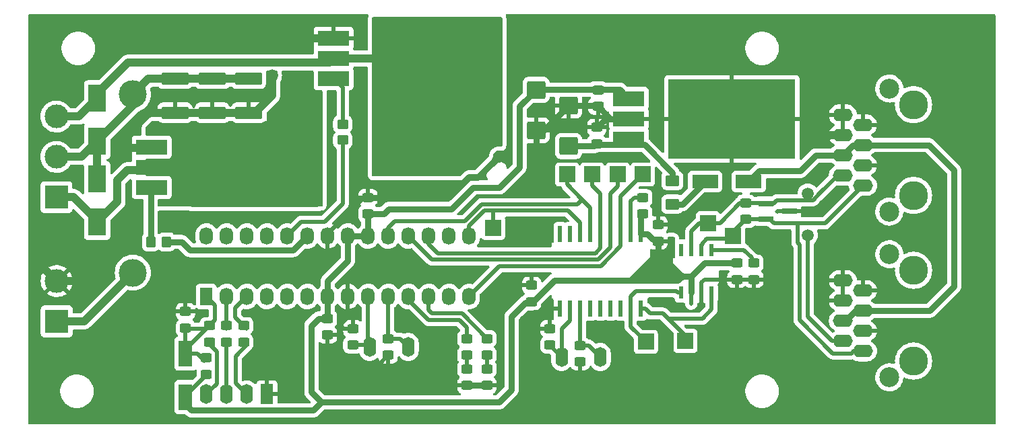
<source format=gbr>
G04 #@! TF.GenerationSoftware,KiCad,Pcbnew,(6.0.2)*
G04 #@! TF.CreationDate,2022-02-18T01:26:05-03:00*
G04 #@! TF.ProjectId,ZeniteTemplate2022,5a656e69-7465-4546-956d-706c61746532,rev?*
G04 #@! TF.SameCoordinates,Original*
G04 #@! TF.FileFunction,Copper,L2,Bot*
G04 #@! TF.FilePolarity,Positive*
%FSLAX46Y46*%
G04 Gerber Fmt 4.6, Leading zero omitted, Abs format (unit mm)*
G04 Created by KiCad (PCBNEW (6.0.2)) date 2022-02-18 01:26:05*
%MOMM*%
%LPD*%
G01*
G04 APERTURE LIST*
G04 Aperture macros list*
%AMRoundRect*
0 Rectangle with rounded corners*
0 $1 Rounding radius*
0 $2 $3 $4 $5 $6 $7 $8 $9 X,Y pos of 4 corners*
0 Add a 4 corners polygon primitive as box body*
4,1,4,$2,$3,$4,$5,$6,$7,$8,$9,$2,$3,0*
0 Add four circle primitives for the rounded corners*
1,1,$1+$1,$2,$3*
1,1,$1+$1,$4,$5*
1,1,$1+$1,$6,$7*
1,1,$1+$1,$8,$9*
0 Add four rect primitives between the rounded corners*
20,1,$1+$1,$2,$3,$4,$5,0*
20,1,$1+$1,$4,$5,$6,$7,0*
20,1,$1+$1,$6,$7,$8,$9,0*
20,1,$1+$1,$8,$9,$2,$3,0*%
G04 Aperture macros list end*
G04 #@! TA.AperFunction,ComponentPad*
%ADD10O,1.600000X2.500000*%
G04 #@! TD*
G04 #@! TA.AperFunction,ComponentPad*
%ADD11R,1.600000X2.500000*%
G04 #@! TD*
G04 #@! TA.AperFunction,WasherPad*
%ADD12C,3.650000*%
G04 #@! TD*
G04 #@! TA.AperFunction,ComponentPad*
%ADD13O,2.500000X1.600000*%
G04 #@! TD*
G04 #@! TA.AperFunction,ComponentPad*
%ADD14C,2.500000*%
G04 #@! TD*
G04 #@! TA.AperFunction,ComponentPad*
%ADD15R,1.600000X2.200000*%
G04 #@! TD*
G04 #@! TA.AperFunction,ComponentPad*
%ADD16O,1.700000X2.200000*%
G04 #@! TD*
G04 #@! TA.AperFunction,ComponentPad*
%ADD17C,3.500000*%
G04 #@! TD*
G04 #@! TA.AperFunction,SMDPad,CuDef*
%ADD18R,1.900000X0.800000*%
G04 #@! TD*
G04 #@! TA.AperFunction,SMDPad,CuDef*
%ADD19R,16.000001X10.000000*%
G04 #@! TD*
G04 #@! TA.AperFunction,SMDPad,CuDef*
%ADD20R,4.000000X1.905000*%
G04 #@! TD*
G04 #@! TA.AperFunction,SMDPad,CuDef*
%ADD21RoundRect,0.250000X-0.925000X0.875000X-0.925000X-0.875000X0.925000X-0.875000X0.925000X0.875000X0*%
G04 #@! TD*
G04 #@! TA.AperFunction,SMDPad,CuDef*
%ADD22RoundRect,0.250000X0.925000X-0.875000X0.925000X0.875000X-0.925000X0.875000X-0.925000X-0.875000X0*%
G04 #@! TD*
G04 #@! TA.AperFunction,SMDPad,CuDef*
%ADD23R,2.000000X2.000000*%
G04 #@! TD*
G04 #@! TA.AperFunction,SMDPad,CuDef*
%ADD24RoundRect,0.250000X-0.450000X0.325000X-0.450000X-0.325000X0.450000X-0.325000X0.450000X0.325000X0*%
G04 #@! TD*
G04 #@! TA.AperFunction,SMDPad,CuDef*
%ADD25RoundRect,0.250000X0.450000X-0.325000X0.450000X0.325000X-0.450000X0.325000X-0.450000X-0.325000X0*%
G04 #@! TD*
G04 #@! TA.AperFunction,SMDPad,CuDef*
%ADD26R,0.600000X1.550000*%
G04 #@! TD*
G04 #@! TA.AperFunction,SMDPad,CuDef*
%ADD27R,0.600000X2.000000*%
G04 #@! TD*
G04 #@! TA.AperFunction,SMDPad,CuDef*
%ADD28R,3.300000X1.700000*%
G04 #@! TD*
G04 #@! TA.AperFunction,SMDPad,CuDef*
%ADD29R,1.700000X3.300000*%
G04 #@! TD*
G04 #@! TA.AperFunction,SMDPad,CuDef*
%ADD30RoundRect,0.250001X0.624999X-0.462499X0.624999X0.462499X-0.624999X0.462499X-0.624999X-0.462499X0*%
G04 #@! TD*
G04 #@! TA.AperFunction,SMDPad,CuDef*
%ADD31RoundRect,0.250000X-1.450000X0.537500X-1.450000X-0.537500X1.450000X-0.537500X1.450000X0.537500X0*%
G04 #@! TD*
G04 #@! TA.AperFunction,ComponentPad*
%ADD32C,3.000000*%
G04 #@! TD*
G04 #@! TA.AperFunction,ComponentPad*
%ADD33R,3.000000X3.000000*%
G04 #@! TD*
G04 #@! TA.AperFunction,SMDPad,CuDef*
%ADD34RoundRect,0.250000X0.450000X-0.350000X0.450000X0.350000X-0.450000X0.350000X-0.450000X-0.350000X0*%
G04 #@! TD*
G04 #@! TA.AperFunction,SMDPad,CuDef*
%ADD35R,2.300000X3.500000*%
G04 #@! TD*
G04 #@! TA.AperFunction,SMDPad,CuDef*
%ADD36R,16.000000X10.000000*%
G04 #@! TD*
G04 #@! TA.AperFunction,SMDPad,CuDef*
%ADD37RoundRect,0.250000X0.350000X0.450000X-0.350000X0.450000X-0.350000X-0.450000X0.350000X-0.450000X0*%
G04 #@! TD*
G04 #@! TA.AperFunction,ViaPad*
%ADD38C,1.500000*%
G04 #@! TD*
G04 #@! TA.AperFunction,Conductor*
%ADD39C,0.508000*%
G04 #@! TD*
G04 #@! TA.AperFunction,Conductor*
%ADD40C,0.762000*%
G04 #@! TD*
G04 #@! TA.AperFunction,Conductor*
%ADD41C,1.016000*%
G04 #@! TD*
G04 #@! TA.AperFunction,Conductor*
%ADD42C,0.250000*%
G04 #@! TD*
G04 APERTURE END LIST*
D10*
X229235000Y-62103000D03*
X224355000Y-62103000D03*
D11*
X187325000Y-66802000D03*
D10*
X184785000Y-66802000D03*
X182245000Y-66802000D03*
X179705000Y-66802000D03*
X205105000Y-60833000D03*
X200225000Y-60833000D03*
D12*
X268597000Y-51193000D03*
X268597000Y-62623000D03*
D13*
X262247000Y-61353000D03*
X259707000Y-60083000D03*
X262247000Y-58813000D03*
X259707000Y-57543000D03*
X262247000Y-56273000D03*
X259707000Y-55003000D03*
X262247000Y-53733000D03*
X259707000Y-52463000D03*
D14*
X265547000Y-64658000D03*
X265547000Y-49158000D03*
D12*
X268593000Y-41768000D03*
X268593000Y-30338000D03*
D13*
X262243000Y-40498000D03*
X259703000Y-39228000D03*
X262243000Y-37958000D03*
X259703000Y-36688000D03*
X262243000Y-35418000D03*
X259703000Y-34148000D03*
X262243000Y-32878000D03*
X259703000Y-31608000D03*
D14*
X265543000Y-28303000D03*
X265543000Y-43803000D03*
D15*
X179705000Y-54483000D03*
D16*
X182245000Y-54483000D03*
X184785000Y-54483000D03*
X187325000Y-54483000D03*
X189865000Y-54483000D03*
X192405000Y-54483000D03*
X194945000Y-54483000D03*
X197485000Y-54483000D03*
X200025000Y-54483000D03*
X202565000Y-54483000D03*
X205105000Y-54483000D03*
X207645000Y-54483000D03*
X210185000Y-54483000D03*
X212725000Y-54483000D03*
X212725000Y-46863000D03*
X210185000Y-46863000D03*
X207645000Y-46863000D03*
X205105000Y-46863000D03*
X202565000Y-46863000D03*
X200025000Y-46863000D03*
X197485000Y-46863000D03*
X194945000Y-46863000D03*
X192405000Y-46863000D03*
X189865000Y-46863000D03*
X187325000Y-46863000D03*
X184785000Y-46863000D03*
X182245000Y-46863000D03*
X179705000Y-46863000D03*
D17*
X170473500Y-51485800D03*
X170473500Y-29032200D03*
D18*
X250023000Y-44714200D03*
X250023000Y-42814200D03*
X253023000Y-43764200D03*
D19*
X245770400Y-32105600D03*
D20*
X232816400Y-34645600D03*
X232816400Y-32105600D03*
X232816400Y-29565600D03*
D21*
X221157800Y-28463400D03*
X221157800Y-33563400D03*
D22*
X225221800Y-35544600D03*
X225221800Y-30444600D03*
D23*
X234950000Y-60198000D03*
X231394000Y-39116000D03*
X228219000Y-39116000D03*
X239928400Y-60096400D03*
X215773000Y-45847000D03*
X242747800Y-45237400D03*
X245922800Y-46837600D03*
X225044000Y-39116000D03*
X234569000Y-39116000D03*
D24*
X214990344Y-59808000D03*
X214990344Y-61858000D03*
X184404000Y-60207000D03*
X184404000Y-58157000D03*
X182245000Y-58157000D03*
X182245000Y-60207000D03*
D25*
X179705000Y-64271000D03*
X179705000Y-62221000D03*
D24*
X212450344Y-59808000D03*
X212450344Y-61858000D03*
X247523000Y-42739200D03*
X247523000Y-44789200D03*
X248539000Y-50283000D03*
X248539000Y-52333000D03*
D25*
X234569000Y-44087000D03*
X234569000Y-42037000D03*
D26*
X243205000Y-54008000D03*
X241935000Y-54008000D03*
X240665000Y-54008000D03*
X239395000Y-54008000D03*
X239395000Y-48608000D03*
X240665000Y-48608000D03*
X241935000Y-48608000D03*
X243205000Y-48608000D03*
D27*
X234315000Y-56008000D03*
X233045000Y-56008000D03*
X231775000Y-56008000D03*
X230505000Y-56008000D03*
X229235000Y-56008000D03*
X227965000Y-56008000D03*
X226695000Y-56008000D03*
X225425000Y-56008000D03*
X224155000Y-56008000D03*
X224155000Y-46608000D03*
X225425000Y-46608000D03*
X226695000Y-46608000D03*
X227965000Y-46608000D03*
X229235000Y-46608000D03*
X230505000Y-46608000D03*
X231775000Y-46608000D03*
X233045000Y-46608000D03*
X234315000Y-46608000D03*
D25*
X214990344Y-65668000D03*
X214990344Y-63618000D03*
X212450344Y-65668000D03*
X212450344Y-63618000D03*
D28*
X242385400Y-40005000D03*
X247885400Y-40005000D03*
D29*
X177088800Y-67164400D03*
X177088800Y-61664400D03*
D24*
X228930200Y-28464400D03*
X228930200Y-30514400D03*
D25*
X228777800Y-35238800D03*
X228777800Y-33188800D03*
D24*
X177088800Y-56379000D03*
X177088800Y-58429000D03*
X180086000Y-58157000D03*
X180086000Y-60207000D03*
D25*
X198120000Y-60588000D03*
X198120000Y-58538000D03*
D24*
X202565000Y-59808000D03*
X202565000Y-61858000D03*
D25*
X194945000Y-59318000D03*
X194945000Y-57268000D03*
X200025000Y-44078000D03*
X200025000Y-42028000D03*
D24*
X246380000Y-50283000D03*
X246380000Y-52333000D03*
D25*
X222885000Y-60588000D03*
X222885000Y-58538000D03*
D24*
X226695000Y-60688000D03*
X226695000Y-62738000D03*
D25*
X236474000Y-47507000D03*
X236474000Y-45457000D03*
X220599000Y-55127000D03*
X220599000Y-53077000D03*
D30*
X238277400Y-42864100D03*
X238277400Y-39889100D03*
D31*
X185039000Y-27072500D03*
X185039000Y-31347500D03*
X175768000Y-27072500D03*
X175768000Y-31347500D03*
D32*
X160858200Y-31818600D03*
X160858200Y-36898600D03*
D33*
X160858200Y-41978600D03*
D32*
X160909000Y-52545000D03*
D33*
X160909000Y-57625000D03*
D34*
X196850000Y-34782000D03*
X196850000Y-32782000D03*
D35*
X165989000Y-39685000D03*
X165989000Y-45085000D03*
D36*
X185801000Y-38227000D03*
D20*
X172847000Y-40767000D03*
X172847000Y-38227000D03*
X172847000Y-35687000D03*
D37*
X174720000Y-47625000D03*
X172720000Y-47625000D03*
D36*
X208661000Y-24511000D03*
D20*
X195707000Y-27051000D03*
X195707000Y-24511000D03*
X195707000Y-21971000D03*
D31*
X180467000Y-27072500D03*
X180467000Y-31347500D03*
D35*
X165989000Y-34925000D03*
X165989000Y-29525000D03*
D38*
X174625000Y-45720000D03*
X170053000Y-45847000D03*
X195199000Y-61722000D03*
X218059000Y-52704998D03*
X257446354Y-42987554D03*
X216281000Y-57531006D03*
X169799000Y-35814000D03*
X170270201Y-42836912D03*
X187960000Y-21590000D03*
X257279709Y-48514000D03*
X251637800Y-40852700D03*
X251587000Y-48514000D03*
X251610104Y-46776210D03*
X187960000Y-26670000D03*
X218059000Y-47521968D03*
X257333709Y-46775992D03*
X256971800Y-38367853D03*
X220980000Y-36753800D03*
X216484200Y-36855400D03*
X190754000Y-61722000D03*
X257078254Y-35090842D03*
X219852956Y-57546956D03*
X255324000Y-46776210D03*
X255295400Y-41529000D03*
D39*
X179476400Y-64626600D02*
X179476400Y-64659646D01*
X179476400Y-64659646D02*
X177088800Y-67047246D01*
X177088800Y-67047246D02*
X177088800Y-67164400D01*
X226949000Y-42291000D02*
X227965000Y-43307000D01*
X227965000Y-43307000D02*
X227965000Y-46608000D01*
D40*
X221157800Y-28463400D02*
X219075000Y-30546200D01*
X210545372Y-43454628D02*
X202671372Y-43454628D01*
X219075000Y-30546200D02*
X219075000Y-38227000D01*
X219075000Y-38227000D02*
X216535000Y-40767000D01*
X216535000Y-40767000D02*
X213233000Y-40767000D01*
X213233000Y-40767000D02*
X210545372Y-43454628D01*
X202671372Y-43454628D02*
X202048000Y-44078000D01*
X202048000Y-44078000D02*
X200025000Y-44078000D01*
X220980000Y-36753800D02*
X221157800Y-36576000D01*
X221157800Y-36576000D02*
X221157800Y-33563400D01*
D41*
X187960000Y-21590000D02*
X188341000Y-21971000D01*
X188341000Y-21971000D02*
X189738000Y-21971000D01*
X187960000Y-26670000D02*
X187960000Y-29210000D01*
X187960000Y-29210000D02*
X185822500Y-31347500D01*
X185822500Y-31347500D02*
X185039000Y-31347500D01*
D39*
X195707000Y-27051000D02*
X196850000Y-28194000D01*
X196850000Y-28194000D02*
X196850000Y-32782000D01*
X195707000Y-27051000D02*
X195707000Y-27432000D01*
X196850000Y-34782000D02*
X196850000Y-42799000D01*
X196850000Y-42799000D02*
X194564000Y-45085000D01*
X194564000Y-45085000D02*
X191643000Y-45085000D01*
X191643000Y-45085000D02*
X189865000Y-46863000D01*
D41*
X170053000Y-43054113D02*
X170053000Y-45847000D01*
X170053000Y-47244000D02*
X170053000Y-45847000D01*
D40*
X172847000Y-40767000D02*
X172720000Y-40894000D01*
X172720000Y-40894000D02*
X172720000Y-47625000D01*
X174720000Y-47625000D02*
X176625000Y-47625000D01*
X176625000Y-47625000D02*
X177648320Y-48648320D01*
X177648320Y-48648320D02*
X190619680Y-48648320D01*
X190619680Y-48648320D02*
X192405000Y-46863000D01*
X238277400Y-42864100D02*
X239526300Y-42864100D01*
X239526300Y-42864100D02*
X242385400Y-40005000D01*
X238277400Y-39889100D02*
X238277400Y-38887400D01*
X238277400Y-38887400D02*
X234772200Y-35382200D01*
X234772200Y-35382200D02*
X228921200Y-35382200D01*
X228921200Y-35382200D02*
X228777800Y-35238800D01*
D39*
X262247000Y-61353000D02*
X261095322Y-61353000D01*
X258455358Y-61644520D02*
X254254480Y-57443642D01*
X254254480Y-57443642D02*
X254254480Y-47955680D01*
X254000000Y-45264200D02*
X253290200Y-45264200D01*
X261095322Y-61353000D02*
X260803802Y-61644520D01*
X260803802Y-61644520D02*
X258455358Y-61644520D01*
X254254480Y-47955680D02*
X254000000Y-47701200D01*
X254000000Y-47701200D02*
X254000000Y-45264200D01*
D41*
X160858200Y-31818600D02*
X163695400Y-31818600D01*
X163695400Y-31818600D02*
X165989000Y-29525000D01*
D39*
X184785000Y-60588000D02*
X183388000Y-61985000D01*
X183388000Y-61985000D02*
X183388000Y-65405000D01*
X183388000Y-65405000D02*
X184785000Y-66802000D01*
X184785000Y-66802000D02*
X184785000Y-67183000D01*
X179705000Y-60588000D02*
X180222000Y-60588000D01*
X180222000Y-60588000D02*
X181051200Y-61417200D01*
X181051200Y-65455800D02*
X179705000Y-66802000D01*
X181051200Y-61417200D02*
X181051200Y-65455800D01*
X179705000Y-66802000D02*
X179705000Y-67183000D01*
D40*
X177088800Y-67164400D02*
X177088800Y-68072000D01*
X177088800Y-68072000D02*
X177850800Y-68834000D01*
X177850800Y-68834000D02*
X193167000Y-68834000D01*
X193167000Y-68834000D02*
X194183000Y-67818000D01*
D39*
X205105000Y-54483000D02*
X205105000Y-54889400D01*
X205105000Y-54889400D02*
X207669920Y-57454320D01*
X207669920Y-57454320D02*
X211487870Y-57454320D01*
X211487870Y-57454320D02*
X212450344Y-58416794D01*
X212450344Y-58416794D02*
X212450344Y-59808000D01*
X207645000Y-54483000D02*
X207645000Y-56210200D01*
X207645000Y-56210200D02*
X208076800Y-56642000D01*
X208076800Y-56642000D02*
X211824344Y-56642000D01*
X211824344Y-56642000D02*
X214990344Y-59808000D01*
X229235000Y-46608000D02*
X229235000Y-48404060D01*
X229235000Y-48404060D02*
X228605082Y-49033978D01*
X228605082Y-49033978D02*
X208799978Y-49033978D01*
X208799978Y-49033978D02*
X207645000Y-47879000D01*
X207645000Y-47879000D02*
X207645000Y-46863000D01*
X231775000Y-46608000D02*
X231775000Y-48161648D01*
X229278030Y-50658618D02*
X216549382Y-50658618D01*
X231775000Y-48161648D02*
X229278030Y-50658618D01*
X216549382Y-50658618D02*
X212725000Y-54483000D01*
X230505000Y-46608000D02*
X230505000Y-48282854D01*
X230505000Y-48282854D02*
X228941556Y-49846298D01*
X228941556Y-49846298D02*
X208088298Y-49846298D01*
X208088298Y-49846298D02*
X205105000Y-46863000D01*
X202565000Y-46863000D02*
X202565000Y-45847000D01*
X226364320Y-42875680D02*
X226949000Y-42291000D01*
X202565000Y-45847000D02*
X203403200Y-45008800D01*
X203403200Y-45008800D02*
X212160406Y-45008800D01*
X212160406Y-45008800D02*
X214293526Y-42875680D01*
X214293526Y-42875680D02*
X226364320Y-42875680D01*
D41*
X195707000Y-24511000D02*
X195173600Y-25044400D01*
X195173600Y-25044400D02*
X169869600Y-25044400D01*
X169869600Y-25044400D02*
X169847000Y-25067000D01*
D39*
X184785000Y-58538000D02*
X183337200Y-57090200D01*
X183337200Y-57090200D02*
X183337200Y-55930800D01*
X183337200Y-55930800D02*
X184785000Y-54483000D01*
X179705000Y-54483000D02*
X180797200Y-55575200D01*
X180797200Y-55575200D02*
X180797200Y-57445800D01*
X180797200Y-57445800D02*
X179705000Y-58538000D01*
X179705000Y-58538000D02*
X177197800Y-58538000D01*
X177197800Y-58538000D02*
X177088800Y-58429000D01*
X177088800Y-58429000D02*
X177088800Y-61664400D01*
X177088800Y-61664400D02*
X178564200Y-61664400D01*
X178564200Y-61664400D02*
X179476400Y-62576600D01*
X177088800Y-61664400D02*
X177088800Y-61154200D01*
X177088800Y-61154200D02*
X179705000Y-58538000D01*
D40*
X234416600Y-51943000D02*
X235864400Y-50495200D01*
X234264200Y-51943000D02*
X235635800Y-51943000D01*
X233553000Y-51943000D02*
X234264200Y-51943000D01*
X234264200Y-51943000D02*
X234416600Y-51943000D01*
X233553000Y-51943000D02*
X234442000Y-51054000D01*
X234442000Y-51054000D02*
X235051600Y-51054000D01*
X232003600Y-52476400D02*
X233019600Y-52476400D01*
X234442000Y-51054000D02*
X236474000Y-49022000D01*
X233019600Y-52476400D02*
X233553000Y-51943000D01*
X235635800Y-51943000D02*
X235051600Y-51358800D01*
X235051600Y-51358800D02*
X235051600Y-51054000D01*
X236474000Y-49022000D02*
X236474000Y-48895000D01*
X238607600Y-51968400D02*
X238404400Y-51765200D01*
X239077500Y-51498500D02*
X236474000Y-48895000D01*
X239522000Y-51943000D02*
X239077500Y-51498500D01*
X239077500Y-51498500D02*
X238607600Y-51968400D01*
X232003600Y-52476400D02*
X223469200Y-52476400D01*
X232003600Y-52476400D02*
X238988600Y-52476400D01*
X238988600Y-52476400D02*
X239522000Y-51943000D01*
X223469200Y-52476400D02*
X220573600Y-55372000D01*
X220573600Y-55372000D02*
X219710000Y-55372000D01*
D39*
X240665000Y-54008000D02*
X240665000Y-55397400D01*
X237744000Y-57277000D02*
X239712500Y-59245500D01*
X241989000Y-48057178D02*
X241989000Y-47875800D01*
X241989000Y-47875800D02*
X242631000Y-47233800D01*
X242631000Y-47233800D02*
X246002200Y-47233800D01*
D40*
X221157800Y-28463400D02*
X221190120Y-28431080D01*
X221190120Y-28431080D02*
X231681880Y-28431080D01*
X231681880Y-28431080D02*
X232816400Y-29565600D01*
X229861000Y-32105600D02*
X232816400Y-32105600D01*
D39*
X232816400Y-32105600D02*
X230521400Y-32105600D01*
D40*
X228777800Y-33188800D02*
X229861000Y-32105600D01*
X229861000Y-32105600D02*
X230521400Y-32105600D01*
X230521400Y-32105600D02*
X228930200Y-30514400D01*
X262247000Y-56273000D02*
X261328600Y-56273000D01*
X261328600Y-56273000D02*
X260058600Y-57543000D01*
X260058600Y-57543000D02*
X259707000Y-57543000D01*
D39*
X202565000Y-61858000D02*
X201578480Y-62844520D01*
X201578480Y-62844520D02*
X198226520Y-62844520D01*
X198226520Y-62844520D02*
X198120000Y-62738000D01*
D40*
X213842120Y-39497480D02*
X212707148Y-39497480D01*
D39*
X196657990Y-57939011D02*
X196685001Y-57912000D01*
D41*
X189738000Y-21971000D02*
X195707000Y-21971000D01*
D40*
X216992680Y-36906680D02*
X216992680Y-37007800D01*
X225221800Y-30444600D02*
X228860400Y-30444600D01*
D39*
X241935000Y-53086000D02*
X241935000Y-55118000D01*
D40*
X216484200Y-36855400D02*
X213842120Y-39497480D01*
D39*
X241935000Y-53086000D02*
X241935000Y-54008000D01*
X198120000Y-58538000D02*
X196930001Y-58538000D01*
D41*
X259703000Y-34148000D02*
X258021096Y-34148000D01*
D39*
X248285000Y-52333000D02*
X246380000Y-52333000D01*
X256669708Y-43764200D02*
X253023000Y-43764200D01*
D42*
X198120000Y-62738000D02*
X196685001Y-61303001D01*
D40*
X216484200Y-36855400D02*
X216941400Y-36855400D01*
D39*
X257446354Y-42987554D02*
X256669708Y-43764200D01*
D41*
X169799000Y-34036000D02*
X172487500Y-31347500D01*
D39*
X246380000Y-52333000D02*
X242327000Y-52333000D01*
D41*
X164629511Y-26759489D02*
X161581511Y-26759489D01*
D40*
X212707148Y-39497480D02*
X210176628Y-42028000D01*
D41*
X164629511Y-26759489D02*
X169418000Y-21971000D01*
D39*
X199526000Y-42028000D02*
X194945000Y-46609000D01*
X198063798Y-62738000D02*
X196657990Y-61332192D01*
D41*
X172118000Y-35814000D02*
X172339000Y-36035000D01*
X170053000Y-47244000D02*
X164752000Y-52545000D01*
D39*
X194945000Y-46609000D02*
X194945000Y-46863000D01*
X241935000Y-52725000D02*
X241935000Y-53086000D01*
X172339000Y-36035000D02*
X172339000Y-35941000D01*
D40*
X214990344Y-65668000D02*
X212450344Y-65668000D01*
D41*
X164752000Y-52545000D02*
X160909000Y-52545000D01*
D39*
X196685001Y-57912000D02*
X197485000Y-57112001D01*
X256923000Y-46664200D02*
X257221917Y-46664200D01*
D40*
X222103000Y-33563400D02*
X225221800Y-30444600D01*
D41*
X170270201Y-42836912D02*
X170053000Y-43054113D01*
X158342689Y-29998311D02*
X158342689Y-49978689D01*
D39*
X196685001Y-58293000D02*
X196685001Y-57912000D01*
X241935000Y-55118000D02*
X241935000Y-55499000D01*
X160909000Y-52451000D02*
X160909000Y-52545000D01*
D40*
X210176628Y-42028000D02*
X200025000Y-42028000D01*
D39*
X257221917Y-46664200D02*
X257333709Y-46775992D01*
X241935000Y-55499000D02*
X241935000Y-55753000D01*
X200025000Y-42028000D02*
X199526000Y-42028000D01*
D41*
X258021096Y-34148000D02*
X257078254Y-35090842D01*
D40*
X228860400Y-30444600D02*
X228930200Y-30514400D01*
X216941400Y-36855400D02*
X216992680Y-36906680D01*
D39*
X197485000Y-57112001D02*
X197485000Y-54483000D01*
X196657990Y-61332192D02*
X196657990Y-57939011D01*
D41*
X172487500Y-31347500D02*
X185039000Y-31347500D01*
X161581511Y-26759489D02*
X158342689Y-29998311D01*
D39*
X198120000Y-62738000D02*
X198063798Y-62738000D01*
X242327000Y-52333000D02*
X241935000Y-52725000D01*
D40*
X221157800Y-33563400D02*
X222103000Y-33563400D01*
D41*
X169799000Y-35814000D02*
X172118000Y-35814000D01*
X169418000Y-21971000D02*
X189738000Y-21971000D01*
D39*
X196930001Y-58538000D02*
X196685001Y-58293000D01*
D41*
X169799000Y-35814000D02*
X169799000Y-34036000D01*
X158342689Y-49978689D02*
X160909000Y-52545000D01*
D40*
X260973000Y-35418000D02*
X259703000Y-36688000D01*
X262247000Y-56273000D02*
X270625000Y-56273000D01*
X259661658Y-36729342D02*
X256293105Y-36729342D01*
X270495000Y-35418000D02*
X262243000Y-35418000D01*
X262243000Y-35418000D02*
X260973000Y-35418000D01*
X259703000Y-36688000D02*
X259661658Y-36729342D01*
X270625000Y-56273000D02*
X273685000Y-53213000D01*
D41*
X247885400Y-40005000D02*
X247885400Y-39947400D01*
D40*
X273685000Y-53213000D02*
X273685000Y-38608000D01*
X254342536Y-38679911D02*
X249210489Y-38679911D01*
X249210489Y-38679911D02*
X247885400Y-40005000D01*
X256293105Y-36729342D02*
X254342536Y-38679911D01*
X273685000Y-38608000D02*
X270495000Y-35418000D01*
D39*
X219799000Y-55127000D02*
X220599000Y-55127000D01*
D40*
X194945000Y-57268000D02*
X193811000Y-57268000D01*
X194945000Y-52578000D02*
X197485000Y-50038000D01*
X234325000Y-46618000D02*
X234315000Y-46608000D01*
X240665000Y-51943000D02*
X239522000Y-51943000D01*
D39*
X219710000Y-55372000D02*
X219710000Y-55216000D01*
D40*
X197485000Y-50038000D02*
X197485000Y-49657000D01*
X200025000Y-46863000D02*
X197485000Y-46863000D01*
X177165000Y-60588000D02*
X176666000Y-61087000D01*
X234315000Y-46608000D02*
X234315000Y-44087000D01*
X235839000Y-47324000D02*
X236291000Y-47324000D01*
X240665000Y-54008000D02*
X240665000Y-52578000D01*
X194945000Y-54483000D02*
X194945000Y-57268000D01*
X240665000Y-51943000D02*
X240665000Y-52578000D01*
X197485000Y-49657000D02*
X197485000Y-46863000D01*
X234315000Y-46608000D02*
X235123000Y-46608000D01*
X218059000Y-57023000D02*
X218059000Y-66294000D01*
X235123000Y-46608000D02*
X235839000Y-47324000D01*
X240665000Y-51943000D02*
X242325000Y-50283000D01*
X192901001Y-66536001D02*
X194183000Y-67818000D01*
X219710000Y-55372000D02*
X218059000Y-57023000D01*
X242325000Y-50283000D02*
X246380000Y-50283000D01*
X199390000Y-67818000D02*
X194183000Y-67818000D01*
X236474000Y-48895000D02*
X236474000Y-47507000D01*
X192901001Y-58177999D02*
X192901001Y-66536001D01*
X193811000Y-57268000D02*
X192901001Y-58177999D01*
X236291000Y-47324000D02*
X236474000Y-47507000D01*
X218059000Y-66294000D02*
X216535000Y-67818000D01*
X200025000Y-44078000D02*
X200025000Y-46863000D01*
D39*
X219710000Y-55216000D02*
X219799000Y-55127000D01*
D40*
X194945000Y-54483000D02*
X194945000Y-52578000D01*
X216535000Y-67818000D02*
X199390000Y-67818000D01*
D39*
X231775000Y-41910000D02*
X232806999Y-40878001D01*
X231775000Y-46608000D02*
X231775000Y-41910000D01*
X232806999Y-40878001D02*
X234569000Y-39116000D01*
X229235000Y-62103000D02*
X227820000Y-60688000D01*
X227820000Y-60688000D02*
X226695000Y-60688000D01*
X226695000Y-56008000D02*
X226695000Y-60688000D01*
X225425000Y-57516000D02*
X224355000Y-58586000D01*
X224355000Y-61042340D02*
X224355000Y-62103000D01*
X222885000Y-60588000D02*
X222885000Y-60633000D01*
X225425000Y-56008000D02*
X225425000Y-57516000D01*
X222885000Y-60633000D02*
X224355000Y-62103000D01*
X224355000Y-58586000D02*
X224355000Y-61042340D01*
X214630000Y-43688000D02*
X214884000Y-43688000D01*
X215773000Y-45847000D02*
X215773000Y-44339000D01*
X225176602Y-43688000D02*
X214884000Y-43688000D01*
X214884000Y-43688000D02*
X215773000Y-43688000D01*
X215773000Y-44339000D02*
X215773000Y-43688000D01*
X212725000Y-46863000D02*
X212725000Y-45593000D01*
X226695000Y-46608000D02*
X226695000Y-45206398D01*
X226695000Y-45206398D02*
X225176602Y-43688000D01*
X212725000Y-45593000D02*
X214630000Y-43688000D01*
X192405000Y-46863000D02*
X192024000Y-46482000D01*
X192405000Y-46863000D02*
X192659000Y-47117000D01*
X202565000Y-59808000D02*
X204080000Y-59808000D01*
X204080000Y-59808000D02*
X205105000Y-60833000D01*
X202565000Y-59808000D02*
X202565000Y-54483000D01*
X200025000Y-54483000D02*
X200025000Y-60633000D01*
X199980000Y-60588000D02*
X200225000Y-60833000D01*
X200025000Y-60633000D02*
X200225000Y-60833000D01*
X198120000Y-60588000D02*
X199980000Y-60588000D01*
D40*
X225221800Y-35544600D02*
X228472000Y-35544600D01*
X228472000Y-35544600D02*
X228777800Y-35238800D01*
D39*
X255934843Y-42362757D02*
X255934843Y-42361465D01*
X242747800Y-45237400D02*
X244271800Y-45237400D01*
X255934843Y-42361465D02*
X256820265Y-41476043D01*
X250973000Y-42814200D02*
X251423000Y-42364200D01*
X258330000Y-60083000D02*
X255270000Y-57023000D01*
X250023000Y-42814200D02*
X250973000Y-42814200D01*
X240665000Y-46253400D02*
X241681000Y-45237400D01*
X247523000Y-42739200D02*
X249948000Y-42739200D01*
X256820265Y-41476043D02*
X256821557Y-41476043D01*
X241681000Y-45237400D02*
X242747800Y-45237400D01*
X259069600Y-39228000D02*
X259703000Y-39228000D01*
X259707000Y-60083000D02*
X258330000Y-60083000D01*
X251423000Y-42364200D02*
X255933400Y-42364200D01*
X246770000Y-42739200D02*
X247523000Y-42739200D01*
X255324000Y-47836870D02*
X255324000Y-46776210D01*
X240665000Y-48608000D02*
X240665000Y-46253400D01*
X255933400Y-42364200D02*
X255934843Y-42362757D01*
X255270000Y-57023000D02*
X255270000Y-47059670D01*
X256821557Y-41476043D02*
X259069600Y-39228000D01*
X249948000Y-42739200D02*
X250023000Y-42814200D01*
X244271800Y-45237400D02*
X246770000Y-42739200D01*
X257476800Y-45264200D02*
X262243000Y-40498000D01*
X251023000Y-45264200D02*
X253290200Y-45264200D01*
X246002200Y-46310000D02*
X247523000Y-44789200D01*
X253290200Y-45264200D02*
X257476800Y-45264200D01*
X249948000Y-44789200D02*
X250023000Y-44714200D01*
X250473000Y-44714200D02*
X251023000Y-45264200D01*
X262243000Y-40498000D02*
X261243000Y-40498000D01*
X246002200Y-47233800D02*
X246002200Y-46310000D01*
X250023000Y-44714200D02*
X250473000Y-44714200D01*
X247523000Y-44789200D02*
X249948000Y-44789200D01*
X245110000Y-48608000D02*
X245585000Y-48608000D01*
X243205000Y-48608000D02*
X245110000Y-48608000D01*
X248285000Y-49608000D02*
X248285000Y-50283000D01*
X245110000Y-48608000D02*
X247285000Y-48608000D01*
X247285000Y-48608000D02*
X248285000Y-49608000D01*
X233045000Y-46608000D02*
X233045000Y-42507000D01*
X233045000Y-42507000D02*
X233515000Y-42037000D01*
X233515000Y-42037000D02*
X234315000Y-42037000D01*
X182245000Y-54483000D02*
X182245000Y-58538000D01*
X182245000Y-60588000D02*
X182245000Y-67183000D01*
X229235000Y-46608000D02*
X229235000Y-41529000D01*
X229235000Y-41529000D02*
X228219000Y-40513000D01*
X228219000Y-40513000D02*
X228219000Y-39116000D01*
X231394000Y-39116000D02*
X231394000Y-40624000D01*
X231394000Y-40624000D02*
X230505000Y-41513000D01*
X230505000Y-41513000D02*
X230505000Y-45100000D01*
X230505000Y-45100000D02*
X230505000Y-46608000D01*
X235499000Y-56642000D02*
X237109000Y-56642000D01*
X234315000Y-56008000D02*
X234865000Y-56008000D01*
X243205000Y-54008000D02*
X243205000Y-56134000D01*
X243205000Y-56134000D02*
X242062000Y-57277000D01*
X237109000Y-56642000D02*
X237744000Y-57277000D01*
X234865000Y-56008000D02*
X235499000Y-56642000D01*
X242062000Y-57277000D02*
X237744000Y-57277000D01*
X233045000Y-58293000D02*
X233045000Y-57258000D01*
X238920000Y-54008000D02*
X239395000Y-54008000D01*
X238760000Y-53848000D02*
X238920000Y-54008000D01*
X237109000Y-53848000D02*
X238760000Y-53848000D01*
X233045000Y-56008000D02*
X233045000Y-54483000D01*
X233045000Y-54483000D02*
X233680000Y-53848000D01*
X234950000Y-60198000D02*
X233045000Y-58293000D01*
X237109000Y-53848000D02*
X238050000Y-53848000D01*
X233680000Y-53848000D02*
X237109000Y-53848000D01*
X233045000Y-57258000D02*
X233045000Y-56008000D01*
X225044000Y-40386000D02*
X225044000Y-39116000D01*
X226949000Y-42291000D02*
X225044000Y-40386000D01*
X214990344Y-61858000D02*
X214990344Y-63618000D01*
X212450344Y-63618000D02*
X212450344Y-61858000D01*
D41*
X170473500Y-29032200D02*
X172433200Y-27072500D01*
X170473500Y-29032200D02*
X170473500Y-30440500D01*
X160858200Y-36898600D02*
X164015400Y-36898600D01*
X161772600Y-36898600D02*
X161772600Y-36441400D01*
X164015400Y-36898600D02*
X165989000Y-34925000D01*
X160858200Y-36898600D02*
X161772600Y-36898600D01*
X172433200Y-27072500D02*
X185039000Y-27072500D01*
X170473500Y-30440500D02*
X165989000Y-34925000D01*
X165989000Y-34925000D02*
X165989000Y-39685000D01*
X165989000Y-29525000D02*
X165989000Y-28925000D01*
X195707000Y-24511000D02*
X208661000Y-24511000D01*
X165989000Y-28925000D02*
X169847000Y-25067000D01*
D39*
X195707000Y-27051000D02*
X195834000Y-27051000D01*
D41*
X160858200Y-42334200D02*
X160858200Y-41978600D01*
X168529000Y-39845000D02*
X169799000Y-38575000D01*
X160858200Y-41978600D02*
X160858200Y-41165800D01*
X160858200Y-41978600D02*
X163042600Y-41978600D01*
X168529000Y-42545000D02*
X168529000Y-39845000D01*
X169799000Y-38575000D02*
X172339000Y-38575000D01*
X172339000Y-38575000D02*
X185293000Y-38575000D01*
X163042600Y-41978600D02*
X165989000Y-44925000D01*
X165989000Y-45085000D02*
X168529000Y-42545000D01*
X160858200Y-41165800D02*
X160909000Y-41115000D01*
X165989000Y-44925000D02*
X165989000Y-45085000D01*
X164334300Y-57625000D02*
X170473500Y-51485800D01*
X160909000Y-57625000D02*
X164334300Y-57625000D01*
G04 #@! TA.AperFunction,Conductor*
G36*
X200048030Y-18943284D02*
G01*
X200103446Y-18998700D01*
X200123730Y-19074400D01*
X200111506Y-19133999D01*
X200062594Y-19248218D01*
X200042310Y-19323918D01*
X200025000Y-19455400D01*
X200025000Y-23343100D01*
X200004716Y-23418800D01*
X199949300Y-23474216D01*
X199873600Y-23494500D01*
X198331040Y-23494500D01*
X198255340Y-23474216D01*
X198199924Y-23418800D01*
X198189274Y-23396245D01*
X198161401Y-23321894D01*
X198161400Y-23321892D01*
X198157615Y-23311795D01*
X198155657Y-23309182D01*
X198138069Y-23237042D01*
X198156631Y-23167766D01*
X198160958Y-23159863D01*
X198204922Y-23042589D01*
X198209276Y-23024278D01*
X198214558Y-22975660D01*
X198215000Y-22967489D01*
X198215000Y-22244933D01*
X198210788Y-22229212D01*
X198195067Y-22225000D01*
X193218934Y-22225000D01*
X193203213Y-22229212D01*
X193199001Y-22244933D01*
X193199001Y-22967486D01*
X193199444Y-22975664D01*
X193204723Y-23024272D01*
X193209079Y-23042592D01*
X193253042Y-23159863D01*
X193257369Y-23167766D01*
X193275931Y-23243906D01*
X193258494Y-23308981D01*
X193256385Y-23311795D01*
X193205255Y-23448184D01*
X193198500Y-23510366D01*
X193198500Y-23876500D01*
X193178216Y-23952200D01*
X193122800Y-24007616D01*
X193047100Y-24027900D01*
X169933247Y-24027900D01*
X169916896Y-24027014D01*
X169887664Y-24023838D01*
X169887660Y-24023838D01*
X169880296Y-24023038D01*
X169829611Y-24027472D01*
X169823819Y-24027867D01*
X169823144Y-24027900D01*
X169819443Y-24027900D01*
X169815764Y-24028261D01*
X169815759Y-24028261D01*
X169802593Y-24029552D01*
X169776460Y-24032115D01*
X169775028Y-24032248D01*
X169744197Y-24034945D01*
X169689086Y-24039766D01*
X169689081Y-24039767D01*
X169681708Y-24040412D01*
X169676548Y-24041911D01*
X169671206Y-24042435D01*
X169581628Y-24069480D01*
X169580109Y-24069930D01*
X169497388Y-24093963D01*
X169497385Y-24093964D01*
X169490278Y-24096029D01*
X169485514Y-24098498D01*
X169480368Y-24100052D01*
X169473826Y-24103530D01*
X169473827Y-24103530D01*
X169397776Y-24143967D01*
X169396371Y-24144705D01*
X169319876Y-24184355D01*
X169319874Y-24184357D01*
X169313296Y-24187766D01*
X169309097Y-24191118D01*
X169304356Y-24193639D01*
X169231827Y-24252793D01*
X169230606Y-24253778D01*
X169191284Y-24285168D01*
X169188507Y-24287945D01*
X169183872Y-24291904D01*
X169149874Y-24319632D01*
X169145151Y-24325341D01*
X169145150Y-24325342D01*
X169121160Y-24354341D01*
X169111561Y-24364891D01*
X166254296Y-27222156D01*
X166186425Y-27261341D01*
X166147240Y-27266500D01*
X164790866Y-27266500D01*
X164728684Y-27273255D01*
X164592295Y-27324385D01*
X164475739Y-27411739D01*
X164388385Y-27528295D01*
X164337255Y-27664684D01*
X164330500Y-27726866D01*
X164330500Y-29683240D01*
X164310216Y-29758940D01*
X164286156Y-29790296D01*
X163318696Y-30757756D01*
X163250825Y-30796941D01*
X163211640Y-30802100D01*
X162677405Y-30802100D01*
X162601705Y-30781816D01*
X162553537Y-30737756D01*
X162489103Y-30646075D01*
X162422745Y-30551657D01*
X162392331Y-30518927D01*
X162239833Y-30354820D01*
X162236325Y-30351045D01*
X162024405Y-30177590D01*
X161901149Y-30102059D01*
X161795296Y-30037192D01*
X161795291Y-30037190D01*
X161790904Y-30034501D01*
X161665525Y-29979463D01*
X161544864Y-29926496D01*
X161544858Y-29926494D01*
X161540145Y-29924425D01*
X161531717Y-29922024D01*
X161448590Y-29898345D01*
X161276766Y-29849400D01*
X161140322Y-29829981D01*
X161010746Y-29811539D01*
X161010742Y-29811539D01*
X161005643Y-29810813D01*
X161000485Y-29810786D01*
X160962725Y-29810588D01*
X160731791Y-29809380D01*
X160460278Y-29845125D01*
X160455306Y-29846485D01*
X160455302Y-29846486D01*
X160305662Y-29887423D01*
X160196128Y-29917388D01*
X159944230Y-30024832D01*
X159709243Y-30165468D01*
X159644539Y-30217306D01*
X159499539Y-30333472D01*
X159499534Y-30333476D01*
X159495518Y-30336694D01*
X159491977Y-30340425D01*
X159491972Y-30340430D01*
X159310555Y-30531604D01*
X159307008Y-30535342D01*
X159259942Y-30600842D01*
X159156709Y-30744506D01*
X159147202Y-30757736D01*
X159144789Y-30762293D01*
X159144788Y-30762295D01*
X159134452Y-30781816D01*
X159019057Y-30999761D01*
X159017288Y-31004594D01*
X159017287Y-31004597D01*
X158930982Y-31240436D01*
X158924943Y-31256937D01*
X158895015Y-31394200D01*
X158868341Y-31516542D01*
X158866604Y-31524507D01*
X158845117Y-31797518D01*
X158860882Y-32070920D01*
X158913605Y-32339653D01*
X158915275Y-32344532D01*
X158915276Y-32344534D01*
X158933684Y-32398300D01*
X159002312Y-32598744D01*
X159039762Y-32673205D01*
X159121632Y-32835986D01*
X159125360Y-32843399D01*
X159149139Y-32877997D01*
X159271684Y-33056300D01*
X159280474Y-33069090D01*
X159464782Y-33271643D01*
X159674875Y-33447307D01*
X159679244Y-33450047D01*
X159679243Y-33450047D01*
X159902495Y-33590094D01*
X159902502Y-33590098D01*
X159906864Y-33592834D01*
X159911561Y-33594955D01*
X159911567Y-33594958D01*
X160056359Y-33660334D01*
X160156457Y-33705530D01*
X160161402Y-33706995D01*
X160161408Y-33706997D01*
X160243472Y-33731305D01*
X160419036Y-33783309D01*
X160424127Y-33784088D01*
X160684647Y-33823953D01*
X160684652Y-33823953D01*
X160689740Y-33824732D01*
X160694894Y-33824813D01*
X160795929Y-33826400D01*
X160963562Y-33829034D01*
X160968676Y-33828415D01*
X160968679Y-33828415D01*
X161099499Y-33812584D01*
X161235435Y-33796134D01*
X161500327Y-33726641D01*
X161753336Y-33621841D01*
X161757788Y-33619240D01*
X161757791Y-33619238D01*
X161966135Y-33497491D01*
X161989782Y-33483673D01*
X162032667Y-33450047D01*
X162201228Y-33317879D01*
X162201235Y-33317873D01*
X162205289Y-33314694D01*
X162395869Y-33118031D01*
X162401575Y-33110264D01*
X162557995Y-32897323D01*
X162559796Y-32898646D01*
X162610133Y-32852342D01*
X162680301Y-32835100D01*
X163631753Y-32835100D01*
X163648104Y-32835986D01*
X163677336Y-32839162D01*
X163677340Y-32839162D01*
X163684704Y-32839962D01*
X163735389Y-32835528D01*
X163741181Y-32835133D01*
X163741856Y-32835100D01*
X163745557Y-32835100D01*
X163749236Y-32834739D01*
X163749241Y-32834739D01*
X163762407Y-32833448D01*
X163788540Y-32830885D01*
X163789972Y-32830752D01*
X163820803Y-32828055D01*
X163875914Y-32823234D01*
X163875919Y-32823233D01*
X163883292Y-32822588D01*
X163888452Y-32821089D01*
X163893794Y-32820565D01*
X163900879Y-32818426D01*
X163900884Y-32818425D01*
X163954298Y-32802298D01*
X163983386Y-32793516D01*
X163984845Y-32793084D01*
X164067608Y-32769039D01*
X164067609Y-32769038D01*
X164074722Y-32766972D01*
X164079490Y-32764500D01*
X164084632Y-32762948D01*
X164091171Y-32759471D01*
X164091174Y-32759470D01*
X164167261Y-32719014D01*
X164168623Y-32718299D01*
X164197395Y-32703385D01*
X164273937Y-32686557D01*
X164348639Y-32710254D01*
X164401484Y-32768128D01*
X164418312Y-32844670D01*
X164399866Y-32910511D01*
X164394857Y-32919660D01*
X164388385Y-32928295D01*
X164337255Y-33064684D01*
X164330500Y-33126866D01*
X164330500Y-35083240D01*
X164310216Y-35158940D01*
X164286156Y-35190296D01*
X163638696Y-35837756D01*
X163570825Y-35876941D01*
X163531640Y-35882100D01*
X162700098Y-35882100D01*
X162624398Y-35861816D01*
X162582774Y-35826392D01*
X162497368Y-35721674D01*
X162491659Y-35716952D01*
X162491656Y-35716948D01*
X162485901Y-35712187D01*
X162458538Y-35682586D01*
X162457987Y-35681802D01*
X162422745Y-35631657D01*
X162399227Y-35606348D01*
X162239833Y-35434820D01*
X162236325Y-35431045D01*
X162024405Y-35257590D01*
X161892022Y-35176466D01*
X161795296Y-35117192D01*
X161795291Y-35117190D01*
X161790904Y-35114501D01*
X161665524Y-35059463D01*
X161544864Y-35006496D01*
X161544858Y-35006494D01*
X161540145Y-35004425D01*
X161515442Y-34997388D01*
X161477447Y-34986565D01*
X161276766Y-34929400D01*
X161140322Y-34909981D01*
X161010746Y-34891539D01*
X161010742Y-34891539D01*
X161005643Y-34890813D01*
X161000485Y-34890786D01*
X160962725Y-34890588D01*
X160731791Y-34889380D01*
X160460278Y-34925125D01*
X160455306Y-34926485D01*
X160455302Y-34926486D01*
X160439493Y-34930811D01*
X160196128Y-34997388D01*
X159944230Y-35104832D01*
X159709243Y-35245468D01*
X159647790Y-35294701D01*
X159499539Y-35413472D01*
X159499534Y-35413476D01*
X159495518Y-35416694D01*
X159491977Y-35420425D01*
X159491972Y-35420430D01*
X159315543Y-35606348D01*
X159307008Y-35615342D01*
X159304001Y-35619527D01*
X159156990Y-35824115D01*
X159147202Y-35837736D01*
X159144789Y-35842293D01*
X159144788Y-35842295D01*
X159138772Y-35853658D01*
X159019057Y-36079761D01*
X159017288Y-36084594D01*
X159017287Y-36084597D01*
X158928293Y-36327784D01*
X158924943Y-36336937D01*
X158866604Y-36604507D01*
X158845117Y-36877518D01*
X158860882Y-37150920D01*
X158913605Y-37419653D01*
X159002312Y-37678744D01*
X159043869Y-37761372D01*
X159121632Y-37915986D01*
X159125360Y-37923399D01*
X159128281Y-37927649D01*
X159271684Y-38136300D01*
X159280474Y-38149090D01*
X159464782Y-38351643D01*
X159674875Y-38527307D01*
X159679244Y-38530047D01*
X159679243Y-38530047D01*
X159902495Y-38670094D01*
X159902502Y-38670098D01*
X159906864Y-38672834D01*
X159911561Y-38674955D01*
X159911567Y-38674958D01*
X160061577Y-38742690D01*
X160156457Y-38785530D01*
X160161402Y-38786995D01*
X160161408Y-38786997D01*
X160292417Y-38825803D01*
X160419036Y-38863309D01*
X160424127Y-38864088D01*
X160684647Y-38903953D01*
X160684652Y-38903953D01*
X160689740Y-38904732D01*
X160694894Y-38904813D01*
X160795930Y-38906400D01*
X160963562Y-38909034D01*
X160968676Y-38908415D01*
X160968679Y-38908415D01*
X161107060Y-38891669D01*
X161235435Y-38876134D01*
X161500327Y-38806641D01*
X161753336Y-38701841D01*
X161757788Y-38699240D01*
X161757791Y-38699238D01*
X161947027Y-38588657D01*
X161989782Y-38563673D01*
X161997743Y-38557431D01*
X162201228Y-38397879D01*
X162201235Y-38397873D01*
X162205289Y-38394694D01*
X162395869Y-38198031D01*
X162409233Y-38179839D01*
X162557995Y-37977323D01*
X162559796Y-37978646D01*
X162610133Y-37932342D01*
X162680301Y-37915100D01*
X163951753Y-37915100D01*
X163968104Y-37915986D01*
X163997336Y-37919162D01*
X163997340Y-37919162D01*
X164004704Y-37919962D01*
X164055389Y-37915528D01*
X164061181Y-37915133D01*
X164061856Y-37915100D01*
X164065557Y-37915100D01*
X164069236Y-37914739D01*
X164069241Y-37914739D01*
X164082407Y-37913448D01*
X164108539Y-37910885D01*
X164109989Y-37910751D01*
X164130361Y-37908968D01*
X164165907Y-37905859D01*
X164243086Y-37919469D01*
X164303121Y-37969845D01*
X164329924Y-38043490D01*
X164330500Y-38056683D01*
X164330500Y-41463440D01*
X164310216Y-41539140D01*
X164254800Y-41594556D01*
X164179100Y-41614840D01*
X164103400Y-41594556D01*
X164072044Y-41570496D01*
X163806384Y-41304836D01*
X163795448Y-41292648D01*
X163780492Y-41274047D01*
X163772375Y-41263951D01*
X163733413Y-41231258D01*
X163729029Y-41227434D01*
X163728524Y-41226976D01*
X163725908Y-41224360D01*
X163723054Y-41222016D01*
X163723039Y-41222002D01*
X163692525Y-41196937D01*
X163691308Y-41195927D01*
X163625339Y-41140573D01*
X163625337Y-41140572D01*
X163619667Y-41135814D01*
X163614961Y-41133227D01*
X163610811Y-41129818D01*
X163528312Y-41085583D01*
X163526998Y-41084869D01*
X163451477Y-41043350D01*
X163451466Y-41043345D01*
X163444979Y-41039779D01*
X163439859Y-41038155D01*
X163435126Y-41035617D01*
X163345741Y-41008289D01*
X163344231Y-41007819D01*
X163262022Y-40981740D01*
X163262016Y-40981739D01*
X163254965Y-40979502D01*
X163249627Y-40978903D01*
X163244491Y-40977333D01*
X163237125Y-40976585D01*
X163237121Y-40976584D01*
X163151410Y-40967878D01*
X163149835Y-40967710D01*
X163140631Y-40966678D01*
X163099816Y-40962100D01*
X163095899Y-40962100D01*
X163089801Y-40961620D01*
X163053532Y-40957936D01*
X163053529Y-40957936D01*
X163046165Y-40957188D01*
X163038252Y-40957936D01*
X163032347Y-40958494D01*
X162955074Y-40945424D01*
X162894689Y-40895468D01*
X162867372Y-40822013D01*
X162866700Y-40807766D01*
X162866700Y-40430466D01*
X162859945Y-40368284D01*
X162808815Y-40231895D01*
X162721461Y-40115339D01*
X162604905Y-40027985D01*
X162468516Y-39976855D01*
X162406334Y-39970100D01*
X159310066Y-39970100D01*
X159247884Y-39976855D01*
X159111495Y-40027985D01*
X158994939Y-40115339D01*
X158907585Y-40231895D01*
X158856455Y-40368284D01*
X158849700Y-40430466D01*
X158849700Y-43526734D01*
X158856455Y-43588916D01*
X158907585Y-43725305D01*
X158994939Y-43841861D01*
X159111495Y-43929215D01*
X159247884Y-43980345D01*
X159310066Y-43987100D01*
X162406334Y-43987100D01*
X162468516Y-43980345D01*
X162604905Y-43929215D01*
X162721461Y-43841861D01*
X162808815Y-43725305D01*
X162859945Y-43588916D01*
X162860970Y-43579479D01*
X162863165Y-43570248D01*
X162865199Y-43570732D01*
X162888980Y-43509409D01*
X162950054Y-43460299D01*
X163027502Y-43448305D01*
X163100570Y-43476641D01*
X163118215Y-43491764D01*
X164286156Y-44659705D01*
X164325341Y-44727576D01*
X164330500Y-44766761D01*
X164330500Y-46883134D01*
X164337255Y-46945316D01*
X164388385Y-47081705D01*
X164475739Y-47198261D01*
X164592295Y-47285615D01*
X164728684Y-47336745D01*
X164790866Y-47343500D01*
X167187134Y-47343500D01*
X167249316Y-47336745D01*
X167385705Y-47285615D01*
X167502261Y-47198261D01*
X167589615Y-47081705D01*
X167640745Y-46945316D01*
X167647500Y-46883134D01*
X167647500Y-44926760D01*
X167667784Y-44851060D01*
X167691844Y-44819704D01*
X169202764Y-43308784D01*
X169214952Y-43297848D01*
X169228210Y-43287188D01*
X169243649Y-43274775D01*
X169276342Y-43235813D01*
X169280166Y-43231429D01*
X169280624Y-43230924D01*
X169283240Y-43228308D01*
X169285584Y-43225454D01*
X169285598Y-43225439D01*
X169310663Y-43194925D01*
X169311673Y-43193708D01*
X169367027Y-43127739D01*
X169367028Y-43127737D01*
X169371786Y-43122067D01*
X169374373Y-43117361D01*
X169377782Y-43113211D01*
X169422015Y-43030717D01*
X169422744Y-43029374D01*
X169431616Y-43013236D01*
X169467821Y-42947379D01*
X169469444Y-42942261D01*
X169471983Y-42937527D01*
X169499375Y-42847933D01*
X169499781Y-42846630D01*
X169501398Y-42841535D01*
X169528098Y-42757365D01*
X169528697Y-42752022D01*
X169530266Y-42746891D01*
X169539712Y-42653897D01*
X169539880Y-42652324D01*
X169541938Y-42633976D01*
X169545500Y-42602216D01*
X169545500Y-42598294D01*
X169545981Y-42592181D01*
X169549663Y-42555933D01*
X169549663Y-42555930D01*
X169550411Y-42548566D01*
X169546172Y-42503719D01*
X169545500Y-42489472D01*
X169545500Y-40328760D01*
X169565784Y-40253060D01*
X169589844Y-40221704D01*
X170080044Y-39731504D01*
X170147915Y-39692319D01*
X170226285Y-39692319D01*
X170294156Y-39731504D01*
X170333341Y-39799375D01*
X170338500Y-39838560D01*
X170338500Y-41767634D01*
X170345255Y-41829816D01*
X170396385Y-41966205D01*
X170483739Y-42082761D01*
X170600295Y-42170115D01*
X170736684Y-42221245D01*
X170798866Y-42228000D01*
X171679100Y-42228000D01*
X171754800Y-42248284D01*
X171810216Y-42303700D01*
X171830500Y-42379400D01*
X171830500Y-46579153D01*
X171810216Y-46654853D01*
X171786249Y-46686116D01*
X171770695Y-46701697D01*
X171766079Y-46709185D01*
X171766077Y-46709188D01*
X171726828Y-46772862D01*
X171677885Y-46852262D01*
X171675117Y-46860609D01*
X171675115Y-46860612D01*
X171662313Y-46899209D01*
X171622203Y-47020139D01*
X171621361Y-47028353D01*
X171621361Y-47028355D01*
X171613867Y-47101503D01*
X171611500Y-47124600D01*
X171611500Y-48125400D01*
X171611903Y-48129280D01*
X171611903Y-48129288D01*
X171621619Y-48222928D01*
X171622474Y-48231166D01*
X171642868Y-48292295D01*
X171670875Y-48376240D01*
X171678450Y-48398946D01*
X171691319Y-48419742D01*
X171766892Y-48541867D01*
X171766895Y-48541870D01*
X171771522Y-48549348D01*
X171777744Y-48555559D01*
X171777747Y-48555563D01*
X171859514Y-48637187D01*
X171896697Y-48674305D01*
X171904185Y-48678921D01*
X171904188Y-48678923D01*
X172020219Y-48750445D01*
X172047262Y-48767115D01*
X172055609Y-48769883D01*
X172055612Y-48769885D01*
X172119976Y-48791233D01*
X172215139Y-48822797D01*
X172223353Y-48823639D01*
X172223355Y-48823639D01*
X172315762Y-48833107D01*
X172315767Y-48833107D01*
X172319600Y-48833500D01*
X173120400Y-48833500D01*
X173124280Y-48833097D01*
X173124288Y-48833097D01*
X173217928Y-48823381D01*
X173217930Y-48823381D01*
X173226166Y-48822526D01*
X173383950Y-48769885D01*
X173385599Y-48769335D01*
X173385601Y-48769334D01*
X173393946Y-48766550D01*
X173452283Y-48730450D01*
X173536867Y-48678108D01*
X173536870Y-48678105D01*
X173544348Y-48673478D01*
X173612840Y-48604867D01*
X173680677Y-48565623D01*
X173759047Y-48565555D01*
X173826951Y-48604680D01*
X173896697Y-48674305D01*
X173904185Y-48678921D01*
X173904188Y-48678923D01*
X174020219Y-48750445D01*
X174047262Y-48767115D01*
X174055609Y-48769883D01*
X174055612Y-48769885D01*
X174119976Y-48791233D01*
X174215139Y-48822797D01*
X174223353Y-48823639D01*
X174223355Y-48823639D01*
X174315762Y-48833107D01*
X174315767Y-48833107D01*
X174319600Y-48833500D01*
X175120400Y-48833500D01*
X175124280Y-48833097D01*
X175124288Y-48833097D01*
X175217928Y-48823381D01*
X175217930Y-48823381D01*
X175226166Y-48822526D01*
X175383950Y-48769885D01*
X175385599Y-48769335D01*
X175385601Y-48769334D01*
X175393946Y-48766550D01*
X175452283Y-48730450D01*
X175536867Y-48678108D01*
X175536870Y-48678105D01*
X175544348Y-48673478D01*
X175613794Y-48603911D01*
X175658690Y-48558937D01*
X175726527Y-48519693D01*
X175765839Y-48514500D01*
X176193845Y-48514500D01*
X176269545Y-48534784D01*
X176300901Y-48558844D01*
X176961420Y-49219363D01*
X176976848Y-49237427D01*
X176983651Y-49246790D01*
X176989539Y-49252092D01*
X176989543Y-49252096D01*
X177032881Y-49291117D01*
X177038630Y-49296573D01*
X177052314Y-49310257D01*
X177055386Y-49312744D01*
X177055392Y-49312750D01*
X177067364Y-49322444D01*
X177073368Y-49327572D01*
X177122605Y-49371905D01*
X177129481Y-49375875D01*
X177132628Y-49377692D01*
X177152194Y-49391139D01*
X177155029Y-49393435D01*
X177155035Y-49393439D01*
X177161195Y-49398427D01*
X177215795Y-49426247D01*
X177220219Y-49428501D01*
X177227186Y-49432284D01*
X177284535Y-49465395D01*
X177295543Y-49468972D01*
X177317485Y-49478061D01*
X177320723Y-49479711D01*
X177320729Y-49479713D01*
X177327796Y-49483314D01*
X177335455Y-49485366D01*
X177335457Y-49485367D01*
X177356976Y-49491133D01*
X177391782Y-49500459D01*
X177399374Y-49502709D01*
X177462364Y-49523175D01*
X177470250Y-49524004D01*
X177470260Y-49524006D01*
X177473878Y-49524386D01*
X177497230Y-49528714D01*
X177500739Y-49529654D01*
X177500740Y-49529654D01*
X177508405Y-49531708D01*
X177564098Y-49534627D01*
X177574531Y-49535174D01*
X177582429Y-49535795D01*
X177597751Y-49537405D01*
X177601700Y-49537820D01*
X177621053Y-49537820D01*
X177628976Y-49538027D01*
X177695130Y-49541494D01*
X177706558Y-49539684D01*
X177730242Y-49537820D01*
X190537758Y-49537820D01*
X190561442Y-49539684D01*
X190565038Y-49540254D01*
X190565042Y-49540254D01*
X190572870Y-49541494D01*
X190639030Y-49538027D01*
X190646953Y-49537820D01*
X190666300Y-49537820D01*
X190670246Y-49537405D01*
X190670251Y-49537405D01*
X190685546Y-49535798D01*
X190693444Y-49535177D01*
X190751665Y-49532126D01*
X190751678Y-49532124D01*
X190759595Y-49531709D01*
X190767257Y-49529656D01*
X190767262Y-49529655D01*
X190770773Y-49528714D01*
X190794130Y-49524385D01*
X190797735Y-49524006D01*
X190797742Y-49524005D01*
X190805636Y-49523175D01*
X190868633Y-49502706D01*
X190876214Y-49500461D01*
X190940204Y-49483314D01*
X190947271Y-49479713D01*
X190947277Y-49479711D01*
X190950515Y-49478061D01*
X190972457Y-49468972D01*
X190983465Y-49465395D01*
X191040814Y-49432284D01*
X191047781Y-49428501D01*
X191052205Y-49426247D01*
X191106805Y-49398427D01*
X191112965Y-49393439D01*
X191112971Y-49393435D01*
X191115806Y-49391139D01*
X191135372Y-49377692D01*
X191138519Y-49375875D01*
X191145395Y-49371905D01*
X191194632Y-49327572D01*
X191200636Y-49322444D01*
X191212608Y-49312750D01*
X191212614Y-49312744D01*
X191215686Y-49310257D01*
X191229370Y-49296573D01*
X191235119Y-49291117D01*
X191278457Y-49252096D01*
X191278461Y-49252092D01*
X191284349Y-49246790D01*
X191291152Y-49237427D01*
X191306580Y-49219363D01*
X192032099Y-48493844D01*
X192099970Y-48454659D01*
X192159048Y-48450813D01*
X192334413Y-48474056D01*
X192334426Y-48474057D01*
X192340774Y-48474898D01*
X192451793Y-48470730D01*
X192564752Y-48466490D01*
X192564758Y-48466489D01*
X192571158Y-48466249D01*
X192577423Y-48464934D01*
X192577427Y-48464934D01*
X192790524Y-48420222D01*
X192790525Y-48420222D01*
X192796791Y-48418907D01*
X192802742Y-48416557D01*
X192802748Y-48416555D01*
X192939351Y-48362607D01*
X193011221Y-48334224D01*
X193016698Y-48330901D01*
X193016703Y-48330898D01*
X193202838Y-48217948D01*
X193202840Y-48217946D01*
X193208317Y-48214623D01*
X193213154Y-48210425D01*
X193213159Y-48210422D01*
X193331013Y-48108153D01*
X193382445Y-48063523D01*
X193528624Y-47885245D01*
X193531794Y-47879676D01*
X193531797Y-47879672D01*
X193544889Y-47856673D01*
X193599966Y-47800920D01*
X193675541Y-47780175D01*
X193751363Y-47799997D01*
X193802054Y-47847020D01*
X193879247Y-47961679D01*
X193887261Y-47971648D01*
X194037490Y-48129127D01*
X194047044Y-48137580D01*
X194221667Y-48267503D01*
X194232520Y-48274232D01*
X194426520Y-48372867D01*
X194438369Y-48377678D01*
X194646212Y-48442215D01*
X194658691Y-48444959D01*
X194671240Y-48446622D01*
X194687378Y-48444512D01*
X194691000Y-48435788D01*
X194691000Y-46760400D01*
X194711284Y-46684700D01*
X194766700Y-46629284D01*
X194842400Y-46609000D01*
X195047600Y-46609000D01*
X195123300Y-46629284D01*
X195178716Y-46684700D01*
X195199000Y-46760400D01*
X195199000Y-48427374D01*
X195203212Y-48443095D01*
X195210179Y-48444961D01*
X195330375Y-48419742D01*
X195342609Y-48416071D01*
X195545032Y-48336131D01*
X195556484Y-48330446D01*
X195742542Y-48217543D01*
X195752861Y-48210018D01*
X195917246Y-48067372D01*
X195926148Y-48058217D01*
X196064147Y-47889916D01*
X196071379Y-47879393D01*
X196084298Y-47856697D01*
X196139374Y-47800942D01*
X196214949Y-47780196D01*
X196290771Y-47800016D01*
X196341465Y-47847041D01*
X196347950Y-47856673D01*
X196422441Y-47967319D01*
X196501976Y-48050693D01*
X196553648Y-48104859D01*
X196591224Y-48173634D01*
X196595500Y-48209363D01*
X196595500Y-49606846D01*
X196575216Y-49682546D01*
X196551156Y-49713902D01*
X194373957Y-51891100D01*
X194355893Y-51906528D01*
X194352948Y-51908668D01*
X194346530Y-51913331D01*
X194341228Y-51919219D01*
X194341224Y-51919223D01*
X194302203Y-51962561D01*
X194296747Y-51968310D01*
X194283063Y-51981994D01*
X194280576Y-51985066D01*
X194280570Y-51985072D01*
X194270876Y-51997044D01*
X194265748Y-52003048D01*
X194221415Y-52052285D01*
X194217445Y-52059161D01*
X194215628Y-52062308D01*
X194202181Y-52081874D01*
X194199885Y-52084709D01*
X194199881Y-52084715D01*
X194194893Y-52090875D01*
X194191294Y-52097939D01*
X194164819Y-52149899D01*
X194161036Y-52156865D01*
X194133368Y-52204788D01*
X194127925Y-52214215D01*
X194124349Y-52225221D01*
X194115259Y-52247165D01*
X194113609Y-52250403D01*
X194113607Y-52250409D01*
X194110006Y-52257476D01*
X194092862Y-52321457D01*
X194090614Y-52329047D01*
X194070145Y-52392044D01*
X194069315Y-52399938D01*
X194069314Y-52399945D01*
X194068935Y-52403550D01*
X194064606Y-52426907D01*
X194063665Y-52430418D01*
X194063664Y-52430423D01*
X194061611Y-52438085D01*
X194061196Y-52446002D01*
X194061194Y-52446015D01*
X194058143Y-52504236D01*
X194057522Y-52512134D01*
X194055915Y-52527429D01*
X194055500Y-52531380D01*
X194055500Y-52550727D01*
X194055293Y-52558650D01*
X194052257Y-52616593D01*
X194051826Y-52624810D01*
X194053066Y-52632638D01*
X194053066Y-52632642D01*
X194053636Y-52636238D01*
X194055500Y-52659922D01*
X194055500Y-53137086D01*
X194035216Y-53212786D01*
X194003327Y-53251436D01*
X193967555Y-53282477D01*
X193821376Y-53460755D01*
X193810991Y-53479000D01*
X193805390Y-53488839D01*
X193750314Y-53544593D01*
X193674740Y-53565340D01*
X193598917Y-53545520D01*
X193548223Y-53498496D01*
X193542034Y-53489303D01*
X193467559Y-53378681D01*
X193308424Y-53211865D01*
X193123458Y-53074246D01*
X193117742Y-53071340D01*
X193117739Y-53071338D01*
X192950471Y-52986295D01*
X192917949Y-52969760D01*
X192697773Y-52901393D01*
X192469226Y-52871102D01*
X192358207Y-52875270D01*
X192245248Y-52879510D01*
X192245242Y-52879511D01*
X192238842Y-52879751D01*
X192232577Y-52881066D01*
X192232573Y-52881066D01*
X192027202Y-52924157D01*
X192013209Y-52927093D01*
X192007258Y-52929443D01*
X192007252Y-52929445D01*
X191909983Y-52967859D01*
X191798779Y-53011776D01*
X191793302Y-53015099D01*
X191793297Y-53015102D01*
X191607162Y-53128052D01*
X191601683Y-53131377D01*
X191596846Y-53135575D01*
X191596841Y-53135578D01*
X191544738Y-53180791D01*
X191427555Y-53282477D01*
X191281376Y-53460755D01*
X191270991Y-53479000D01*
X191265390Y-53488839D01*
X191210314Y-53544593D01*
X191134740Y-53565340D01*
X191058917Y-53545520D01*
X191008223Y-53498496D01*
X191002034Y-53489303D01*
X190927559Y-53378681D01*
X190768424Y-53211865D01*
X190583458Y-53074246D01*
X190577742Y-53071340D01*
X190577739Y-53071338D01*
X190410471Y-52986295D01*
X190377949Y-52969760D01*
X190157773Y-52901393D01*
X189929226Y-52871102D01*
X189818207Y-52875270D01*
X189705248Y-52879510D01*
X189705242Y-52879511D01*
X189698842Y-52879751D01*
X189692577Y-52881066D01*
X189692573Y-52881066D01*
X189487202Y-52924157D01*
X189473209Y-52927093D01*
X189467258Y-52929443D01*
X189467252Y-52929445D01*
X189369983Y-52967859D01*
X189258779Y-53011776D01*
X189253302Y-53015099D01*
X189253297Y-53015102D01*
X189067162Y-53128052D01*
X189061683Y-53131377D01*
X189056846Y-53135575D01*
X189056841Y-53135578D01*
X189004738Y-53180791D01*
X188887555Y-53282477D01*
X188741376Y-53460755D01*
X188730991Y-53479000D01*
X188725390Y-53488839D01*
X188670314Y-53544593D01*
X188594740Y-53565340D01*
X188518917Y-53545520D01*
X188468223Y-53498496D01*
X188462034Y-53489303D01*
X188387559Y-53378681D01*
X188228424Y-53211865D01*
X188043458Y-53074246D01*
X188037742Y-53071340D01*
X188037739Y-53071338D01*
X187870471Y-52986295D01*
X187837949Y-52969760D01*
X187617773Y-52901393D01*
X187389226Y-52871102D01*
X187278207Y-52875270D01*
X187165248Y-52879510D01*
X187165242Y-52879511D01*
X187158842Y-52879751D01*
X187152577Y-52881066D01*
X187152573Y-52881066D01*
X186947202Y-52924157D01*
X186933209Y-52927093D01*
X186927258Y-52929443D01*
X186927252Y-52929445D01*
X186829983Y-52967859D01*
X186718779Y-53011776D01*
X186713302Y-53015099D01*
X186713297Y-53015102D01*
X186527162Y-53128052D01*
X186521683Y-53131377D01*
X186516846Y-53135575D01*
X186516841Y-53135578D01*
X186464738Y-53180791D01*
X186347555Y-53282477D01*
X186201376Y-53460755D01*
X186190991Y-53479000D01*
X186185390Y-53488839D01*
X186130314Y-53544593D01*
X186054740Y-53565340D01*
X185978917Y-53545520D01*
X185928223Y-53498496D01*
X185922034Y-53489303D01*
X185847559Y-53378681D01*
X185688424Y-53211865D01*
X185503458Y-53074246D01*
X185497742Y-53071340D01*
X185497739Y-53071338D01*
X185330471Y-52986295D01*
X185297949Y-52969760D01*
X185077773Y-52901393D01*
X184849226Y-52871102D01*
X184738207Y-52875270D01*
X184625248Y-52879510D01*
X184625242Y-52879511D01*
X184618842Y-52879751D01*
X184612577Y-52881066D01*
X184612573Y-52881066D01*
X184407202Y-52924157D01*
X184393209Y-52927093D01*
X184387258Y-52929443D01*
X184387252Y-52929445D01*
X184289983Y-52967859D01*
X184178779Y-53011776D01*
X184173302Y-53015099D01*
X184173297Y-53015102D01*
X183987162Y-53128052D01*
X183981683Y-53131377D01*
X183976846Y-53135575D01*
X183976841Y-53135578D01*
X183924738Y-53180791D01*
X183807555Y-53282477D01*
X183661376Y-53460755D01*
X183650991Y-53479000D01*
X183645390Y-53488839D01*
X183590314Y-53544593D01*
X183514740Y-53565340D01*
X183438917Y-53545520D01*
X183388223Y-53498496D01*
X183382034Y-53489303D01*
X183307559Y-53378681D01*
X183148424Y-53211865D01*
X182963458Y-53074246D01*
X182957742Y-53071340D01*
X182957739Y-53071338D01*
X182790471Y-52986295D01*
X182757949Y-52969760D01*
X182537773Y-52901393D01*
X182309226Y-52871102D01*
X182198207Y-52875270D01*
X182085248Y-52879510D01*
X182085242Y-52879511D01*
X182078842Y-52879751D01*
X182072577Y-52881066D01*
X182072573Y-52881066D01*
X181867202Y-52924157D01*
X181853209Y-52927093D01*
X181847258Y-52929443D01*
X181847252Y-52929445D01*
X181749983Y-52967859D01*
X181638779Y-53011776D01*
X181633302Y-53015099D01*
X181633297Y-53015102D01*
X181447162Y-53128052D01*
X181441683Y-53131377D01*
X181436846Y-53135575D01*
X181436841Y-53135578D01*
X181384738Y-53180791D01*
X181267555Y-53282477D01*
X181261129Y-53290314D01*
X181257700Y-53294496D01*
X181194016Y-53340173D01*
X181116027Y-53347889D01*
X181044628Y-53315576D01*
X180998858Y-53251645D01*
X180959401Y-53146394D01*
X180959400Y-53146392D01*
X180955615Y-53136295D01*
X180868261Y-53019739D01*
X180751705Y-52932385D01*
X180615316Y-52881255D01*
X180553134Y-52874500D01*
X178856866Y-52874500D01*
X178794684Y-52881255D01*
X178658295Y-52932385D01*
X178541739Y-53019739D01*
X178454385Y-53136295D01*
X178403255Y-53272684D01*
X178396500Y-53334866D01*
X178396500Y-55474398D01*
X178376216Y-55550098D01*
X178320800Y-55605514D01*
X178245100Y-55625798D01*
X178169400Y-55605514D01*
X178138233Y-55578613D01*
X178136883Y-55579965D01*
X178018018Y-55461306D01*
X178004300Y-55450473D01*
X177868810Y-55366956D01*
X177852978Y-55359574D01*
X177701410Y-55309300D01*
X177685334Y-55305853D01*
X177593002Y-55296393D01*
X177585300Y-55296000D01*
X177362733Y-55296000D01*
X177347012Y-55300212D01*
X177342800Y-55315933D01*
X177342800Y-56105067D01*
X177347012Y-56120788D01*
X177362733Y-56125000D01*
X178276866Y-56125000D01*
X178292587Y-56120788D01*
X178296799Y-56105067D01*
X178296799Y-56064670D01*
X178317083Y-55988970D01*
X178372499Y-55933554D01*
X178448199Y-55913270D01*
X178523899Y-55933554D01*
X178541272Y-55946884D01*
X178541739Y-55946261D01*
X178658295Y-56033615D01*
X178794684Y-56084745D01*
X178856866Y-56091500D01*
X179883300Y-56091500D01*
X179959000Y-56111784D01*
X180014416Y-56167200D01*
X180034700Y-56242900D01*
X180034700Y-56922100D01*
X180014416Y-56997800D01*
X179959000Y-57053216D01*
X179883300Y-57073500D01*
X179585600Y-57073500D01*
X179581720Y-57073903D01*
X179581712Y-57073903D01*
X179488072Y-57083619D01*
X179488070Y-57083619D01*
X179479834Y-57084474D01*
X179403183Y-57110047D01*
X179320401Y-57137665D01*
X179320399Y-57137666D01*
X179312054Y-57140450D01*
X179271155Y-57165759D01*
X179169133Y-57228892D01*
X179169130Y-57228895D01*
X179161652Y-57233522D01*
X179155441Y-57239744D01*
X179155437Y-57239747D01*
X179049869Y-57345500D01*
X179036695Y-57358697D01*
X179032079Y-57366185D01*
X179032077Y-57366188D01*
X178977333Y-57455000D01*
X178943885Y-57509262D01*
X178894167Y-57659160D01*
X178889986Y-57671764D01*
X178846901Y-57737229D01*
X178776857Y-57772381D01*
X178746284Y-57775500D01*
X178311886Y-57775500D01*
X178236186Y-57755216D01*
X178183143Y-57703769D01*
X178176980Y-57693810D01*
X178137278Y-57629652D01*
X178043815Y-57536352D01*
X178018313Y-57510894D01*
X177979069Y-57443058D01*
X177979001Y-57364687D01*
X178018127Y-57296782D01*
X178131494Y-57183218D01*
X178142327Y-57169500D01*
X178225844Y-57034010D01*
X178233226Y-57018178D01*
X178283500Y-56866610D01*
X178286947Y-56850534D01*
X178296407Y-56758202D01*
X178296800Y-56750500D01*
X178296800Y-56652933D01*
X178292588Y-56637212D01*
X178276867Y-56633000D01*
X175900734Y-56633000D01*
X175885013Y-56637212D01*
X175880801Y-56652933D01*
X175880801Y-56750449D01*
X175881204Y-56758250D01*
X175890913Y-56851823D01*
X175894391Y-56867925D01*
X175944923Y-57019390D01*
X175952334Y-57035210D01*
X176036087Y-57170554D01*
X176046943Y-57184250D01*
X176159286Y-57296399D01*
X176198530Y-57364236D01*
X176198598Y-57442607D01*
X176159472Y-57510510D01*
X176103537Y-57566543D01*
X176051179Y-57618993D01*
X176039495Y-57630697D01*
X176034879Y-57638185D01*
X176034877Y-57638188D01*
X175975952Y-57733782D01*
X175946685Y-57781262D01*
X175943917Y-57789609D01*
X175943915Y-57789612D01*
X175927770Y-57838288D01*
X175891003Y-57949139D01*
X175890161Y-57957353D01*
X175890161Y-57957355D01*
X175881102Y-58045777D01*
X175880300Y-58053600D01*
X175880300Y-58804400D01*
X175880703Y-58808280D01*
X175880703Y-58808288D01*
X175885809Y-58857494D01*
X175891274Y-58910166D01*
X175916602Y-58986084D01*
X175942651Y-59064160D01*
X175947250Y-59077946D01*
X175964039Y-59105076D01*
X176035692Y-59220867D01*
X176035695Y-59220870D01*
X176040322Y-59228348D01*
X176063182Y-59251169D01*
X176104858Y-59292772D01*
X176144102Y-59360609D01*
X176144170Y-59438979D01*
X176105044Y-59506884D01*
X176051041Y-59541687D01*
X175992095Y-59563785D01*
X175875539Y-59651139D01*
X175788185Y-59767695D01*
X175737055Y-59904084D01*
X175730300Y-59966266D01*
X175730300Y-63362534D01*
X175737055Y-63424716D01*
X175788185Y-63561105D01*
X175875539Y-63677661D01*
X175992095Y-63765015D01*
X176128484Y-63816145D01*
X176190666Y-63822900D01*
X177986934Y-63822900D01*
X178049116Y-63816145D01*
X178185505Y-63765015D01*
X178260212Y-63709025D01*
X178332952Y-63679857D01*
X178410531Y-63690967D01*
X178472161Y-63739378D01*
X178501329Y-63812118D01*
X178501622Y-63845607D01*
X178499482Y-63866498D01*
X178496500Y-63895600D01*
X178496500Y-64498496D01*
X178476216Y-64574196D01*
X178452156Y-64605552D01*
X178096041Y-64961667D01*
X178028170Y-65000852D01*
X177986934Y-65005151D01*
X177986934Y-65005900D01*
X176190666Y-65005900D01*
X176128484Y-65012655D01*
X175992095Y-65063785D01*
X175875539Y-65151139D01*
X175788185Y-65267695D01*
X175737055Y-65404084D01*
X175730300Y-65466266D01*
X175730300Y-68862534D01*
X175737055Y-68924716D01*
X175788185Y-69061105D01*
X175875539Y-69177661D01*
X175992095Y-69265015D01*
X176128484Y-69316145D01*
X176190666Y-69322900D01*
X177019045Y-69322900D01*
X177094745Y-69343184D01*
X177126101Y-69367244D01*
X177163900Y-69405043D01*
X177179328Y-69423107D01*
X177186131Y-69432470D01*
X177192019Y-69437772D01*
X177192023Y-69437776D01*
X177235361Y-69476797D01*
X177241110Y-69482253D01*
X177254794Y-69495937D01*
X177257866Y-69498424D01*
X177257872Y-69498430D01*
X177269844Y-69508124D01*
X177275848Y-69513252D01*
X177325085Y-69557585D01*
X177331961Y-69561555D01*
X177335108Y-69563372D01*
X177354674Y-69576819D01*
X177357509Y-69579115D01*
X177357515Y-69579119D01*
X177363675Y-69584107D01*
X177418275Y-69611927D01*
X177422699Y-69614181D01*
X177429666Y-69617964D01*
X177487015Y-69651075D01*
X177498023Y-69654652D01*
X177519965Y-69663741D01*
X177523203Y-69665391D01*
X177523209Y-69665393D01*
X177530276Y-69668994D01*
X177594266Y-69686141D01*
X177601847Y-69688386D01*
X177664844Y-69708855D01*
X177672738Y-69709685D01*
X177672745Y-69709686D01*
X177676350Y-69710065D01*
X177699707Y-69714394D01*
X177703218Y-69715335D01*
X177703223Y-69715336D01*
X177710885Y-69717389D01*
X177718802Y-69717804D01*
X177718815Y-69717806D01*
X177777036Y-69720857D01*
X177784934Y-69721478D01*
X177800229Y-69723085D01*
X177800234Y-69723085D01*
X177804180Y-69723500D01*
X177823527Y-69723500D01*
X177831450Y-69723707D01*
X177897610Y-69727174D01*
X177905438Y-69725934D01*
X177905442Y-69725934D01*
X177909038Y-69725364D01*
X177932722Y-69723500D01*
X193085078Y-69723500D01*
X193108762Y-69725364D01*
X193112358Y-69725934D01*
X193112362Y-69725934D01*
X193120190Y-69727174D01*
X193186350Y-69723707D01*
X193194273Y-69723500D01*
X193213620Y-69723500D01*
X193217566Y-69723085D01*
X193217571Y-69723085D01*
X193232866Y-69721478D01*
X193240764Y-69720857D01*
X193298985Y-69717806D01*
X193298998Y-69717804D01*
X193306915Y-69717389D01*
X193314577Y-69715336D01*
X193314582Y-69715335D01*
X193318093Y-69714394D01*
X193341450Y-69710065D01*
X193345055Y-69709686D01*
X193345062Y-69709685D01*
X193352956Y-69708855D01*
X193415953Y-69688386D01*
X193423534Y-69686141D01*
X193487524Y-69668994D01*
X193494591Y-69665393D01*
X193494597Y-69665391D01*
X193497835Y-69663741D01*
X193519777Y-69654652D01*
X193530785Y-69651075D01*
X193588134Y-69617964D01*
X193595101Y-69614181D01*
X193599525Y-69611927D01*
X193654125Y-69584107D01*
X193660285Y-69579119D01*
X193660291Y-69579115D01*
X193663126Y-69576819D01*
X193682692Y-69563372D01*
X193685839Y-69561555D01*
X193692715Y-69557585D01*
X193741952Y-69513252D01*
X193747956Y-69508124D01*
X193759928Y-69498430D01*
X193759934Y-69498424D01*
X193763006Y-69495937D01*
X193776690Y-69482253D01*
X193782439Y-69476797D01*
X193825777Y-69437776D01*
X193825781Y-69437772D01*
X193831669Y-69432470D01*
X193838472Y-69423107D01*
X193853900Y-69405043D01*
X194507099Y-68751844D01*
X194574970Y-68712659D01*
X194614155Y-68707500D01*
X216453078Y-68707500D01*
X216476762Y-68709364D01*
X216480358Y-68709934D01*
X216480362Y-68709934D01*
X216488190Y-68711174D01*
X216554350Y-68707707D01*
X216562273Y-68707500D01*
X216581620Y-68707500D01*
X216585566Y-68707085D01*
X216585571Y-68707085D01*
X216600866Y-68705478D01*
X216608764Y-68704857D01*
X216666985Y-68701806D01*
X216666998Y-68701804D01*
X216674915Y-68701389D01*
X216682577Y-68699336D01*
X216682582Y-68699335D01*
X216686093Y-68698394D01*
X216709450Y-68694065D01*
X216713055Y-68693686D01*
X216713062Y-68693685D01*
X216720956Y-68692855D01*
X216783953Y-68672386D01*
X216791534Y-68670141D01*
X216855524Y-68652994D01*
X216862591Y-68649393D01*
X216862597Y-68649391D01*
X216865835Y-68647741D01*
X216887777Y-68638652D01*
X216898785Y-68635075D01*
X216956134Y-68601964D01*
X216963101Y-68598181D01*
X216967525Y-68595927D01*
X217022125Y-68568107D01*
X217028285Y-68563119D01*
X217028291Y-68563115D01*
X217031126Y-68560819D01*
X217050692Y-68547372D01*
X217053839Y-68545555D01*
X217060715Y-68541585D01*
X217109952Y-68497252D01*
X217115956Y-68492124D01*
X217127928Y-68482430D01*
X217127934Y-68482424D01*
X217131006Y-68479937D01*
X217144690Y-68466253D01*
X217150439Y-68460797D01*
X217193777Y-68421776D01*
X217193781Y-68421772D01*
X217199669Y-68416470D01*
X217206472Y-68407107D01*
X217221900Y-68389043D01*
X218630040Y-66980902D01*
X218648103Y-66965475D01*
X218657470Y-66958669D01*
X218662772Y-66952781D01*
X218662776Y-66952777D01*
X218701806Y-66909429D01*
X218707262Y-66903680D01*
X218720936Y-66890006D01*
X218723428Y-66886929D01*
X218733118Y-66874963D01*
X218738266Y-66868935D01*
X218740156Y-66866836D01*
X218782585Y-66819715D01*
X218788373Y-66809690D01*
X218801826Y-66790116D01*
X218804112Y-66787293D01*
X218804115Y-66787289D01*
X218809106Y-66781125D01*
X218839174Y-66722114D01*
X218842955Y-66715151D01*
X218850894Y-66701400D01*
X218876075Y-66657785D01*
X218878527Y-66650239D01*
X218879651Y-66646780D01*
X218888741Y-66624836D01*
X218890391Y-66621597D01*
X218890392Y-66621594D01*
X218893994Y-66614525D01*
X218910291Y-66553703D01*
X247445743Y-66553703D01*
X247483268Y-66838734D01*
X247559129Y-67116036D01*
X247671923Y-67380476D01*
X247819561Y-67627161D01*
X247837270Y-67649265D01*
X247996091Y-67847507D01*
X247996095Y-67847512D01*
X247999313Y-67851528D01*
X248003044Y-67855069D01*
X248003049Y-67855074D01*
X248097285Y-67944500D01*
X248207851Y-68049423D01*
X248441317Y-68217186D01*
X248445880Y-68219602D01*
X248690834Y-68349299D01*
X248690838Y-68349301D01*
X248695392Y-68351712D01*
X248965373Y-68450511D01*
X249087505Y-68477140D01*
X249241236Y-68510659D01*
X249241240Y-68510660D01*
X249246264Y-68511755D01*
X249272592Y-68513827D01*
X249468774Y-68529267D01*
X249468783Y-68529267D01*
X249471739Y-68529500D01*
X249627271Y-68529500D01*
X249752047Y-68520994D01*
X249836681Y-68515224D01*
X249836686Y-68515223D01*
X249841825Y-68514873D01*
X249982583Y-68485724D01*
X250118293Y-68457620D01*
X250118299Y-68457618D01*
X250123342Y-68456574D01*
X250394343Y-68360607D01*
X250649812Y-68228750D01*
X250885023Y-68063441D01*
X251095622Y-67867740D01*
X251108891Y-67851528D01*
X251274442Y-67649265D01*
X251274445Y-67649260D01*
X251277713Y-67645268D01*
X251325094Y-67567950D01*
X251425236Y-67404534D01*
X251425239Y-67404529D01*
X251427927Y-67400142D01*
X251467880Y-67309127D01*
X251541414Y-67141612D01*
X251541415Y-67141608D01*
X251543483Y-67136898D01*
X251548076Y-67120776D01*
X251570693Y-67041377D01*
X251622244Y-66860406D01*
X251662751Y-66575784D01*
X251664257Y-66288297D01*
X251626732Y-66003266D01*
X251550871Y-65725964D01*
X251438077Y-65461524D01*
X251290439Y-65214839D01*
X251180092Y-65077103D01*
X251113909Y-64994493D01*
X251113905Y-64994488D01*
X251110687Y-64990472D01*
X251106956Y-64986931D01*
X251106951Y-64986926D01*
X250905887Y-64796124D01*
X250905885Y-64796122D01*
X250902149Y-64792577D01*
X250748701Y-64682313D01*
X250672879Y-64627829D01*
X250672878Y-64627828D01*
X250668683Y-64624814D01*
X250652439Y-64616213D01*
X250644178Y-64611839D01*
X263784173Y-64611839D01*
X263784442Y-64617442D01*
X263784442Y-64617447D01*
X263792418Y-64783499D01*
X263796713Y-64872908D01*
X263797806Y-64878404D01*
X263797807Y-64878410D01*
X263846609Y-65123753D01*
X263847704Y-65129256D01*
X263849599Y-65134533D01*
X263849600Y-65134538D01*
X263925452Y-65345802D01*
X263936026Y-65375252D01*
X264059737Y-65605491D01*
X264063095Y-65609987D01*
X264063095Y-65609988D01*
X264153412Y-65730936D01*
X264216122Y-65814915D01*
X264401743Y-65998923D01*
X264612524Y-66153474D01*
X264617487Y-66156085D01*
X264617490Y-66156087D01*
X264747328Y-66224398D01*
X264843834Y-66275172D01*
X264849136Y-66277024D01*
X264849137Y-66277024D01*
X264965772Y-66317755D01*
X265090590Y-66361344D01*
X265096107Y-66362391D01*
X265096113Y-66362393D01*
X265341851Y-66409047D01*
X265341858Y-66409048D01*
X265347374Y-66410095D01*
X265352989Y-66410316D01*
X265352992Y-66410316D01*
X265488418Y-66415637D01*
X265608543Y-66420357D01*
X265614131Y-66419745D01*
X265614132Y-66419745D01*
X265730437Y-66407007D01*
X265868360Y-66391902D01*
X266121117Y-66325357D01*
X266130635Y-66321268D01*
X266321282Y-66239359D01*
X266361262Y-66222182D01*
X266472294Y-66153474D01*
X266578746Y-66087600D01*
X266578750Y-66087597D01*
X266583519Y-66084646D01*
X266783005Y-65915768D01*
X266955339Y-65719259D01*
X267096733Y-65499437D01*
X267204083Y-65261129D01*
X267259698Y-65063934D01*
X267273508Y-65014969D01*
X267273508Y-65014967D01*
X267275030Y-65009572D01*
X267276140Y-65000852D01*
X267300516Y-64809231D01*
X267330191Y-64736696D01*
X267392158Y-64688716D01*
X267469812Y-64678147D01*
X267517668Y-64692551D01*
X267702092Y-64783499D01*
X267706783Y-64785091D01*
X267706787Y-64785093D01*
X267838085Y-64829662D01*
X267991750Y-64881824D01*
X268177666Y-64918805D01*
X268286901Y-64940534D01*
X268286906Y-64940535D01*
X268291764Y-64941501D01*
X268597000Y-64961507D01*
X268902236Y-64941501D01*
X268907094Y-64940535D01*
X268907099Y-64940534D01*
X269016334Y-64918805D01*
X269202250Y-64881824D01*
X269355915Y-64829662D01*
X269487213Y-64785093D01*
X269487217Y-64785091D01*
X269491908Y-64783499D01*
X269766254Y-64648206D01*
X269770381Y-64645449D01*
X269770387Y-64645445D01*
X269924746Y-64542305D01*
X270020593Y-64478262D01*
X270024313Y-64474999D01*
X270024319Y-64474995D01*
X270246851Y-64279839D01*
X270250574Y-64276574D01*
X270452262Y-64046593D01*
X270485207Y-63997288D01*
X270578664Y-63857419D01*
X270622206Y-63792253D01*
X270757499Y-63517908D01*
X270855824Y-63228250D01*
X270899517Y-63008591D01*
X270914534Y-62933099D01*
X270914535Y-62933094D01*
X270915501Y-62928236D01*
X270935507Y-62623000D01*
X270915501Y-62317764D01*
X270909845Y-62289327D01*
X270892469Y-62201975D01*
X270855824Y-62017750D01*
X270757499Y-61728092D01*
X270622206Y-61453747D01*
X270452262Y-61199407D01*
X270250574Y-60969426D01*
X270231502Y-60952700D01*
X270024319Y-60771005D01*
X270024313Y-60771001D01*
X270020593Y-60767738D01*
X269882618Y-60675546D01*
X269770387Y-60600555D01*
X269770381Y-60600551D01*
X269766254Y-60597794D01*
X269491908Y-60462501D01*
X269487217Y-60460909D01*
X269487213Y-60460907D01*
X269331535Y-60408062D01*
X269202250Y-60364176D01*
X269016334Y-60327195D01*
X268907099Y-60305466D01*
X268907094Y-60305465D01*
X268902236Y-60304499D01*
X268597000Y-60284493D01*
X268291764Y-60304499D01*
X268286906Y-60305465D01*
X268286901Y-60305466D01*
X268177666Y-60327195D01*
X267991750Y-60364176D01*
X267862465Y-60408062D01*
X267706787Y-60460907D01*
X267706783Y-60460909D01*
X267702092Y-60462501D01*
X267427747Y-60597794D01*
X267173407Y-60767738D01*
X266943426Y-60969426D01*
X266741738Y-61199407D01*
X266571794Y-61453747D01*
X266436501Y-61728092D01*
X266338176Y-62017750D01*
X266301531Y-62201975D01*
X266284156Y-62289327D01*
X266278499Y-62317764D01*
X266258493Y-62623000D01*
X266258817Y-62627943D01*
X266271818Y-62826304D01*
X266256528Y-62903169D01*
X266204855Y-62962091D01*
X266130644Y-62987282D01*
X266074586Y-62980399D01*
X266015766Y-62961571D01*
X265958665Y-62943293D01*
X265953125Y-62942391D01*
X265953122Y-62942390D01*
X265782294Y-62914569D01*
X265700693Y-62901279D01*
X265695076Y-62901205D01*
X265695071Y-62901205D01*
X265565885Y-62899514D01*
X265439345Y-62897858D01*
X265433778Y-62898616D01*
X265433772Y-62898616D01*
X265185924Y-62932347D01*
X265180362Y-62933104D01*
X265033699Y-62975852D01*
X264934815Y-63004674D01*
X264934811Y-63004675D01*
X264929433Y-63006243D01*
X264692072Y-63115668D01*
X264687375Y-63118747D01*
X264687374Y-63118748D01*
X264599208Y-63176552D01*
X264473491Y-63258976D01*
X264469303Y-63262714D01*
X264469299Y-63262717D01*
X264282683Y-63429279D01*
X264278494Y-63433018D01*
X264274902Y-63437337D01*
X264274900Y-63437339D01*
X264170398Y-63562988D01*
X264111363Y-63633970D01*
X264108454Y-63638763D01*
X264108451Y-63638768D01*
X264003260Y-63812118D01*
X263975771Y-63857419D01*
X263874697Y-64098455D01*
X263873312Y-64103907D01*
X263873311Y-64103911D01*
X263844320Y-64218062D01*
X263810359Y-64351783D01*
X263809796Y-64357374D01*
X263809795Y-64357380D01*
X263804510Y-64409867D01*
X263784173Y-64611839D01*
X250644178Y-64611839D01*
X250419166Y-64492701D01*
X250419162Y-64492699D01*
X250414608Y-64490288D01*
X250144627Y-64391489D01*
X249985325Y-64356756D01*
X249868764Y-64331341D01*
X249868760Y-64331340D01*
X249863736Y-64330245D01*
X249831960Y-64327744D01*
X249641226Y-64312733D01*
X249641217Y-64312733D01*
X249638261Y-64312500D01*
X249482729Y-64312500D01*
X249357953Y-64321006D01*
X249273319Y-64326776D01*
X249273314Y-64326777D01*
X249268175Y-64327127D01*
X249175447Y-64346330D01*
X248991707Y-64384380D01*
X248991701Y-64384382D01*
X248986658Y-64385426D01*
X248715657Y-64481393D01*
X248460188Y-64613250D01*
X248224977Y-64778559D01*
X248221205Y-64782064D01*
X248221204Y-64782065D01*
X248028102Y-64961507D01*
X248014378Y-64974260D01*
X248011113Y-64978249D01*
X247835558Y-65192735D01*
X247835555Y-65192740D01*
X247832287Y-65196732D01*
X247829592Y-65201130D01*
X247687558Y-65432908D01*
X247682073Y-65441858D01*
X247680001Y-65446578D01*
X247680000Y-65446580D01*
X247653033Y-65508014D01*
X247566517Y-65705102D01*
X247565108Y-65710047D01*
X247565108Y-65710048D01*
X247561280Y-65723487D01*
X247487756Y-65981594D01*
X247447249Y-66266216D01*
X247445743Y-66553703D01*
X218910291Y-66553703D01*
X218911136Y-66550550D01*
X218913387Y-66542950D01*
X218931403Y-66487503D01*
X218931403Y-66487501D01*
X218933855Y-66479956D01*
X218935065Y-66468441D01*
X218939392Y-66445098D01*
X218940334Y-66441583D01*
X218940334Y-66441580D01*
X218942388Y-66433916D01*
X218945854Y-66367789D01*
X218946475Y-66359891D01*
X218948085Y-66344569D01*
X218948500Y-66340620D01*
X218948500Y-66321268D01*
X218948707Y-66313344D01*
X218950610Y-66277024D01*
X218952174Y-66247191D01*
X218950364Y-66235763D01*
X218948500Y-66212079D01*
X218948500Y-58264067D01*
X221677000Y-58264067D01*
X221681212Y-58279788D01*
X221696933Y-58284000D01*
X222611067Y-58284000D01*
X222626788Y-58279788D01*
X222631000Y-58264067D01*
X222631000Y-57474934D01*
X222626788Y-57459213D01*
X222611067Y-57455001D01*
X222388551Y-57455001D01*
X222380750Y-57455404D01*
X222287177Y-57465113D01*
X222271075Y-57468591D01*
X222119610Y-57519123D01*
X222103790Y-57526534D01*
X221968446Y-57610287D01*
X221954750Y-57621143D01*
X221842306Y-57733782D01*
X221831473Y-57747500D01*
X221747956Y-57882990D01*
X221740574Y-57898822D01*
X221690300Y-58050390D01*
X221686853Y-58066466D01*
X221677393Y-58158798D01*
X221677000Y-58166500D01*
X221677000Y-58264067D01*
X218948500Y-58264067D01*
X218948500Y-57454155D01*
X218968784Y-57378455D01*
X218992844Y-57347099D01*
X220034099Y-56305844D01*
X220101970Y-56266659D01*
X220141155Y-56261500D01*
X220491678Y-56261500D01*
X220515362Y-56263364D01*
X220518958Y-56263934D01*
X220518962Y-56263934D01*
X220526790Y-56265174D01*
X220592950Y-56261707D01*
X220600873Y-56261500D01*
X220620220Y-56261500D01*
X220624166Y-56261085D01*
X220624171Y-56261085D01*
X220639466Y-56259478D01*
X220647364Y-56258857D01*
X220705585Y-56255806D01*
X220705598Y-56255804D01*
X220713515Y-56255389D01*
X220721177Y-56253336D01*
X220721182Y-56253335D01*
X220724693Y-56252394D01*
X220748050Y-56248065D01*
X220751655Y-56247686D01*
X220751662Y-56247685D01*
X220759556Y-56246855D01*
X220822553Y-56226386D01*
X220830144Y-56224138D01*
X220861788Y-56215659D01*
X220900973Y-56210500D01*
X221099400Y-56210500D01*
X221103280Y-56210097D01*
X221103288Y-56210097D01*
X221196928Y-56200381D01*
X221196930Y-56200381D01*
X221205166Y-56199526D01*
X221316215Y-56162477D01*
X221364599Y-56146335D01*
X221364601Y-56146334D01*
X221372946Y-56143550D01*
X221448171Y-56096999D01*
X221515867Y-56055108D01*
X221515870Y-56055105D01*
X221523348Y-56050478D01*
X221529559Y-56044256D01*
X221529563Y-56044253D01*
X221642089Y-55931530D01*
X221642090Y-55931529D01*
X221648305Y-55925303D01*
X221655723Y-55913270D01*
X221736498Y-55782228D01*
X221741115Y-55774738D01*
X221744513Y-55764495D01*
X221772255Y-55680854D01*
X221796797Y-55606861D01*
X221802613Y-55550098D01*
X221807107Y-55506238D01*
X221807107Y-55506233D01*
X221807500Y-55502400D01*
X221807500Y-55458755D01*
X221827784Y-55383055D01*
X221851844Y-55351699D01*
X222880544Y-54322999D01*
X222948415Y-54283814D01*
X223026785Y-54283814D01*
X223094656Y-54322999D01*
X223133841Y-54390870D01*
X223139000Y-54430055D01*
X223139000Y-54737000D01*
X223202477Y-54737000D01*
X223278177Y-54757284D01*
X223333593Y-54812700D01*
X223353877Y-54888400D01*
X223352992Y-54904750D01*
X223347442Y-54955838D01*
X223347000Y-54964011D01*
X223347000Y-55734067D01*
X223351212Y-55749788D01*
X223366933Y-55754000D01*
X224257600Y-55754000D01*
X224333300Y-55774284D01*
X224388716Y-55829700D01*
X224409000Y-55905400D01*
X224409000Y-56110600D01*
X224388716Y-56186300D01*
X224333300Y-56241716D01*
X224257600Y-56262000D01*
X223366934Y-56262000D01*
X223351213Y-56266212D01*
X223347001Y-56281933D01*
X223347001Y-57051986D01*
X223347444Y-57060164D01*
X223352723Y-57108772D01*
X223357080Y-57127095D01*
X223403325Y-57250455D01*
X223410904Y-57328458D01*
X223378467Y-57399800D01*
X223314704Y-57445366D01*
X223261559Y-57455000D01*
X223158933Y-57455000D01*
X223143212Y-57459212D01*
X223139000Y-57474933D01*
X223139000Y-58640600D01*
X223118716Y-58716300D01*
X223063300Y-58771716D01*
X222987600Y-58792000D01*
X221696934Y-58792000D01*
X221681213Y-58796212D01*
X221677001Y-58811933D01*
X221677001Y-58909449D01*
X221677404Y-58917250D01*
X221687113Y-59010823D01*
X221690591Y-59026925D01*
X221741123Y-59178390D01*
X221748534Y-59194210D01*
X221832287Y-59329554D01*
X221843143Y-59343250D01*
X221955486Y-59455399D01*
X221994730Y-59523236D01*
X221994798Y-59601607D01*
X221955672Y-59669511D01*
X221855447Y-59769911D01*
X221835695Y-59789697D01*
X221831079Y-59797185D01*
X221831077Y-59797188D01*
X221763845Y-59906258D01*
X221742885Y-59940262D01*
X221740117Y-59948609D01*
X221740115Y-59948612D01*
X221732205Y-59972460D01*
X221687203Y-60108139D01*
X221686361Y-60116353D01*
X221686361Y-60116355D01*
X221679099Y-60187238D01*
X221676500Y-60212600D01*
X221676500Y-60963400D01*
X221676903Y-60967280D01*
X221676903Y-60967288D01*
X221686619Y-61060928D01*
X221687474Y-61069166D01*
X221711985Y-61142634D01*
X221733960Y-61208500D01*
X221743450Y-61236946D01*
X221770336Y-61280393D01*
X221831892Y-61379867D01*
X221831895Y-61379870D01*
X221836522Y-61387348D01*
X221842744Y-61393559D01*
X221842747Y-61393563D01*
X221908961Y-61459661D01*
X221961697Y-61512305D01*
X221969185Y-61516921D01*
X221969188Y-61516923D01*
X222083650Y-61587478D01*
X222112262Y-61605115D01*
X222120609Y-61607883D01*
X222120612Y-61607885D01*
X222170055Y-61624284D01*
X222280139Y-61660797D01*
X222288353Y-61661639D01*
X222288355Y-61661639D01*
X222380762Y-61671107D01*
X222380767Y-61671107D01*
X222384600Y-61671500D01*
X222782450Y-61671500D01*
X222858150Y-61691784D01*
X222889506Y-61715844D01*
X223002156Y-61828494D01*
X223041341Y-61896365D01*
X223046500Y-61935550D01*
X223046500Y-62610127D01*
X223046788Y-62613417D01*
X223057685Y-62737968D01*
X223061457Y-62781087D01*
X223063168Y-62787473D01*
X223063169Y-62787478D01*
X223098965Y-62921067D01*
X223120716Y-63002243D01*
X223217477Y-63209749D01*
X223221265Y-63215159D01*
X223221268Y-63215164D01*
X223280337Y-63299522D01*
X223348802Y-63397300D01*
X223510700Y-63559198D01*
X223516113Y-63562988D01*
X223692836Y-63686732D01*
X223692841Y-63686735D01*
X223698251Y-63690523D01*
X223905757Y-63787284D01*
X223975483Y-63805967D01*
X224120522Y-63844831D01*
X224120527Y-63844832D01*
X224126913Y-63846543D01*
X224133498Y-63847119D01*
X224133503Y-63847120D01*
X224348416Y-63865922D01*
X224355000Y-63866498D01*
X224361584Y-63865922D01*
X224576497Y-63847120D01*
X224576502Y-63847119D01*
X224583087Y-63846543D01*
X224589473Y-63844832D01*
X224589478Y-63844831D01*
X224734517Y-63805967D01*
X224804243Y-63787284D01*
X225011749Y-63690523D01*
X225017159Y-63686735D01*
X225017164Y-63686732D01*
X225193887Y-63562988D01*
X225199300Y-63559198D01*
X225349088Y-63409410D01*
X225416959Y-63370225D01*
X225495329Y-63370225D01*
X225563200Y-63409410D01*
X225584887Y-63436796D01*
X225642290Y-63529557D01*
X225653143Y-63543250D01*
X225765782Y-63655694D01*
X225779500Y-63666527D01*
X225914990Y-63750044D01*
X225930822Y-63757426D01*
X226082390Y-63807700D01*
X226098466Y-63811147D01*
X226190798Y-63820607D01*
X226198500Y-63821000D01*
X226421067Y-63821000D01*
X226436788Y-63816788D01*
X226441000Y-63801067D01*
X226441000Y-62635400D01*
X226461284Y-62559700D01*
X226516700Y-62504284D01*
X226592400Y-62484000D01*
X226797600Y-62484000D01*
X226873300Y-62504284D01*
X226928716Y-62559700D01*
X226949000Y-62635400D01*
X226949000Y-63801066D01*
X226953212Y-63816787D01*
X226968933Y-63820999D01*
X227191449Y-63820999D01*
X227199250Y-63820596D01*
X227292823Y-63810887D01*
X227308925Y-63807409D01*
X227460390Y-63756877D01*
X227476210Y-63749466D01*
X227611554Y-63665713D01*
X227625250Y-63654857D01*
X227737694Y-63542218D01*
X227748527Y-63528500D01*
X227832044Y-63393010D01*
X227839423Y-63377186D01*
X227865183Y-63299522D01*
X227908268Y-63234057D01*
X227978312Y-63198905D01*
X228056549Y-63203484D01*
X228122014Y-63246569D01*
X228132904Y-63260346D01*
X228225006Y-63391880D01*
X228225011Y-63391886D01*
X228228802Y-63397300D01*
X228390700Y-63559198D01*
X228396113Y-63562988D01*
X228572836Y-63686732D01*
X228572841Y-63686735D01*
X228578251Y-63690523D01*
X228785757Y-63787284D01*
X228855483Y-63805967D01*
X229000522Y-63844831D01*
X229000527Y-63844832D01*
X229006913Y-63846543D01*
X229013498Y-63847119D01*
X229013503Y-63847120D01*
X229228416Y-63865922D01*
X229235000Y-63866498D01*
X229241584Y-63865922D01*
X229456497Y-63847120D01*
X229456502Y-63847119D01*
X229463087Y-63846543D01*
X229469473Y-63844832D01*
X229469478Y-63844831D01*
X229614517Y-63805967D01*
X229684243Y-63787284D01*
X229891749Y-63690523D01*
X229897159Y-63686735D01*
X229897164Y-63686732D01*
X230073887Y-63562988D01*
X230079300Y-63559198D01*
X230241198Y-63397300D01*
X230309663Y-63299522D01*
X230368732Y-63215164D01*
X230368735Y-63215159D01*
X230372523Y-63209749D01*
X230469284Y-63002243D01*
X230491035Y-62921067D01*
X230526831Y-62787478D01*
X230526832Y-62787473D01*
X230528543Y-62781087D01*
X230532316Y-62737968D01*
X230543212Y-62613417D01*
X230543500Y-62610127D01*
X230543500Y-61595873D01*
X230539469Y-61549803D01*
X230529120Y-61431503D01*
X230529119Y-61431498D01*
X230528543Y-61424913D01*
X230518478Y-61387348D01*
X230475611Y-61227369D01*
X230469284Y-61203757D01*
X230372523Y-60996251D01*
X230368735Y-60990841D01*
X230368732Y-60990836D01*
X230244988Y-60814113D01*
X230241198Y-60808700D01*
X230079300Y-60646802D01*
X229970330Y-60570500D01*
X229897164Y-60519268D01*
X229897159Y-60519265D01*
X229891749Y-60515477D01*
X229684243Y-60418716D01*
X229602407Y-60396788D01*
X229469478Y-60361169D01*
X229469473Y-60361168D01*
X229463087Y-60359457D01*
X229456502Y-60358881D01*
X229456497Y-60358880D01*
X229241584Y-60340078D01*
X229235000Y-60339502D01*
X229228416Y-60340078D01*
X229013503Y-60358880D01*
X229013498Y-60358881D01*
X229006913Y-60359457D01*
X229000527Y-60361168D01*
X229000522Y-60361169D01*
X228816236Y-60410549D01*
X228785757Y-60418716D01*
X228779764Y-60421511D01*
X228779763Y-60421511D01*
X228774962Y-60423749D01*
X228697781Y-60437355D01*
X228624138Y-60410549D01*
X228603926Y-60393588D01*
X228408164Y-60197826D01*
X228393285Y-60180513D01*
X228381454Y-60164436D01*
X228341736Y-60130693D01*
X228332705Y-60122367D01*
X228327685Y-60117347D01*
X228305623Y-60099893D01*
X228301538Y-60096543D01*
X228252649Y-60055008D01*
X228252648Y-60055008D01*
X228245949Y-60049316D01*
X228238125Y-60045321D01*
X228234281Y-60042757D01*
X228230298Y-60040297D01*
X228223400Y-60034840D01*
X228157309Y-60003951D01*
X228152563Y-60001631D01*
X228095436Y-59972460D01*
X228095434Y-59972459D01*
X228087596Y-59968457D01*
X228079043Y-59966364D01*
X228074673Y-59964739D01*
X228070293Y-59963282D01*
X228062321Y-59959556D01*
X228016222Y-59949968D01*
X227990873Y-59944695D01*
X227985718Y-59943528D01*
X227921439Y-59927799D01*
X227914888Y-59926196D01*
X227908158Y-59925778D01*
X227908155Y-59925778D01*
X227906014Y-59925645D01*
X227906000Y-59925645D01*
X227903670Y-59925500D01*
X227903133Y-59925500D01*
X227896745Y-59925116D01*
X227888244Y-59923348D01*
X227846160Y-59924487D01*
X227769940Y-59906258D01*
X227735102Y-59880291D01*
X227685275Y-59830550D01*
X227644187Y-59789534D01*
X227624530Y-59769911D01*
X227624529Y-59769910D01*
X227618303Y-59763695D01*
X227529455Y-59708928D01*
X227475658Y-59651940D01*
X227457500Y-59580047D01*
X227457500Y-57667468D01*
X227477784Y-57591768D01*
X227533200Y-57536352D01*
X227608900Y-57516068D01*
X227614214Y-57516212D01*
X227616866Y-57516500D01*
X228313134Y-57516500D01*
X228375316Y-57509745D01*
X228444575Y-57483781D01*
X228501610Y-57462400D01*
X228501613Y-57462398D01*
X228511705Y-57458615D01*
X228520332Y-57452149D01*
X228527293Y-57448338D01*
X228603433Y-57429776D01*
X228672707Y-57448338D01*
X228679668Y-57452149D01*
X228688295Y-57458615D01*
X228698387Y-57462398D01*
X228698390Y-57462400D01*
X228755425Y-57483781D01*
X228824684Y-57509745D01*
X228886866Y-57516500D01*
X229583134Y-57516500D01*
X229645316Y-57509745D01*
X229714575Y-57483781D01*
X229771610Y-57462400D01*
X229771613Y-57462398D01*
X229781705Y-57458615D01*
X229790332Y-57452149D01*
X229797293Y-57448338D01*
X229873433Y-57429776D01*
X229942707Y-57448338D01*
X229949668Y-57452149D01*
X229958295Y-57458615D01*
X229968387Y-57462398D01*
X229968390Y-57462400D01*
X230025425Y-57483781D01*
X230094684Y-57509745D01*
X230156866Y-57516500D01*
X230853134Y-57516500D01*
X230915316Y-57509745D01*
X230984575Y-57483781D01*
X231041610Y-57462400D01*
X231041613Y-57462398D01*
X231051705Y-57458615D01*
X231060332Y-57452149D01*
X231067293Y-57448338D01*
X231143433Y-57429776D01*
X231212707Y-57448338D01*
X231219668Y-57452149D01*
X231228295Y-57458615D01*
X231238387Y-57462398D01*
X231238390Y-57462400D01*
X231295425Y-57483781D01*
X231364684Y-57509745D01*
X231426866Y-57516500D01*
X232123134Y-57516500D01*
X232123639Y-57516445D01*
X232199589Y-57532445D01*
X232257925Y-57584779D01*
X232282278Y-57659270D01*
X232282500Y-57667468D01*
X232282500Y-58223704D01*
X232280778Y-58246475D01*
X232277776Y-58266208D01*
X232278489Y-58274974D01*
X232278489Y-58274975D01*
X232282002Y-58318163D01*
X232282500Y-58330437D01*
X232282500Y-58337525D01*
X232283262Y-58344058D01*
X232285756Y-58365457D01*
X232286276Y-58370712D01*
X232292191Y-58443426D01*
X232294904Y-58451799D01*
X232295817Y-58456369D01*
X232296880Y-58460867D01*
X232297899Y-58469607D01*
X232322796Y-58538196D01*
X232324499Y-58543157D01*
X232346987Y-58612575D01*
X232351553Y-58620099D01*
X232353475Y-58624297D01*
X232355562Y-58628465D01*
X232358566Y-58636741D01*
X232364874Y-58646362D01*
X232398562Y-58697746D01*
X232401381Y-58702214D01*
X232406349Y-58710400D01*
X232439227Y-58764581D01*
X232446667Y-58773005D01*
X232447046Y-58773384D01*
X232451296Y-58778178D01*
X232456054Y-58785435D01*
X232462435Y-58791480D01*
X232462436Y-58791481D01*
X232512321Y-58838737D01*
X232515256Y-58841594D01*
X233397156Y-59723494D01*
X233436341Y-59791365D01*
X233441500Y-59830550D01*
X233441500Y-61246134D01*
X233448255Y-61308316D01*
X233499385Y-61444705D01*
X233586739Y-61561261D01*
X233703295Y-61648615D01*
X233839684Y-61699745D01*
X233901866Y-61706500D01*
X235998134Y-61706500D01*
X236060316Y-61699745D01*
X236196705Y-61648615D01*
X236313261Y-61561261D01*
X236400615Y-61444705D01*
X236451745Y-61308316D01*
X236458500Y-61246134D01*
X236458500Y-59149866D01*
X236451745Y-59087684D01*
X236400615Y-58951295D01*
X236313261Y-58834739D01*
X236196705Y-58747385D01*
X236060316Y-58696255D01*
X235998134Y-58689500D01*
X234582550Y-58689500D01*
X234506850Y-58669216D01*
X234475494Y-58645156D01*
X233851844Y-58021506D01*
X233812659Y-57953635D01*
X233807500Y-57914450D01*
X233807500Y-57667468D01*
X233827784Y-57591768D01*
X233883200Y-57536352D01*
X233958900Y-57516068D01*
X233964214Y-57516212D01*
X233966866Y-57516500D01*
X234663134Y-57516500D01*
X234725316Y-57509745D01*
X234861705Y-57458615D01*
X234978261Y-57371261D01*
X234984731Y-57362628D01*
X234990978Y-57356381D01*
X235058849Y-57317196D01*
X235137219Y-57317196D01*
X235166886Y-57328598D01*
X235231404Y-57361543D01*
X235239947Y-57363633D01*
X235244288Y-57365248D01*
X235248712Y-57366720D01*
X235256679Y-57370443D01*
X235295196Y-57378455D01*
X235328083Y-57385296D01*
X235333234Y-57386461D01*
X235404112Y-57403804D01*
X235410845Y-57404222D01*
X235410847Y-57404222D01*
X235412986Y-57404355D01*
X235413000Y-57404355D01*
X235415330Y-57404500D01*
X235415867Y-57404500D01*
X235422255Y-57404884D01*
X235430756Y-57406652D01*
X235508243Y-57404555D01*
X235512340Y-57404500D01*
X236730450Y-57404500D01*
X236806150Y-57424784D01*
X236837506Y-57448844D01*
X237155836Y-57767174D01*
X237170715Y-57784487D01*
X237182546Y-57800564D01*
X237189253Y-57806262D01*
X237222264Y-57834307D01*
X237231295Y-57842633D01*
X238375556Y-58986894D01*
X238414741Y-59054765D01*
X238419900Y-59093950D01*
X238419900Y-61144534D01*
X238426655Y-61206716D01*
X238477785Y-61343105D01*
X238565139Y-61459661D01*
X238681695Y-61547015D01*
X238818084Y-61598145D01*
X238880266Y-61604900D01*
X240976534Y-61604900D01*
X241038716Y-61598145D01*
X241175105Y-61547015D01*
X241291661Y-61459661D01*
X241379015Y-61343105D01*
X241430145Y-61206716D01*
X241436900Y-61144534D01*
X241436900Y-59048266D01*
X241430145Y-58986084D01*
X241379015Y-58849695D01*
X241291661Y-58733139D01*
X241175105Y-58645785D01*
X241038716Y-58594655D01*
X240976534Y-58587900D01*
X240195950Y-58587900D01*
X240120250Y-58567616D01*
X240088894Y-58543556D01*
X239843294Y-58297956D01*
X239804109Y-58230085D01*
X239804109Y-58151715D01*
X239843294Y-58083844D01*
X239911165Y-58044659D01*
X239950350Y-58039500D01*
X241992704Y-58039500D01*
X242015475Y-58041222D01*
X242026511Y-58042901D01*
X242026512Y-58042901D01*
X242035208Y-58044224D01*
X242043974Y-58043511D01*
X242043975Y-58043511D01*
X242087163Y-58039998D01*
X242099437Y-58039500D01*
X242106525Y-58039500D01*
X242124660Y-58037386D01*
X242134457Y-58036244D01*
X242139712Y-58035724D01*
X242177695Y-58032634D01*
X242212426Y-58029809D01*
X242220799Y-58027096D01*
X242225369Y-58026183D01*
X242229867Y-58025120D01*
X242238607Y-58024101D01*
X242307196Y-57999204D01*
X242312157Y-57997501D01*
X242381575Y-57975013D01*
X242389099Y-57970447D01*
X242393297Y-57968525D01*
X242397465Y-57966438D01*
X242405741Y-57963434D01*
X242466746Y-57923438D01*
X242471214Y-57920619D01*
X242527820Y-57886269D01*
X242527821Y-57886269D01*
X242533581Y-57882773D01*
X242542005Y-57875333D01*
X242542384Y-57874954D01*
X242547178Y-57870704D01*
X242554435Y-57865946D01*
X242572228Y-57847164D01*
X242607737Y-57809679D01*
X242610594Y-57806744D01*
X243695174Y-56722164D01*
X243712487Y-56707285D01*
X243728564Y-56695454D01*
X243762307Y-56655736D01*
X243770633Y-56646705D01*
X243775653Y-56641685D01*
X243793107Y-56619623D01*
X243796457Y-56615538D01*
X243802131Y-56608860D01*
X243843684Y-56559949D01*
X243847679Y-56552125D01*
X243850243Y-56548281D01*
X243852703Y-56544298D01*
X243858160Y-56537400D01*
X243889049Y-56471309D01*
X243891369Y-56466563D01*
X243920540Y-56409436D01*
X243920541Y-56409434D01*
X243924543Y-56401596D01*
X243926636Y-56393043D01*
X243928261Y-56388673D01*
X243929718Y-56384293D01*
X243933444Y-56376321D01*
X243948305Y-56304873D01*
X243949472Y-56299718D01*
X243965201Y-56235439D01*
X243966804Y-56228888D01*
X243967500Y-56217670D01*
X243967500Y-56217133D01*
X243967884Y-56210745D01*
X243969652Y-56202244D01*
X243967555Y-56124755D01*
X243967500Y-56120659D01*
X243967500Y-55025449D01*
X243977134Y-54972303D01*
X244003415Y-54902200D01*
X244003416Y-54902197D01*
X244006745Y-54893316D01*
X244013500Y-54831134D01*
X244013500Y-53184866D01*
X244006745Y-53122684D01*
X244003306Y-53113509D01*
X243972425Y-53031136D01*
X243964845Y-52953133D01*
X243997283Y-52881790D01*
X244061045Y-52836224D01*
X244074222Y-52832000D01*
X244094000Y-52832000D01*
X244094000Y-52704449D01*
X245172001Y-52704449D01*
X245172404Y-52712250D01*
X245182113Y-52805823D01*
X245185591Y-52821925D01*
X245236123Y-52973390D01*
X245243534Y-52989210D01*
X245327287Y-53124554D01*
X245338143Y-53138250D01*
X245450782Y-53250694D01*
X245464500Y-53261527D01*
X245599990Y-53345044D01*
X245615822Y-53352426D01*
X245767390Y-53402700D01*
X245783466Y-53406147D01*
X245875798Y-53415607D01*
X245883500Y-53416000D01*
X246106067Y-53416000D01*
X246121788Y-53411788D01*
X246126000Y-53396067D01*
X246126000Y-53396066D01*
X246634000Y-53396066D01*
X246638212Y-53411787D01*
X246653933Y-53415999D01*
X246876449Y-53415999D01*
X246884250Y-53415596D01*
X246977823Y-53405887D01*
X246993925Y-53402409D01*
X247145390Y-53351877D01*
X247161210Y-53344466D01*
X247296554Y-53260713D01*
X247310250Y-53249857D01*
X247352375Y-53207659D01*
X247420212Y-53168415D01*
X247498582Y-53168347D01*
X247566488Y-53207474D01*
X247609783Y-53250694D01*
X247623500Y-53261527D01*
X247758990Y-53345044D01*
X247774822Y-53352426D01*
X247926390Y-53402700D01*
X247942466Y-53406147D01*
X248034798Y-53415607D01*
X248042500Y-53416000D01*
X248265067Y-53416000D01*
X248280788Y-53411788D01*
X248285000Y-53396067D01*
X248285000Y-53396066D01*
X248793000Y-53396066D01*
X248797212Y-53411787D01*
X248812933Y-53415999D01*
X249035449Y-53415999D01*
X249043250Y-53415596D01*
X249136823Y-53405887D01*
X249152925Y-53402409D01*
X249304390Y-53351877D01*
X249320210Y-53344466D01*
X249455554Y-53260713D01*
X249469250Y-53249857D01*
X249581694Y-53137218D01*
X249592527Y-53123500D01*
X249676044Y-52988010D01*
X249683426Y-52972178D01*
X249733700Y-52820610D01*
X249737147Y-52804534D01*
X249746607Y-52712202D01*
X249747000Y-52704500D01*
X249747000Y-52606933D01*
X249742788Y-52591212D01*
X249727067Y-52587000D01*
X248812933Y-52587000D01*
X248797212Y-52591212D01*
X248793000Y-52606933D01*
X248793000Y-53396066D01*
X248285000Y-53396066D01*
X248285000Y-52606933D01*
X248280788Y-52591212D01*
X248265067Y-52587000D01*
X246653933Y-52587000D01*
X246638212Y-52591212D01*
X246634000Y-52606933D01*
X246634000Y-53396066D01*
X246126000Y-53396066D01*
X246126000Y-52606933D01*
X246121788Y-52591212D01*
X246106067Y-52587000D01*
X245191934Y-52587000D01*
X245176213Y-52591212D01*
X245172001Y-52606933D01*
X245172001Y-52704449D01*
X244094000Y-52704449D01*
X244094000Y-51323900D01*
X244114284Y-51248200D01*
X244169700Y-51192784D01*
X244245400Y-51172500D01*
X245327906Y-51172500D01*
X245403606Y-51192784D01*
X245459022Y-51248200D01*
X245479306Y-51323900D01*
X245459022Y-51399600D01*
X245435055Y-51430863D01*
X245337306Y-51528782D01*
X245326473Y-51542500D01*
X245242956Y-51677990D01*
X245235574Y-51693822D01*
X245185300Y-51845390D01*
X245181853Y-51861466D01*
X245172393Y-51953798D01*
X245172000Y-51961500D01*
X245172000Y-52059067D01*
X245176212Y-52074788D01*
X245191933Y-52079000D01*
X249727066Y-52079000D01*
X249742787Y-52074788D01*
X249746999Y-52059067D01*
X249746999Y-51961551D01*
X249746596Y-51953750D01*
X249736887Y-51860177D01*
X249733409Y-51844075D01*
X249682877Y-51692610D01*
X249675466Y-51676790D01*
X249591713Y-51541446D01*
X249580857Y-51527750D01*
X249468514Y-51415601D01*
X249429270Y-51347764D01*
X249429202Y-51269393D01*
X249468328Y-51201489D01*
X249468711Y-51201106D01*
X249588305Y-51081303D01*
X249618532Y-51032267D01*
X249676498Y-50938228D01*
X249681115Y-50930738D01*
X249684559Y-50920357D01*
X249732099Y-50777024D01*
X249736797Y-50762861D01*
X249737639Y-50754645D01*
X249747107Y-50662238D01*
X249747107Y-50662233D01*
X249747500Y-50658400D01*
X249747500Y-49907600D01*
X249744855Y-49882101D01*
X249737381Y-49810072D01*
X249737381Y-49810070D01*
X249736526Y-49801834D01*
X249680550Y-49634054D01*
X249621992Y-49539426D01*
X249592108Y-49491133D01*
X249592105Y-49491130D01*
X249587478Y-49483652D01*
X249581256Y-49477441D01*
X249581253Y-49477437D01*
X249468530Y-49364911D01*
X249468529Y-49364910D01*
X249462303Y-49358695D01*
X249454815Y-49354079D01*
X249454812Y-49354077D01*
X249319228Y-49270502D01*
X249319229Y-49270502D01*
X249311738Y-49265885D01*
X249303391Y-49263117D01*
X249303388Y-49263115D01*
X249196881Y-49227789D01*
X249143861Y-49210203D01*
X249135647Y-49209361D01*
X249135645Y-49209361D01*
X249043238Y-49199893D01*
X249043233Y-49199893D01*
X249039400Y-49199500D01*
X249013012Y-49199500D01*
X248937312Y-49179216D01*
X248892301Y-49138937D01*
X248890773Y-49136419D01*
X248883333Y-49127995D01*
X248882954Y-49127616D01*
X248878704Y-49122822D01*
X248873946Y-49115565D01*
X248817679Y-49062263D01*
X248814744Y-49059406D01*
X247873164Y-48117826D01*
X247858285Y-48100513D01*
X247846454Y-48084436D01*
X247815592Y-48058217D01*
X247806736Y-48050693D01*
X247797705Y-48042367D01*
X247792685Y-48037347D01*
X247770623Y-48019893D01*
X247766538Y-48016543D01*
X247765398Y-48015574D01*
X247710949Y-47969316D01*
X247703125Y-47965321D01*
X247699281Y-47962757D01*
X247695298Y-47960297D01*
X247688400Y-47954840D01*
X247622309Y-47923951D01*
X247617563Y-47921631D01*
X247560436Y-47892460D01*
X247560434Y-47892459D01*
X247552596Y-47888457D01*
X247544047Y-47886365D01*
X247539664Y-47884735D01*
X247535287Y-47883279D01*
X247534637Y-47882975D01*
X247533278Y-47882079D01*
X247527877Y-47879816D01*
X247527321Y-47879556D01*
X247527319Y-47879556D01*
X247527273Y-47879534D01*
X247527779Y-47878453D01*
X247469479Y-47840008D01*
X247434391Y-47769931D01*
X247431300Y-47739494D01*
X247431300Y-46024100D01*
X247451584Y-45948400D01*
X247507000Y-45892984D01*
X247582700Y-45872700D01*
X248023400Y-45872700D01*
X248027280Y-45872297D01*
X248027288Y-45872297D01*
X248120928Y-45862581D01*
X248120930Y-45862581D01*
X248129166Y-45861726D01*
X248251983Y-45820751D01*
X248288599Y-45808535D01*
X248288601Y-45808534D01*
X248296946Y-45805750D01*
X248366887Y-45762469D01*
X248439867Y-45717308D01*
X248439870Y-45717305D01*
X248447348Y-45712678D01*
X248453559Y-45706456D01*
X248453563Y-45706453D01*
X248563686Y-45596137D01*
X248631522Y-45556893D01*
X248670835Y-45551700D01*
X248766791Y-45551700D01*
X248825574Y-45566739D01*
X248826295Y-45564815D01*
X248962684Y-45615945D01*
X249024866Y-45622700D01*
X250240450Y-45622700D01*
X250316150Y-45642984D01*
X250347506Y-45667044D01*
X250434836Y-45754374D01*
X250449715Y-45771687D01*
X250461546Y-45787764D01*
X250468253Y-45793462D01*
X250501264Y-45821507D01*
X250510295Y-45829833D01*
X250515315Y-45834853D01*
X250537387Y-45852316D01*
X250541446Y-45855644D01*
X250556978Y-45868839D01*
X250590348Y-45897190D01*
X250590351Y-45897192D01*
X250597051Y-45902884D01*
X250604884Y-45906884D01*
X250608741Y-45909456D01*
X250612699Y-45911901D01*
X250619599Y-45917360D01*
X250627562Y-45921081D01*
X250627569Y-45921086D01*
X250685698Y-45948253D01*
X250690415Y-45950558D01*
X250755404Y-45983743D01*
X250763947Y-45985834D01*
X250768288Y-45987448D01*
X250772712Y-45988920D01*
X250780679Y-45992643D01*
X250833863Y-46003706D01*
X250852083Y-46007496D01*
X250857234Y-46008661D01*
X250928112Y-46026004D01*
X250934845Y-46026422D01*
X250934847Y-46026422D01*
X250936986Y-46026555D01*
X250937000Y-46026555D01*
X250939330Y-46026700D01*
X250939867Y-46026700D01*
X250946255Y-46027084D01*
X250954756Y-46028852D01*
X251032243Y-46026755D01*
X251036340Y-46026700D01*
X253086100Y-46026700D01*
X253161800Y-46046984D01*
X253217216Y-46102400D01*
X253237500Y-46178100D01*
X253237500Y-47631904D01*
X253235778Y-47654675D01*
X253232776Y-47674408D01*
X253233489Y-47683174D01*
X253233489Y-47683175D01*
X253237002Y-47726363D01*
X253237500Y-47738637D01*
X253237500Y-47745725D01*
X253238008Y-47750080D01*
X253240756Y-47773657D01*
X253241276Y-47778912D01*
X253243031Y-47800482D01*
X253247191Y-47851626D01*
X253249904Y-47859999D01*
X253250817Y-47864569D01*
X253251880Y-47869067D01*
X253252899Y-47877807D01*
X253277796Y-47946396D01*
X253279499Y-47951357D01*
X253301987Y-48020775D01*
X253306553Y-48028299D01*
X253308475Y-48032497D01*
X253310562Y-48036665D01*
X253313566Y-48044941D01*
X253348028Y-48097505D01*
X253353562Y-48105946D01*
X253356381Y-48110414D01*
X253385548Y-48158478D01*
X253394227Y-48172781D01*
X253401667Y-48181205D01*
X253402046Y-48181584D01*
X253406296Y-48186378D01*
X253411054Y-48193635D01*
X253417435Y-48199680D01*
X253417436Y-48199681D01*
X253444701Y-48225509D01*
X253485708Y-48292295D01*
X253491980Y-48335422D01*
X253491980Y-57374346D01*
X253490258Y-57397117D01*
X253487256Y-57416850D01*
X253487969Y-57425616D01*
X253487969Y-57425617D01*
X253491482Y-57468805D01*
X253491980Y-57481079D01*
X253491980Y-57488167D01*
X253492488Y-57492522D01*
X253495236Y-57516099D01*
X253495756Y-57521354D01*
X253501671Y-57594068D01*
X253504384Y-57602441D01*
X253505297Y-57607011D01*
X253506360Y-57611509D01*
X253507379Y-57620249D01*
X253532276Y-57688838D01*
X253533979Y-57693799D01*
X253556467Y-57763217D01*
X253561033Y-57770741D01*
X253562955Y-57774939D01*
X253565042Y-57779107D01*
X253568046Y-57787383D01*
X253601420Y-57838288D01*
X253608042Y-57848388D01*
X253610861Y-57852856D01*
X253643953Y-57907388D01*
X253648707Y-57915223D01*
X253656147Y-57923647D01*
X253656526Y-57924026D01*
X253660776Y-57928820D01*
X253665534Y-57936077D01*
X253671915Y-57942122D01*
X253671916Y-57942123D01*
X253721801Y-57989379D01*
X253724736Y-57992236D01*
X257867194Y-62134694D01*
X257882073Y-62152007D01*
X257893904Y-62168084D01*
X257900611Y-62173782D01*
X257933622Y-62201827D01*
X257942653Y-62210153D01*
X257947673Y-62215173D01*
X257951115Y-62217896D01*
X257951116Y-62217897D01*
X257969731Y-62232624D01*
X257973815Y-62235973D01*
X258029409Y-62283204D01*
X258037235Y-62287200D01*
X258041073Y-62289760D01*
X258045059Y-62292222D01*
X258051958Y-62297680D01*
X258059925Y-62301404D01*
X258059929Y-62301406D01*
X258118042Y-62328566D01*
X258122790Y-62330887D01*
X258179922Y-62360060D01*
X258179924Y-62360061D01*
X258187762Y-62364063D01*
X258196316Y-62366156D01*
X258200681Y-62367779D01*
X258205064Y-62369237D01*
X258213038Y-62372964D01*
X258271862Y-62385199D01*
X258284460Y-62387820D01*
X258289612Y-62388986D01*
X258353913Y-62404720D01*
X258353918Y-62404721D01*
X258360470Y-62406324D01*
X258367203Y-62406742D01*
X258367205Y-62406742D01*
X258369344Y-62406875D01*
X258369358Y-62406875D01*
X258371688Y-62407020D01*
X258372225Y-62407020D01*
X258378614Y-62407404D01*
X258387115Y-62409172D01*
X258464602Y-62407075D01*
X258468699Y-62407020D01*
X260734506Y-62407020D01*
X260757277Y-62408742D01*
X260768313Y-62410421D01*
X260768314Y-62410421D01*
X260777010Y-62411744D01*
X260785776Y-62411031D01*
X260785777Y-62411031D01*
X260828965Y-62407518D01*
X260841239Y-62407020D01*
X260848327Y-62407020D01*
X260868057Y-62404720D01*
X260876259Y-62403764D01*
X260881514Y-62403244D01*
X260947245Y-62397897D01*
X261024340Y-62411977D01*
X261046352Y-62424775D01*
X261140251Y-62490523D01*
X261347757Y-62587284D01*
X261382144Y-62596498D01*
X261562522Y-62644831D01*
X261562527Y-62644832D01*
X261568913Y-62646543D01*
X261575498Y-62647119D01*
X261575503Y-62647120D01*
X261687203Y-62656892D01*
X261739873Y-62661500D01*
X262754127Y-62661500D01*
X262806797Y-62656892D01*
X262918497Y-62647120D01*
X262918502Y-62647119D01*
X262925087Y-62646543D01*
X262931473Y-62644832D01*
X262931478Y-62644831D01*
X263111856Y-62596498D01*
X263146243Y-62587284D01*
X263353749Y-62490523D01*
X263359159Y-62486735D01*
X263359164Y-62486732D01*
X263534352Y-62364063D01*
X263541300Y-62359198D01*
X263703198Y-62197300D01*
X263756003Y-62121887D01*
X263830732Y-62015164D01*
X263830735Y-62015159D01*
X263834523Y-62009749D01*
X263931284Y-61802243D01*
X263954435Y-61715844D01*
X263988831Y-61587478D01*
X263988832Y-61587473D01*
X263990543Y-61581087D01*
X263991396Y-61571346D01*
X264009922Y-61359584D01*
X264010498Y-61353000D01*
X264001505Y-61250209D01*
X263991120Y-61131503D01*
X263991119Y-61131498D01*
X263990543Y-61124913D01*
X263984702Y-61103112D01*
X263939912Y-60935956D01*
X263931284Y-60903757D01*
X263834523Y-60696251D01*
X263830735Y-60690841D01*
X263830732Y-60690836D01*
X263706988Y-60514113D01*
X263703198Y-60508700D01*
X263541300Y-60346802D01*
X263353749Y-60215477D01*
X263349329Y-60213416D01*
X263294323Y-60158413D01*
X263274038Y-60082713D01*
X263294320Y-60007013D01*
X263349741Y-59951592D01*
X263358909Y-59946299D01*
X263535565Y-59822603D01*
X263545653Y-59814138D01*
X263698138Y-59661653D01*
X263706603Y-59651565D01*
X263830299Y-59474909D01*
X263836881Y-59463509D01*
X263928020Y-59268060D01*
X263932524Y-59255686D01*
X263977923Y-59086254D01*
X263977923Y-59069979D01*
X263972763Y-59067000D01*
X262144400Y-59067000D01*
X262068700Y-59046716D01*
X262013284Y-58991300D01*
X261993000Y-58915600D01*
X261993000Y-58710400D01*
X262013284Y-58634700D01*
X262068700Y-58579284D01*
X262144400Y-58559000D01*
X263963149Y-58559000D01*
X263978870Y-58554788D01*
X263980412Y-58549034D01*
X263932524Y-58370314D01*
X263928020Y-58357940D01*
X263836881Y-58162491D01*
X263830299Y-58151091D01*
X263706603Y-57974435D01*
X263698138Y-57964347D01*
X263545653Y-57811862D01*
X263535565Y-57803397D01*
X263358909Y-57679701D01*
X263349741Y-57674408D01*
X263294324Y-57618993D01*
X263274038Y-57543294D01*
X263294320Y-57467593D01*
X263349329Y-57412584D01*
X263353749Y-57410523D01*
X263541300Y-57279198D01*
X263613654Y-57206844D01*
X263681525Y-57167659D01*
X263720710Y-57162500D01*
X270543078Y-57162500D01*
X270566762Y-57164364D01*
X270570358Y-57164934D01*
X270570362Y-57164934D01*
X270578190Y-57166174D01*
X270644350Y-57162707D01*
X270652273Y-57162500D01*
X270671620Y-57162500D01*
X270675566Y-57162085D01*
X270675571Y-57162085D01*
X270690866Y-57160478D01*
X270698764Y-57159857D01*
X270756985Y-57156806D01*
X270756998Y-57156804D01*
X270764915Y-57156389D01*
X270772577Y-57154336D01*
X270772582Y-57154335D01*
X270776093Y-57153394D01*
X270799450Y-57149065D01*
X270803055Y-57148686D01*
X270803062Y-57148685D01*
X270810956Y-57147855D01*
X270873953Y-57127386D01*
X270881534Y-57125141D01*
X270945524Y-57107994D01*
X270952591Y-57104393D01*
X270952597Y-57104391D01*
X270955835Y-57102741D01*
X270977777Y-57093652D01*
X270988785Y-57090075D01*
X270998487Y-57084474D01*
X271046135Y-57056964D01*
X271053101Y-57053181D01*
X271100253Y-57029156D01*
X271112125Y-57023107D01*
X271118285Y-57018119D01*
X271118291Y-57018115D01*
X271121126Y-57015819D01*
X271140692Y-57002372D01*
X271143839Y-57000555D01*
X271150715Y-56996585D01*
X271199952Y-56952252D01*
X271205956Y-56947124D01*
X271217928Y-56937430D01*
X271217934Y-56937424D01*
X271221006Y-56934937D01*
X271234690Y-56921253D01*
X271240439Y-56915797D01*
X271283777Y-56876776D01*
X271283781Y-56876772D01*
X271289669Y-56871470D01*
X271296472Y-56862107D01*
X271311900Y-56844043D01*
X274256043Y-53899900D01*
X274274107Y-53884472D01*
X274277052Y-53882332D01*
X274283470Y-53877669D01*
X274288772Y-53871781D01*
X274288776Y-53871777D01*
X274327797Y-53828439D01*
X274333253Y-53822690D01*
X274346937Y-53809006D01*
X274349424Y-53805934D01*
X274349430Y-53805928D01*
X274359124Y-53793956D01*
X274364252Y-53787952D01*
X274408585Y-53738715D01*
X274414372Y-53728692D01*
X274427819Y-53709126D01*
X274430115Y-53706291D01*
X274430119Y-53706285D01*
X274435107Y-53700125D01*
X274465181Y-53641101D01*
X274468964Y-53634135D01*
X274498106Y-53583660D01*
X274498107Y-53583658D01*
X274502075Y-53576785D01*
X274505652Y-53565777D01*
X274514741Y-53543835D01*
X274516391Y-53540597D01*
X274516393Y-53540591D01*
X274519994Y-53533524D01*
X274537141Y-53469534D01*
X274539389Y-53461944D01*
X274539776Y-53460755D01*
X274559855Y-53398956D01*
X274560685Y-53391062D01*
X274560686Y-53391055D01*
X274561065Y-53387450D01*
X274565394Y-53364093D01*
X274566333Y-53360588D01*
X274566333Y-53360587D01*
X274568389Y-53352915D01*
X274569121Y-53338961D01*
X274571856Y-53286770D01*
X274572477Y-53278872D01*
X274574085Y-53263569D01*
X274574500Y-53259620D01*
X274574500Y-53240286D01*
X274574707Y-53232362D01*
X274576324Y-53201505D01*
X274578175Y-53166190D01*
X274576935Y-53158363D01*
X274576935Y-53158358D01*
X274576364Y-53154756D01*
X274574500Y-53131071D01*
X274574500Y-38689922D01*
X274576364Y-38666238D01*
X274578174Y-38654810D01*
X274577739Y-38646500D01*
X274574707Y-38588657D01*
X274574500Y-38580733D01*
X274574500Y-38561380D01*
X274573044Y-38547525D01*
X274572475Y-38542109D01*
X274571854Y-38534211D01*
X274571299Y-38523615D01*
X274568388Y-38468085D01*
X274565394Y-38456912D01*
X274561065Y-38433556D01*
X274560684Y-38429929D01*
X274560684Y-38429927D01*
X274559855Y-38422044D01*
X274554338Y-38405064D01*
X274539383Y-38359037D01*
X274537132Y-38351437D01*
X274526285Y-38310955D01*
X274519994Y-38287475D01*
X274516388Y-38280397D01*
X274514741Y-38277164D01*
X274505651Y-38255220D01*
X274504527Y-38251761D01*
X274504526Y-38251759D01*
X274502075Y-38244215D01*
X274468955Y-38186849D01*
X274465174Y-38179886D01*
X274449482Y-38149090D01*
X274435106Y-38120875D01*
X274430115Y-38114711D01*
X274430112Y-38114707D01*
X274427826Y-38111884D01*
X274414373Y-38092310D01*
X274412554Y-38089159D01*
X274412553Y-38089157D01*
X274408585Y-38082285D01*
X274399290Y-38071961D01*
X274364269Y-38033067D01*
X274359121Y-38027040D01*
X274349428Y-38015070D01*
X274349427Y-38015069D01*
X274346937Y-38011994D01*
X274333253Y-37998310D01*
X274327797Y-37992561D01*
X274288776Y-37949223D01*
X274288772Y-37949219D01*
X274283470Y-37943331D01*
X274274207Y-37936601D01*
X274274107Y-37936528D01*
X274256043Y-37921100D01*
X271181900Y-34846957D01*
X271166472Y-34828893D01*
X271164332Y-34825948D01*
X271159669Y-34819530D01*
X271153781Y-34814228D01*
X271153777Y-34814224D01*
X271110439Y-34775203D01*
X271104690Y-34769747D01*
X271091006Y-34756063D01*
X271087934Y-34753576D01*
X271087928Y-34753570D01*
X271075956Y-34743876D01*
X271069952Y-34738748D01*
X271020715Y-34694415D01*
X271010692Y-34688628D01*
X270991126Y-34675181D01*
X270988291Y-34672885D01*
X270988285Y-34672881D01*
X270982125Y-34667893D01*
X270923102Y-34637819D01*
X270916135Y-34634036D01*
X270865660Y-34604894D01*
X270865658Y-34604893D01*
X270858785Y-34600925D01*
X270847777Y-34597348D01*
X270825835Y-34588259D01*
X270822597Y-34586609D01*
X270822591Y-34586607D01*
X270815524Y-34583006D01*
X270751534Y-34565859D01*
X270743953Y-34563614D01*
X270680956Y-34543145D01*
X270673062Y-34542315D01*
X270673055Y-34542314D01*
X270669450Y-34541935D01*
X270646093Y-34537606D01*
X270642582Y-34536665D01*
X270642577Y-34536664D01*
X270634915Y-34534611D01*
X270626998Y-34534196D01*
X270626985Y-34534194D01*
X270568764Y-34531143D01*
X270560866Y-34530522D01*
X270545571Y-34528915D01*
X270545566Y-34528915D01*
X270541620Y-34528500D01*
X270522273Y-34528500D01*
X270514350Y-34528293D01*
X270511329Y-34528135D01*
X270448190Y-34524826D01*
X270440362Y-34526066D01*
X270440358Y-34526066D01*
X270436762Y-34526636D01*
X270413078Y-34528500D01*
X263716710Y-34528500D01*
X263641010Y-34508216D01*
X263609654Y-34484156D01*
X263537300Y-34411802D01*
X263349749Y-34280477D01*
X263345329Y-34278416D01*
X263290323Y-34223413D01*
X263270038Y-34147713D01*
X263290320Y-34072013D01*
X263345741Y-34016592D01*
X263354909Y-34011299D01*
X263531565Y-33887603D01*
X263541653Y-33879138D01*
X263694138Y-33726653D01*
X263702603Y-33716565D01*
X263826299Y-33539909D01*
X263832881Y-33528509D01*
X263924020Y-33333060D01*
X263928524Y-33320686D01*
X263973923Y-33151254D01*
X263973923Y-33134979D01*
X263968763Y-33132000D01*
X262140400Y-33132000D01*
X262064700Y-33111716D01*
X262009284Y-33056300D01*
X261989000Y-32980600D01*
X261989000Y-32604067D01*
X262497000Y-32604067D01*
X262501212Y-32619788D01*
X262516933Y-32624000D01*
X263959149Y-32624000D01*
X263974870Y-32619788D01*
X263976412Y-32614034D01*
X263928524Y-32435314D01*
X263924020Y-32422940D01*
X263832881Y-32227491D01*
X263826299Y-32216091D01*
X263702603Y-32039435D01*
X263694138Y-32029347D01*
X263541653Y-31876862D01*
X263531565Y-31868397D01*
X263354909Y-31744701D01*
X263343509Y-31738119D01*
X263148060Y-31646980D01*
X263135686Y-31642476D01*
X262927390Y-31586663D01*
X262914409Y-31584374D01*
X262753396Y-31570288D01*
X262746801Y-31570000D01*
X262516933Y-31570000D01*
X262501212Y-31574212D01*
X262497000Y-31589933D01*
X262497000Y-32604067D01*
X261989000Y-32604067D01*
X261989000Y-31589933D01*
X261984788Y-31574212D01*
X261969067Y-31570000D01*
X261739199Y-31570000D01*
X261732605Y-31570288D01*
X261615571Y-31580527D01*
X261538392Y-31566918D01*
X261478356Y-31516542D01*
X261451552Y-31442899D01*
X261446625Y-31386590D01*
X261444337Y-31373610D01*
X261388524Y-31165314D01*
X261384020Y-31152940D01*
X261292881Y-30957491D01*
X261286299Y-30946091D01*
X261162603Y-30769435D01*
X261154138Y-30759347D01*
X261001653Y-30606862D01*
X260991565Y-30598397D01*
X260814909Y-30474701D01*
X260803509Y-30468119D01*
X260608060Y-30376980D01*
X260595686Y-30372476D01*
X260387390Y-30316663D01*
X260374409Y-30314374D01*
X260213396Y-30300288D01*
X260206801Y-30300000D01*
X259976933Y-30300000D01*
X259961212Y-30304212D01*
X259957000Y-30319933D01*
X259957000Y-34250600D01*
X259936716Y-34326300D01*
X259881300Y-34381716D01*
X259805600Y-34402000D01*
X257986851Y-34402000D01*
X257971130Y-34406212D01*
X257969588Y-34411966D01*
X258017476Y-34590686D01*
X258021980Y-34603060D01*
X258113119Y-34798509D01*
X258119701Y-34809909D01*
X258243397Y-34986565D01*
X258251862Y-34996653D01*
X258404347Y-35149138D01*
X258414435Y-35157603D01*
X258591091Y-35281299D01*
X258600259Y-35286592D01*
X258655676Y-35342007D01*
X258675962Y-35417706D01*
X258655680Y-35493407D01*
X258600671Y-35548416D01*
X258596251Y-35550477D01*
X258408700Y-35681802D01*
X258295004Y-35795498D01*
X258227133Y-35834683D01*
X258187948Y-35839842D01*
X256375027Y-35839842D01*
X256351343Y-35837978D01*
X256339915Y-35836168D01*
X256280402Y-35839287D01*
X256273762Y-35839635D01*
X256265838Y-35839842D01*
X256246485Y-35839842D01*
X256242536Y-35840257D01*
X256227214Y-35841867D01*
X256219316Y-35842488D01*
X256210811Y-35842934D01*
X256153190Y-35845954D01*
X256142017Y-35848948D01*
X256118661Y-35853277D01*
X256115034Y-35853658D01*
X256115032Y-35853658D01*
X256107149Y-35854487D01*
X256099607Y-35856938D01*
X256099605Y-35856938D01*
X256044142Y-35874959D01*
X256036543Y-35877210D01*
X255972580Y-35894348D01*
X255965508Y-35897951D01*
X255965506Y-35897952D01*
X255962264Y-35899604D01*
X255940331Y-35908689D01*
X255929320Y-35912267D01*
X255922456Y-35916230D01*
X255922449Y-35916233D01*
X255871951Y-35945388D01*
X255864985Y-35949170D01*
X255813052Y-35975631D01*
X255813048Y-35975634D01*
X255805980Y-35979235D01*
X255799816Y-35984226D01*
X255799812Y-35984229D01*
X255796979Y-35986523D01*
X255777413Y-35999970D01*
X255767390Y-36005757D01*
X255718153Y-36050090D01*
X255712149Y-36055218D01*
X255700177Y-36064912D01*
X255700171Y-36064918D01*
X255697099Y-36067405D01*
X255683415Y-36081089D01*
X255677666Y-36086545D01*
X255634328Y-36125566D01*
X255634324Y-36125570D01*
X255628436Y-36130872D01*
X255623773Y-36137290D01*
X255621633Y-36140235D01*
X255606205Y-36158299D01*
X254536856Y-37227648D01*
X254468985Y-37266833D01*
X254390615Y-37266833D01*
X254322744Y-37227648D01*
X254283559Y-37159777D01*
X254278400Y-37120592D01*
X254278400Y-32379533D01*
X254274188Y-32363812D01*
X254258467Y-32359600D01*
X246044333Y-32359600D01*
X246028612Y-32363812D01*
X246024400Y-32379533D01*
X246024400Y-37593666D01*
X246028612Y-37609387D01*
X246044333Y-37613599D01*
X248713324Y-37613599D01*
X248789024Y-37633883D01*
X248844440Y-37689299D01*
X248864724Y-37764999D01*
X248844440Y-37840699D01*
X248789024Y-37896115D01*
X248782058Y-37899897D01*
X248730435Y-37926200D01*
X248730427Y-37926205D01*
X248723364Y-37929804D01*
X248717204Y-37934792D01*
X248717198Y-37934796D01*
X248714363Y-37937092D01*
X248694797Y-37950539D01*
X248684774Y-37956326D01*
X248635537Y-38000659D01*
X248629533Y-38005787D01*
X248617561Y-38015481D01*
X248617555Y-38015487D01*
X248614483Y-38017974D01*
X248600799Y-38031658D01*
X248595050Y-38037114D01*
X248551712Y-38076135D01*
X248551708Y-38076139D01*
X248545820Y-38081441D01*
X248541157Y-38087859D01*
X248539017Y-38090804D01*
X248523589Y-38108868D01*
X248030301Y-38602156D01*
X247962430Y-38641341D01*
X247923245Y-38646500D01*
X246187266Y-38646500D01*
X246125084Y-38653255D01*
X245988695Y-38704385D01*
X245872139Y-38791739D01*
X245784785Y-38908295D01*
X245733655Y-39044684D01*
X245726900Y-39106866D01*
X245726900Y-40903134D01*
X245733655Y-40965316D01*
X245784785Y-41101705D01*
X245872139Y-41218261D01*
X245988695Y-41305615D01*
X246125084Y-41356745D01*
X246187266Y-41363500D01*
X246912601Y-41363500D01*
X246988301Y-41383784D01*
X247043717Y-41439200D01*
X247064001Y-41514900D01*
X247043717Y-41590600D01*
X246988301Y-41646016D01*
X246933134Y-41663901D01*
X246933171Y-41664070D01*
X246931497Y-41664432D01*
X246928226Y-41665492D01*
X246925072Y-41665819D01*
X246925070Y-41665819D01*
X246916834Y-41666674D01*
X246827117Y-41696606D01*
X246757401Y-41719865D01*
X246757399Y-41719866D01*
X246749054Y-41722650D01*
X246721843Y-41739489D01*
X246606133Y-41811092D01*
X246606130Y-41811095D01*
X246598652Y-41815722D01*
X246592441Y-41821944D01*
X246592437Y-41821947D01*
X246502087Y-41912455D01*
X246473695Y-41940897D01*
X246408179Y-42047183D01*
X246407984Y-42047500D01*
X246357645Y-42097488D01*
X246326421Y-42116436D01*
X246298419Y-42133428D01*
X246289994Y-42140868D01*
X246289609Y-42141253D01*
X246284829Y-42145491D01*
X246277565Y-42150254D01*
X246271515Y-42156641D01*
X246224263Y-42206521D01*
X246221406Y-42209456D01*
X244425460Y-44005402D01*
X244357589Y-44044587D01*
X244279219Y-44044587D01*
X244211348Y-44005402D01*
X244197253Y-43989144D01*
X244117531Y-43882772D01*
X244111061Y-43874139D01*
X243994505Y-43786785D01*
X243858116Y-43735655D01*
X243795934Y-43728900D01*
X241699666Y-43728900D01*
X241637484Y-43735655D01*
X241501095Y-43786785D01*
X241384539Y-43874139D01*
X241297185Y-43990695D01*
X241246055Y-44127084D01*
X241239300Y-44189266D01*
X241239300Y-44536601D01*
X241219016Y-44612301D01*
X241188700Y-44648365D01*
X241188565Y-44648454D01*
X241182517Y-44654839D01*
X241182514Y-44654841D01*
X241135263Y-44704721D01*
X241132406Y-44707656D01*
X240174826Y-45665236D01*
X240157513Y-45680115D01*
X240141436Y-45691946D01*
X240135738Y-45698653D01*
X240107693Y-45731664D01*
X240099367Y-45740695D01*
X240094347Y-45745715D01*
X240079883Y-45763998D01*
X240076896Y-45767773D01*
X240073547Y-45771857D01*
X240055192Y-45793462D01*
X240042387Y-45808535D01*
X240026316Y-45827451D01*
X240022321Y-45835275D01*
X240019757Y-45839119D01*
X240017297Y-45843102D01*
X240011840Y-45850000D01*
X239991751Y-45892984D01*
X239980952Y-45916089D01*
X239978631Y-45920837D01*
X239951740Y-45973500D01*
X239945457Y-45985804D01*
X239943364Y-45994357D01*
X239941739Y-45998727D01*
X239940282Y-46003107D01*
X239936556Y-46011079D01*
X239930357Y-46040885D01*
X239921695Y-46082527D01*
X239920528Y-46087682D01*
X239903196Y-46158512D01*
X239902500Y-46169730D01*
X239902500Y-46170267D01*
X239902116Y-46176655D01*
X239900348Y-46185156D01*
X239902308Y-46257571D01*
X239902445Y-46262645D01*
X239902500Y-46266741D01*
X239902500Y-47173532D01*
X239882216Y-47249232D01*
X239826800Y-47304648D01*
X239751100Y-47324932D01*
X239745786Y-47324788D01*
X239743134Y-47324500D01*
X239267000Y-47324500D01*
X239191300Y-47304216D01*
X239135884Y-47248800D01*
X239115600Y-47173100D01*
X239115600Y-47116000D01*
X239114042Y-47101503D01*
X239108024Y-47045531D01*
X239103991Y-47008020D01*
X239092605Y-46955678D01*
X239074545Y-46901415D01*
X239061297Y-46861610D01*
X239061295Y-46861606D01*
X239058307Y-46852628D01*
X239053191Y-46844668D01*
X239053190Y-46844665D01*
X238983056Y-46735534D01*
X238983051Y-46735527D01*
X238980135Y-46730990D01*
X238949357Y-46695470D01*
X238937175Y-46681411D01*
X238937173Y-46681409D01*
X238933642Y-46677334D01*
X238824366Y-46582645D01*
X238692840Y-46522579D01*
X238687657Y-46521057D01*
X238687654Y-46521056D01*
X238661906Y-46513496D01*
X238624719Y-46502577D01*
X238491685Y-46483450D01*
X238486949Y-46482769D01*
X238486948Y-46482769D01*
X238481600Y-46482000D01*
X237807053Y-46482000D01*
X237802075Y-46482666D01*
X237802069Y-46482666D01*
X237678585Y-46499176D01*
X237678578Y-46499177D01*
X237673600Y-46499843D01*
X237668744Y-46501165D01*
X237667033Y-46501511D01*
X237588815Y-46496624D01*
X237523520Y-46453283D01*
X237488643Y-46383101D01*
X237493530Y-46304883D01*
X237518227Y-46259278D01*
X237527524Y-46247505D01*
X237611044Y-46112010D01*
X237618426Y-46096178D01*
X237668700Y-45944610D01*
X237672147Y-45928534D01*
X237681607Y-45836202D01*
X237682000Y-45828500D01*
X237682000Y-45730933D01*
X237677788Y-45715212D01*
X237662067Y-45711000D01*
X236371400Y-45711000D01*
X236295700Y-45690716D01*
X236240284Y-45635300D01*
X236220000Y-45559600D01*
X236220000Y-45183067D01*
X236728000Y-45183067D01*
X236732212Y-45198788D01*
X236747933Y-45203000D01*
X237662066Y-45203000D01*
X237677787Y-45198788D01*
X237681999Y-45183067D01*
X237681999Y-45085551D01*
X237681596Y-45077750D01*
X237671887Y-44984177D01*
X237668409Y-44968075D01*
X237617877Y-44816610D01*
X237610466Y-44800790D01*
X237526713Y-44665446D01*
X237515857Y-44651750D01*
X237403218Y-44539306D01*
X237389500Y-44528473D01*
X237254010Y-44444956D01*
X237238178Y-44437574D01*
X237086610Y-44387300D01*
X237070534Y-44383853D01*
X236978202Y-44374393D01*
X236970500Y-44374000D01*
X236747933Y-44374000D01*
X236732212Y-44378212D01*
X236728000Y-44393933D01*
X236728000Y-45183067D01*
X236220000Y-45183067D01*
X236220000Y-44393934D01*
X236215788Y-44378213D01*
X236200067Y-44374001D01*
X235977551Y-44374001D01*
X235969736Y-44374405D01*
X235944527Y-44377021D01*
X235867137Y-44364659D01*
X235806297Y-44315259D01*
X235778309Y-44242057D01*
X235777500Y-44226430D01*
X235777500Y-43711600D01*
X235776567Y-43702600D01*
X235767381Y-43614072D01*
X235767381Y-43614070D01*
X235766526Y-43605834D01*
X235728324Y-43491330D01*
X235713335Y-43446401D01*
X235713334Y-43446399D01*
X235710550Y-43438054D01*
X235672768Y-43377000D01*
X236893900Y-43377000D01*
X236894303Y-43380880D01*
X236894303Y-43380888D01*
X236902876Y-43463510D01*
X236904874Y-43482765D01*
X236933587Y-43568827D01*
X236953492Y-43628489D01*
X236960850Y-43650545D01*
X236965480Y-43658027D01*
X236965481Y-43658029D01*
X236990893Y-43699094D01*
X237053922Y-43800948D01*
X237060144Y-43807159D01*
X237060147Y-43807163D01*
X237172033Y-43918853D01*
X237179097Y-43925905D01*
X237186585Y-43930521D01*
X237186588Y-43930523D01*
X237278373Y-43987100D01*
X237329662Y-44018715D01*
X237338009Y-44021483D01*
X237338012Y-44021485D01*
X237393868Y-44040011D01*
X237497539Y-44074397D01*
X237505753Y-44075239D01*
X237505755Y-44075239D01*
X237598162Y-44084707D01*
X237598167Y-44084707D01*
X237602000Y-44085100D01*
X238952800Y-44085100D01*
X238956680Y-44084697D01*
X238956688Y-44084697D01*
X239050327Y-44074981D01*
X239050329Y-44074981D01*
X239058565Y-44074126D01*
X239188195Y-44030878D01*
X239217998Y-44020935D01*
X239218000Y-44020934D01*
X239226345Y-44018150D01*
X239254341Y-44000826D01*
X239345406Y-43944473D01*
X239376748Y-43925078D01*
X239382959Y-43918856D01*
X239382963Y-43918853D01*
X239501705Y-43799903D01*
X239503074Y-43801270D01*
X239556807Y-43761224D01*
X239604854Y-43750706D01*
X239658285Y-43747906D01*
X239658298Y-43747904D01*
X239666215Y-43747489D01*
X239673877Y-43745436D01*
X239673882Y-43745435D01*
X239677393Y-43744494D01*
X239700750Y-43740165D01*
X239704355Y-43739786D01*
X239704362Y-43739785D01*
X239712256Y-43738955D01*
X239775253Y-43718486D01*
X239782834Y-43716241D01*
X239846824Y-43699094D01*
X239853891Y-43695493D01*
X239853897Y-43695491D01*
X239857135Y-43693841D01*
X239879077Y-43684752D01*
X239890085Y-43681175D01*
X239903549Y-43673402D01*
X239947435Y-43648064D01*
X239954401Y-43644281D01*
X239973366Y-43634618D01*
X240013425Y-43614207D01*
X240019585Y-43609219D01*
X240019591Y-43609215D01*
X240022426Y-43606919D01*
X240041992Y-43593472D01*
X240045139Y-43591655D01*
X240052015Y-43587685D01*
X240101252Y-43543352D01*
X240107256Y-43538224D01*
X240119228Y-43528530D01*
X240119234Y-43528524D01*
X240122306Y-43526037D01*
X240135990Y-43512353D01*
X240141739Y-43506897D01*
X240185077Y-43467876D01*
X240185081Y-43467872D01*
X240190969Y-43462570D01*
X240197772Y-43453207D01*
X240213200Y-43435143D01*
X242240499Y-41407844D01*
X242308370Y-41368659D01*
X242347555Y-41363500D01*
X244083534Y-41363500D01*
X244145716Y-41356745D01*
X244282105Y-41305615D01*
X244398661Y-41218261D01*
X244486015Y-41101705D01*
X244537145Y-40965316D01*
X244543900Y-40903134D01*
X244543900Y-39106866D01*
X244537145Y-39044684D01*
X244486015Y-38908295D01*
X244398661Y-38791739D01*
X244282105Y-38704385D01*
X244145716Y-38653255D01*
X244083534Y-38646500D01*
X240687266Y-38646500D01*
X240625084Y-38653255D01*
X240488695Y-38704385D01*
X240372139Y-38791739D01*
X240284785Y-38908295D01*
X240233655Y-39044684D01*
X240226900Y-39106866D01*
X240226900Y-40842845D01*
X240206616Y-40918545D01*
X240182556Y-40949901D01*
X239432153Y-41700304D01*
X239364282Y-41739489D01*
X239285912Y-41739489D01*
X239245656Y-41722132D01*
X239232629Y-41714102D01*
X239232626Y-41714100D01*
X239225138Y-41709485D01*
X239216791Y-41706717D01*
X239216788Y-41706715D01*
X239152424Y-41685367D01*
X239057261Y-41653803D01*
X239049047Y-41652961D01*
X239049045Y-41652961D01*
X238956638Y-41643493D01*
X238956633Y-41643493D01*
X238952800Y-41643100D01*
X237602000Y-41643100D01*
X237598120Y-41643503D01*
X237598112Y-41643503D01*
X237504473Y-41653219D01*
X237504471Y-41653219D01*
X237496235Y-41654074D01*
X237393421Y-41688376D01*
X237336802Y-41707265D01*
X237336800Y-41707266D01*
X237328455Y-41710050D01*
X237320973Y-41714680D01*
X237320971Y-41714681D01*
X237280882Y-41739489D01*
X237178052Y-41803122D01*
X237171841Y-41809344D01*
X237171837Y-41809347D01*
X237068909Y-41912455D01*
X237053095Y-41928297D01*
X237048479Y-41935785D01*
X237048477Y-41935788D01*
X237005329Y-42005787D01*
X236960285Y-42078862D01*
X236957517Y-42087209D01*
X236957515Y-42087212D01*
X236942799Y-42131580D01*
X236904603Y-42246739D01*
X236903761Y-42254953D01*
X236903761Y-42254955D01*
X236894438Y-42345954D01*
X236893900Y-42351200D01*
X236893900Y-43377000D01*
X235672768Y-43377000D01*
X235665756Y-43365668D01*
X235622108Y-43295133D01*
X235622105Y-43295130D01*
X235617478Y-43287652D01*
X235611252Y-43281437D01*
X235611249Y-43281433D01*
X235498868Y-43169248D01*
X235459623Y-43101412D01*
X235459555Y-43023042D01*
X235498681Y-42955137D01*
X235612085Y-42841535D01*
X235612089Y-42841530D01*
X235618305Y-42835303D01*
X235623732Y-42826500D01*
X235706498Y-42692228D01*
X235711115Y-42684738D01*
X235714526Y-42674456D01*
X235739140Y-42600245D01*
X235766797Y-42516861D01*
X235768440Y-42500823D01*
X235777107Y-42416238D01*
X235777107Y-42416233D01*
X235777500Y-42412400D01*
X235777500Y-41661600D01*
X235776993Y-41656707D01*
X235767381Y-41564072D01*
X235767381Y-41564070D01*
X235766526Y-41555834D01*
X235727614Y-41439200D01*
X235713335Y-41396401D01*
X235713334Y-41396399D01*
X235710550Y-41388054D01*
X235639544Y-41273310D01*
X235622108Y-41245133D01*
X235622105Y-41245130D01*
X235617478Y-41237652D01*
X235611256Y-41231441D01*
X235611253Y-41231437D01*
X235498530Y-41118911D01*
X235498529Y-41118910D01*
X235492303Y-41112695D01*
X235484815Y-41108079D01*
X235484812Y-41108077D01*
X235349228Y-41024502D01*
X235349229Y-41024502D01*
X235341738Y-41019885D01*
X235333391Y-41017117D01*
X235333388Y-41017115D01*
X235257534Y-40991956D01*
X235173861Y-40964203D01*
X235165647Y-40963361D01*
X235165645Y-40963361D01*
X235073238Y-40953893D01*
X235073233Y-40953893D01*
X235069400Y-40953500D01*
X234175350Y-40953500D01*
X234099650Y-40933216D01*
X234044234Y-40877800D01*
X234023950Y-40802100D01*
X234044234Y-40726400D01*
X234068294Y-40695044D01*
X234094494Y-40668844D01*
X234162365Y-40629659D01*
X234201550Y-40624500D01*
X235617134Y-40624500D01*
X235679316Y-40617745D01*
X235815705Y-40566615D01*
X235932261Y-40479261D01*
X236019615Y-40362705D01*
X236070745Y-40226316D01*
X236077500Y-40164134D01*
X236077500Y-38310955D01*
X236097784Y-38235255D01*
X236153200Y-38179839D01*
X236228900Y-38159555D01*
X236304600Y-38179839D01*
X236335956Y-38203899D01*
X236980773Y-38848716D01*
X237019958Y-38916587D01*
X237019958Y-38994957D01*
X237002599Y-39035216D01*
X236981355Y-39069681D01*
X236960285Y-39103862D01*
X236957517Y-39112209D01*
X236957515Y-39112212D01*
X236944314Y-39152013D01*
X236904603Y-39271739D01*
X236903761Y-39279953D01*
X236903761Y-39279955D01*
X236897420Y-39341848D01*
X236893900Y-39376200D01*
X236893900Y-40402000D01*
X236894303Y-40405880D01*
X236894303Y-40405888D01*
X236903576Y-40495259D01*
X236904874Y-40507765D01*
X236924278Y-40565925D01*
X236957662Y-40665988D01*
X236960850Y-40675545D01*
X236965480Y-40683027D01*
X236965481Y-40683029D01*
X236986557Y-40717087D01*
X237053922Y-40825948D01*
X237060144Y-40832159D01*
X237060147Y-40832163D01*
X237167891Y-40939719D01*
X237179097Y-40950905D01*
X237186585Y-40955521D01*
X237186588Y-40955523D01*
X237277369Y-41011481D01*
X237329662Y-41043715D01*
X237338009Y-41046483D01*
X237338012Y-41046485D01*
X237402376Y-41067833D01*
X237497539Y-41099397D01*
X237505753Y-41100239D01*
X237505755Y-41100239D01*
X237598162Y-41109707D01*
X237598167Y-41109707D01*
X237602000Y-41110100D01*
X238952800Y-41110100D01*
X238956680Y-41109697D01*
X238956688Y-41109697D01*
X239050327Y-41099981D01*
X239050329Y-41099981D01*
X239058565Y-41099126D01*
X239193488Y-41054112D01*
X239217998Y-41045935D01*
X239218000Y-41045934D01*
X239226345Y-41043150D01*
X239236987Y-41036565D01*
X239301571Y-40996599D01*
X239376748Y-40950078D01*
X239382959Y-40943856D01*
X239382963Y-40943853D01*
X239495489Y-40831130D01*
X239495490Y-40831129D01*
X239501705Y-40824903D01*
X239512269Y-40807766D01*
X239589898Y-40681828D01*
X239594515Y-40674338D01*
X239598135Y-40663426D01*
X239621489Y-40593013D01*
X239650197Y-40506461D01*
X239652321Y-40485729D01*
X239660507Y-40405838D01*
X239660507Y-40405833D01*
X239660900Y-40402000D01*
X239660900Y-39376200D01*
X239658859Y-39356524D01*
X239650781Y-39278673D01*
X239650781Y-39278671D01*
X239649926Y-39270435D01*
X239610417Y-39152013D01*
X239596735Y-39111002D01*
X239596734Y-39111000D01*
X239593950Y-39102655D01*
X239584336Y-39087118D01*
X239532639Y-39003578D01*
X239500878Y-38952252D01*
X239494656Y-38946041D01*
X239494653Y-38946037D01*
X239381930Y-38833511D01*
X239381929Y-38833510D01*
X239375703Y-38827295D01*
X239368215Y-38822679D01*
X239368212Y-38822677D01*
X239232627Y-38739101D01*
X239232625Y-38739100D01*
X239225138Y-38734485D01*
X239216786Y-38731715D01*
X239211989Y-38729478D01*
X239151953Y-38679103D01*
X239131967Y-38639004D01*
X239131769Y-38638394D01*
X239129532Y-38630837D01*
X239121847Y-38602156D01*
X239112394Y-38566875D01*
X239108788Y-38559797D01*
X239107141Y-38556564D01*
X239098051Y-38534620D01*
X239096927Y-38531161D01*
X239096926Y-38531159D01*
X239094475Y-38523615D01*
X239061355Y-38466249D01*
X239057574Y-38459286D01*
X239044464Y-38433556D01*
X239027506Y-38400275D01*
X239022515Y-38394111D01*
X239022512Y-38394107D01*
X239020226Y-38391284D01*
X239006773Y-38371710D01*
X239004954Y-38368559D01*
X239004953Y-38368557D01*
X239000985Y-38361685D01*
X238991944Y-38351643D01*
X238956669Y-38312467D01*
X238951521Y-38306440D01*
X238941828Y-38294470D01*
X238941827Y-38294469D01*
X238939337Y-38291394D01*
X238925653Y-38277710D01*
X238920197Y-38271961D01*
X238881176Y-38228623D01*
X238881172Y-38228619D01*
X238875870Y-38222731D01*
X238869375Y-38218012D01*
X238866507Y-38215928D01*
X238848443Y-38200500D01*
X238519999Y-37872056D01*
X238480814Y-37804185D01*
X238480814Y-37725815D01*
X238519999Y-37657944D01*
X238587870Y-37618759D01*
X238627055Y-37613600D01*
X245496467Y-37613600D01*
X245512188Y-37609388D01*
X245516400Y-37593667D01*
X245516400Y-32379533D01*
X245512188Y-32363812D01*
X245496467Y-32359600D01*
X237282334Y-32359600D01*
X237266613Y-32363812D01*
X237262401Y-32379533D01*
X237262401Y-36248946D01*
X237242117Y-36324646D01*
X237186701Y-36380062D01*
X237111001Y-36400346D01*
X237035301Y-36380062D01*
X237003945Y-36356002D01*
X235459100Y-34811157D01*
X235443672Y-34793093D01*
X235441532Y-34790148D01*
X235436869Y-34783730D01*
X235430981Y-34778428D01*
X235430977Y-34778424D01*
X235387639Y-34739403D01*
X235381890Y-34733947D01*
X235369244Y-34721301D01*
X235330059Y-34653430D01*
X235324900Y-34614245D01*
X235324900Y-33644966D01*
X235318145Y-33582784D01*
X235267015Y-33446395D01*
X235265057Y-33443782D01*
X235247469Y-33371642D01*
X235266031Y-33302366D01*
X235270358Y-33294463D01*
X235314322Y-33177189D01*
X235318676Y-33158878D01*
X235323958Y-33110260D01*
X235324400Y-33102089D01*
X235324400Y-32379533D01*
X235320188Y-32363812D01*
X235304467Y-32359600D01*
X230328334Y-32359600D01*
X230312613Y-32363812D01*
X230308401Y-32379533D01*
X230308401Y-33102086D01*
X230308844Y-33110264D01*
X230314123Y-33158872D01*
X230318479Y-33177192D01*
X230362442Y-33294463D01*
X230366769Y-33302366D01*
X230385331Y-33378506D01*
X230367894Y-33443581D01*
X230365785Y-33446395D01*
X230314655Y-33582784D01*
X230307900Y-33644966D01*
X230307900Y-34341300D01*
X230287616Y-34417000D01*
X230232200Y-34472416D01*
X230156500Y-34492700D01*
X229940372Y-34492700D01*
X229864672Y-34472416D01*
X229826373Y-34439357D01*
X229826278Y-34439452D01*
X229824971Y-34438147D01*
X229824969Y-34438145D01*
X229740678Y-34354001D01*
X229707313Y-34320694D01*
X229668069Y-34252858D01*
X229668001Y-34174487D01*
X229707127Y-34106582D01*
X229820494Y-33993018D01*
X229831327Y-33979300D01*
X229914844Y-33843810D01*
X229922226Y-33827978D01*
X229972500Y-33676410D01*
X229975947Y-33660334D01*
X229985407Y-33568002D01*
X229985800Y-33560300D01*
X229985800Y-33462733D01*
X229981588Y-33447012D01*
X229965867Y-33442800D01*
X227589734Y-33442800D01*
X227574013Y-33447012D01*
X227569801Y-33462733D01*
X227569801Y-33560249D01*
X227570204Y-33568050D01*
X227579913Y-33661623D01*
X227583391Y-33677725D01*
X227633923Y-33829190D01*
X227641334Y-33845010D01*
X227725087Y-33980354D01*
X227735943Y-33994050D01*
X227848286Y-34106199D01*
X227887530Y-34174036D01*
X227887598Y-34252407D01*
X227848472Y-34320310D01*
X227728495Y-34440497D01*
X227640651Y-34583006D01*
X227640566Y-34583144D01*
X227583577Y-34636942D01*
X227511684Y-34655100D01*
X227045529Y-34655100D01*
X226969829Y-34634816D01*
X226914413Y-34579400D01*
X226898234Y-34529489D01*
X226896930Y-34529771D01*
X226895181Y-34521673D01*
X226894326Y-34513434D01*
X226849062Y-34377762D01*
X226841135Y-34354001D01*
X226841134Y-34353999D01*
X226838350Y-34345654D01*
X226796997Y-34278828D01*
X226749908Y-34202733D01*
X226749905Y-34202730D01*
X226745278Y-34195252D01*
X226739056Y-34189041D01*
X226739053Y-34189037D01*
X226626330Y-34076511D01*
X226626329Y-34076510D01*
X226620103Y-34070295D01*
X226612615Y-34065679D01*
X226612612Y-34065677D01*
X226477028Y-33982102D01*
X226477029Y-33982102D01*
X226469538Y-33977485D01*
X226461191Y-33974717D01*
X226461188Y-33974715D01*
X226391005Y-33951437D01*
X226301661Y-33921803D01*
X226293447Y-33920961D01*
X226293445Y-33920961D01*
X226201038Y-33911493D01*
X226201033Y-33911493D01*
X226197200Y-33911100D01*
X224246400Y-33911100D01*
X224242520Y-33911503D01*
X224242512Y-33911503D01*
X224148872Y-33921219D01*
X224148870Y-33921219D01*
X224140634Y-33922074D01*
X224052623Y-33951437D01*
X223981201Y-33975265D01*
X223981199Y-33975266D01*
X223972854Y-33978050D01*
X223914517Y-34014150D01*
X223829933Y-34066492D01*
X223829930Y-34066495D01*
X223822452Y-34071122D01*
X223816241Y-34077344D01*
X223816237Y-34077347D01*
X223719717Y-34174036D01*
X223697495Y-34196297D01*
X223692879Y-34203785D01*
X223692877Y-34203788D01*
X223639245Y-34290795D01*
X223604685Y-34346862D01*
X223601917Y-34355209D01*
X223601915Y-34355212D01*
X223583145Y-34411802D01*
X223549003Y-34514739D01*
X223548161Y-34522953D01*
X223548161Y-34522955D01*
X223538808Y-34614245D01*
X223538300Y-34619200D01*
X223538300Y-36470000D01*
X223538703Y-36473880D01*
X223538703Y-36473888D01*
X223547447Y-36558156D01*
X223549274Y-36575766D01*
X223576479Y-36657310D01*
X223599800Y-36727209D01*
X223605250Y-36743546D01*
X223609881Y-36751029D01*
X223693692Y-36886467D01*
X223693695Y-36886470D01*
X223698322Y-36893948D01*
X223704544Y-36900159D01*
X223704547Y-36900163D01*
X223764395Y-36959906D01*
X223823497Y-37018905D01*
X223830985Y-37023521D01*
X223830988Y-37023523D01*
X223854299Y-37037892D01*
X223974062Y-37111715D01*
X223982409Y-37114483D01*
X223982412Y-37114485D01*
X224000825Y-37120592D01*
X224141939Y-37167397D01*
X224150153Y-37168239D01*
X224150155Y-37168239D01*
X224242562Y-37177707D01*
X224242567Y-37177707D01*
X224246400Y-37178100D01*
X226197200Y-37178100D01*
X226201080Y-37177697D01*
X226201088Y-37177697D01*
X226294728Y-37167981D01*
X226294730Y-37167981D01*
X226302966Y-37167126D01*
X226445913Y-37119435D01*
X226462399Y-37113935D01*
X226462401Y-37113934D01*
X226470746Y-37111150D01*
X226555764Y-37058539D01*
X226613667Y-37022708D01*
X226613670Y-37022705D01*
X226621148Y-37018078D01*
X226627359Y-37011856D01*
X226627363Y-37011853D01*
X226739889Y-36899130D01*
X226739890Y-36899129D01*
X226746105Y-36892903D01*
X226751738Y-36883766D01*
X226834298Y-36749828D01*
X226838915Y-36742338D01*
X226844169Y-36726500D01*
X226872866Y-36639979D01*
X226894597Y-36574461D01*
X226895439Y-36566243D01*
X226897173Y-36558156D01*
X226899403Y-36558634D01*
X226922939Y-36496833D01*
X226983714Y-36447352D01*
X227045659Y-36434100D01*
X228390078Y-36434100D01*
X228413762Y-36435964D01*
X228417358Y-36436534D01*
X228417362Y-36436534D01*
X228425190Y-36437774D01*
X228491350Y-36434307D01*
X228499273Y-36434100D01*
X228518620Y-36434100D01*
X228522566Y-36433685D01*
X228522571Y-36433685D01*
X228537866Y-36432078D01*
X228545764Y-36431457D01*
X228603985Y-36428406D01*
X228603998Y-36428404D01*
X228611915Y-36427989D01*
X228619577Y-36425936D01*
X228619582Y-36425935D01*
X228623093Y-36424994D01*
X228646450Y-36420665D01*
X228650055Y-36420286D01*
X228650062Y-36420285D01*
X228657956Y-36419455D01*
X228720953Y-36398986D01*
X228728534Y-36396741D01*
X228792524Y-36379594D01*
X228799591Y-36375993D01*
X228799597Y-36375991D01*
X228802835Y-36374341D01*
X228824777Y-36365252D01*
X228835785Y-36361675D01*
X228868854Y-36342583D01*
X228944552Y-36322300D01*
X229278200Y-36322300D01*
X229282080Y-36321897D01*
X229282088Y-36321897D01*
X229375728Y-36312181D01*
X229375730Y-36312181D01*
X229383966Y-36311326D01*
X229479413Y-36279482D01*
X229527329Y-36271700D01*
X234341045Y-36271700D01*
X234416745Y-36291984D01*
X234448101Y-36316044D01*
X235481101Y-37349044D01*
X235520286Y-37416915D01*
X235520286Y-37495285D01*
X235481101Y-37563156D01*
X235413230Y-37602341D01*
X235374045Y-37607500D01*
X233520866Y-37607500D01*
X233458684Y-37614255D01*
X233322295Y-37665385D01*
X233205739Y-37752739D01*
X233118385Y-37869295D01*
X233114600Y-37879391D01*
X233114298Y-37879943D01*
X233060152Y-37936601D01*
X232984931Y-37958595D01*
X232908791Y-37940032D01*
X232848702Y-37879943D01*
X232848400Y-37879391D01*
X232844615Y-37869295D01*
X232757261Y-37752739D01*
X232640705Y-37665385D01*
X232504316Y-37614255D01*
X232442134Y-37607500D01*
X230345866Y-37607500D01*
X230283684Y-37614255D01*
X230147295Y-37665385D01*
X230030739Y-37752739D01*
X229943385Y-37869295D01*
X229939600Y-37879391D01*
X229939298Y-37879943D01*
X229885152Y-37936601D01*
X229809931Y-37958595D01*
X229733791Y-37940032D01*
X229673702Y-37879943D01*
X229673400Y-37879391D01*
X229669615Y-37869295D01*
X229582261Y-37752739D01*
X229465705Y-37665385D01*
X229329316Y-37614255D01*
X229267134Y-37607500D01*
X227170866Y-37607500D01*
X227108684Y-37614255D01*
X226972295Y-37665385D01*
X226855739Y-37752739D01*
X226768385Y-37869295D01*
X226764600Y-37879391D01*
X226764298Y-37879943D01*
X226710152Y-37936601D01*
X226634931Y-37958595D01*
X226558791Y-37940032D01*
X226498702Y-37879943D01*
X226498400Y-37879391D01*
X226494615Y-37869295D01*
X226407261Y-37752739D01*
X226290705Y-37665385D01*
X226154316Y-37614255D01*
X226092134Y-37607500D01*
X223995866Y-37607500D01*
X223933684Y-37614255D01*
X223797295Y-37665385D01*
X223680739Y-37752739D01*
X223593385Y-37869295D01*
X223542255Y-38005684D01*
X223535500Y-38067866D01*
X223535500Y-40164134D01*
X223542255Y-40226316D01*
X223593385Y-40362705D01*
X223680739Y-40479261D01*
X223797295Y-40566615D01*
X223933684Y-40617745D01*
X223995866Y-40624500D01*
X224212792Y-40624500D01*
X224288492Y-40644784D01*
X224343908Y-40700200D01*
X224344815Y-40701958D01*
X224345987Y-40705575D01*
X224350550Y-40713095D01*
X224352467Y-40717281D01*
X224354562Y-40721465D01*
X224357566Y-40729741D01*
X224383805Y-40769762D01*
X224397562Y-40790746D01*
X224400381Y-40795214D01*
X224438227Y-40857581D01*
X224442688Y-40862632D01*
X224443985Y-40864100D01*
X224445667Y-40866005D01*
X224446046Y-40866384D01*
X224450296Y-40871178D01*
X224455054Y-40878435D01*
X224461435Y-40884480D01*
X224461436Y-40884481D01*
X224511321Y-40931737D01*
X224514256Y-40934594D01*
X225434386Y-41854724D01*
X225473571Y-41922595D01*
X225473571Y-42000965D01*
X225434386Y-42068836D01*
X225366515Y-42108021D01*
X225327330Y-42113180D01*
X214362815Y-42113180D01*
X214340045Y-42111458D01*
X214329015Y-42109780D01*
X214329014Y-42109780D01*
X214320318Y-42108457D01*
X214268371Y-42112682D01*
X214256099Y-42113180D01*
X214249001Y-42113180D01*
X214244639Y-42113689D01*
X214244632Y-42113689D01*
X214221075Y-42116436D01*
X214215814Y-42116957D01*
X214151863Y-42122158D01*
X214151861Y-42122158D01*
X214143099Y-42122871D01*
X214134730Y-42125582D01*
X214130153Y-42126497D01*
X214125654Y-42127561D01*
X214116919Y-42128579D01*
X214062133Y-42148465D01*
X214048361Y-42153464D01*
X214043364Y-42155180D01*
X214017982Y-42163403D01*
X213973951Y-42177667D01*
X213966430Y-42182231D01*
X213962241Y-42184149D01*
X213958061Y-42186242D01*
X213949785Y-42189246D01*
X213918959Y-42209456D01*
X213888780Y-42229242D01*
X213884312Y-42232061D01*
X213821945Y-42269907D01*
X213816023Y-42275138D01*
X213815256Y-42275815D01*
X213815248Y-42275823D01*
X213813521Y-42277348D01*
X213813152Y-42277717D01*
X213808352Y-42281973D01*
X213801091Y-42286734D01*
X213795041Y-42293121D01*
X213747772Y-42343019D01*
X213744915Y-42345954D01*
X211888912Y-44201956D01*
X211821041Y-44241141D01*
X211781856Y-44246300D01*
X211377155Y-44246300D01*
X211301455Y-44226016D01*
X211246039Y-44170600D01*
X211225755Y-44094900D01*
X211246039Y-44019200D01*
X211270099Y-43987844D01*
X213557099Y-41700844D01*
X213624970Y-41661659D01*
X213664155Y-41656500D01*
X216453078Y-41656500D01*
X216476762Y-41658364D01*
X216480358Y-41658934D01*
X216480362Y-41658934D01*
X216488190Y-41660174D01*
X216554350Y-41656707D01*
X216562273Y-41656500D01*
X216581620Y-41656500D01*
X216585566Y-41656085D01*
X216585571Y-41656085D01*
X216600866Y-41654478D01*
X216608764Y-41653857D01*
X216666985Y-41650806D01*
X216666998Y-41650804D01*
X216674915Y-41650389D01*
X216682577Y-41648336D01*
X216682582Y-41648335D01*
X216686093Y-41647394D01*
X216709450Y-41643065D01*
X216713055Y-41642686D01*
X216713062Y-41642685D01*
X216720956Y-41641855D01*
X216783953Y-41621386D01*
X216791534Y-41619141D01*
X216855524Y-41601994D01*
X216862591Y-41598393D01*
X216862597Y-41598391D01*
X216865835Y-41596741D01*
X216887777Y-41587652D01*
X216898785Y-41584075D01*
X216956134Y-41550964D01*
X216963101Y-41547181D01*
X216979010Y-41539075D01*
X217022125Y-41517107D01*
X217028285Y-41512119D01*
X217028291Y-41512115D01*
X217031126Y-41509819D01*
X217050692Y-41496372D01*
X217053839Y-41494555D01*
X217060715Y-41490585D01*
X217109952Y-41446252D01*
X217115956Y-41441124D01*
X217127928Y-41431430D01*
X217127934Y-41431424D01*
X217131006Y-41428937D01*
X217144690Y-41415253D01*
X217150439Y-41409797D01*
X217193777Y-41370776D01*
X217193781Y-41370772D01*
X217199669Y-41365470D01*
X217204332Y-41359052D01*
X217206472Y-41356107D01*
X217221900Y-41338043D01*
X219646040Y-38913902D01*
X219664103Y-38898475D01*
X219673470Y-38891669D01*
X219678772Y-38885781D01*
X219678776Y-38885777D01*
X219717806Y-38842429D01*
X219723262Y-38836680D01*
X219736936Y-38823006D01*
X219739428Y-38819929D01*
X219749118Y-38807963D01*
X219754266Y-38801935D01*
X219798585Y-38752715D01*
X219804373Y-38742690D01*
X219817826Y-38723116D01*
X219820112Y-38720293D01*
X219820115Y-38720289D01*
X219825106Y-38714125D01*
X219855174Y-38655114D01*
X219858955Y-38648151D01*
X219881842Y-38608509D01*
X219892075Y-38590785D01*
X219894527Y-38583239D01*
X219894529Y-38583234D01*
X219895651Y-38579780D01*
X219904741Y-38557836D01*
X219906391Y-38554597D01*
X219906392Y-38554594D01*
X219909994Y-38547525D01*
X219927136Y-38483550D01*
X219929387Y-38475950D01*
X219947403Y-38420503D01*
X219947403Y-38420501D01*
X219949855Y-38412956D01*
X219951065Y-38401441D01*
X219955392Y-38378098D01*
X219956334Y-38374583D01*
X219956334Y-38374580D01*
X219958388Y-38366916D01*
X219961321Y-38310955D01*
X219961854Y-38300789D01*
X219962475Y-38292891D01*
X219964085Y-38277569D01*
X219964500Y-38273620D01*
X219964500Y-38254268D01*
X219964707Y-38246344D01*
X219965748Y-38226477D01*
X219968174Y-38180191D01*
X219966364Y-38168763D01*
X219964500Y-38145079D01*
X219964500Y-35341776D01*
X219984784Y-35266076D01*
X220040200Y-35210660D01*
X220115900Y-35190376D01*
X220131331Y-35191164D01*
X220178598Y-35196007D01*
X220186300Y-35196400D01*
X220883867Y-35196400D01*
X220899588Y-35192188D01*
X220903800Y-35176467D01*
X220903800Y-35176466D01*
X221411800Y-35176466D01*
X221416012Y-35192187D01*
X221431733Y-35196399D01*
X222129249Y-35196399D01*
X222137050Y-35195996D01*
X222230623Y-35186287D01*
X222246725Y-35182809D01*
X222398190Y-35132277D01*
X222414010Y-35124866D01*
X222549354Y-35041113D01*
X222563050Y-35030257D01*
X222675494Y-34917618D01*
X222686327Y-34903900D01*
X222769844Y-34768410D01*
X222777226Y-34752578D01*
X222827500Y-34601010D01*
X222830947Y-34584934D01*
X222840407Y-34492602D01*
X222840800Y-34484900D01*
X222840800Y-33837333D01*
X222836588Y-33821612D01*
X222820867Y-33817400D01*
X221431733Y-33817400D01*
X221416012Y-33821612D01*
X221411800Y-33837333D01*
X221411800Y-35176466D01*
X220903800Y-35176466D01*
X220903800Y-33289467D01*
X221411800Y-33289467D01*
X221416012Y-33305188D01*
X221431733Y-33309400D01*
X222820866Y-33309400D01*
X222836587Y-33305188D01*
X222840799Y-33289467D01*
X222840799Y-32914867D01*
X227569800Y-32914867D01*
X227574012Y-32930588D01*
X227589733Y-32934800D01*
X228503867Y-32934800D01*
X228519588Y-32930588D01*
X228523800Y-32914867D01*
X229031800Y-32914867D01*
X229036012Y-32930588D01*
X229051733Y-32934800D01*
X229965866Y-32934800D01*
X229981587Y-32930588D01*
X229985799Y-32914867D01*
X229985799Y-32817351D01*
X229985396Y-32809550D01*
X229975687Y-32715977D01*
X229972209Y-32699875D01*
X229921677Y-32548410D01*
X229914266Y-32532590D01*
X229830513Y-32397246D01*
X229819657Y-32383550D01*
X229707018Y-32271106D01*
X229693300Y-32260273D01*
X229557810Y-32176756D01*
X229541978Y-32169374D01*
X229390410Y-32119100D01*
X229374334Y-32115653D01*
X229282002Y-32106193D01*
X229274300Y-32105800D01*
X229051733Y-32105800D01*
X229036012Y-32110012D01*
X229031800Y-32125733D01*
X229031800Y-32914867D01*
X228523800Y-32914867D01*
X228523800Y-32125734D01*
X228519588Y-32110013D01*
X228503867Y-32105801D01*
X228281351Y-32105801D01*
X228273550Y-32106204D01*
X228179977Y-32115913D01*
X228163875Y-32119391D01*
X228012410Y-32169923D01*
X227996590Y-32177334D01*
X227861246Y-32261087D01*
X227847550Y-32271943D01*
X227735106Y-32384582D01*
X227724273Y-32398300D01*
X227640756Y-32533790D01*
X227633374Y-32549622D01*
X227583100Y-32701190D01*
X227579653Y-32717266D01*
X227570193Y-32809598D01*
X227569800Y-32817300D01*
X227569800Y-32914867D01*
X222840799Y-32914867D01*
X222840799Y-32641951D01*
X222840396Y-32634150D01*
X222830687Y-32540577D01*
X222827209Y-32524475D01*
X222776677Y-32373010D01*
X222769266Y-32357190D01*
X222685513Y-32221846D01*
X222674657Y-32208150D01*
X222562018Y-32095706D01*
X222548300Y-32084873D01*
X222412810Y-32001356D01*
X222396978Y-31993974D01*
X222245410Y-31943700D01*
X222229334Y-31940253D01*
X222137002Y-31930793D01*
X222129300Y-31930400D01*
X221431733Y-31930400D01*
X221416012Y-31934612D01*
X221411800Y-31950333D01*
X221411800Y-33289467D01*
X220903800Y-33289467D01*
X220903800Y-31950334D01*
X220899588Y-31934613D01*
X220883867Y-31930401D01*
X220186351Y-31930401D01*
X220178545Y-31930805D01*
X220131523Y-31935683D01*
X220054134Y-31923319D01*
X219993295Y-31873917D01*
X219965308Y-31800714D01*
X219964500Y-31785091D01*
X219964500Y-31366049D01*
X223538801Y-31366049D01*
X223539204Y-31373850D01*
X223548913Y-31467423D01*
X223552391Y-31483525D01*
X223602923Y-31634990D01*
X223610334Y-31650810D01*
X223694087Y-31786154D01*
X223704943Y-31799850D01*
X223817582Y-31912294D01*
X223831300Y-31923127D01*
X223966790Y-32006644D01*
X223982622Y-32014026D01*
X224134190Y-32064300D01*
X224150266Y-32067747D01*
X224242598Y-32077207D01*
X224250300Y-32077600D01*
X224947867Y-32077600D01*
X224963588Y-32073388D01*
X224967800Y-32057667D01*
X224967800Y-32057666D01*
X225475800Y-32057666D01*
X225480012Y-32073387D01*
X225495733Y-32077599D01*
X226193249Y-32077599D01*
X226201050Y-32077196D01*
X226294623Y-32067487D01*
X226310725Y-32064009D01*
X226462190Y-32013477D01*
X226478010Y-32006066D01*
X226613354Y-31922313D01*
X226627050Y-31911457D01*
X226666473Y-31871966D01*
X257969588Y-31871966D01*
X258017476Y-32050686D01*
X258021980Y-32063060D01*
X258113119Y-32258509D01*
X258119701Y-32269909D01*
X258243397Y-32446565D01*
X258251862Y-32456653D01*
X258404347Y-32609138D01*
X258414435Y-32617603D01*
X258591087Y-32741296D01*
X258600762Y-32746882D01*
X258656179Y-32802298D01*
X258676464Y-32877997D01*
X258656182Y-32953698D01*
X258600762Y-33009118D01*
X258591087Y-33014704D01*
X258414435Y-33138397D01*
X258404347Y-33146862D01*
X258251862Y-33299347D01*
X258243397Y-33309435D01*
X258119701Y-33486091D01*
X258113119Y-33497491D01*
X258021980Y-33692940D01*
X258017476Y-33705314D01*
X257972077Y-33874746D01*
X257972077Y-33891021D01*
X257977237Y-33894000D01*
X259429067Y-33894000D01*
X259444788Y-33889788D01*
X259449000Y-33874067D01*
X259449000Y-31881933D01*
X259444788Y-31866212D01*
X259429067Y-31862000D01*
X257986851Y-31862000D01*
X257971130Y-31866212D01*
X257969588Y-31871966D01*
X226666473Y-31871966D01*
X226739494Y-31798818D01*
X226750327Y-31785100D01*
X226833844Y-31649610D01*
X226841226Y-31633778D01*
X226891500Y-31482210D01*
X226894947Y-31466134D01*
X226904407Y-31373802D01*
X226904800Y-31366100D01*
X226904800Y-30885849D01*
X227722201Y-30885849D01*
X227722604Y-30893650D01*
X227732313Y-30987223D01*
X227735791Y-31003325D01*
X227786323Y-31154790D01*
X227793734Y-31170610D01*
X227877487Y-31305954D01*
X227888343Y-31319650D01*
X228000982Y-31432094D01*
X228014700Y-31442927D01*
X228150190Y-31526444D01*
X228166022Y-31533826D01*
X228317590Y-31584100D01*
X228333666Y-31587547D01*
X228425998Y-31597007D01*
X228433700Y-31597400D01*
X228656267Y-31597400D01*
X228671988Y-31593188D01*
X228676200Y-31577467D01*
X228676200Y-30788333D01*
X228671988Y-30772612D01*
X228656267Y-30768400D01*
X227742134Y-30768400D01*
X227726413Y-30772612D01*
X227722201Y-30788333D01*
X227722201Y-30885849D01*
X226904800Y-30885849D01*
X226904800Y-30718533D01*
X226900588Y-30702812D01*
X226884867Y-30698600D01*
X225495733Y-30698600D01*
X225480012Y-30702812D01*
X225475800Y-30718533D01*
X225475800Y-32057666D01*
X224967800Y-32057666D01*
X224967800Y-30718533D01*
X224963588Y-30702812D01*
X224947867Y-30698600D01*
X223558734Y-30698600D01*
X223543013Y-30702812D01*
X223538801Y-30718533D01*
X223538801Y-31366049D01*
X219964500Y-31366049D01*
X219964500Y-30977355D01*
X219984784Y-30901655D01*
X220008844Y-30870299D01*
X220737899Y-30141244D01*
X220805770Y-30102059D01*
X220844955Y-30096900D01*
X222133200Y-30096900D01*
X222137080Y-30096497D01*
X222137088Y-30096497D01*
X222230728Y-30086781D01*
X222230730Y-30086781D01*
X222238966Y-30085926D01*
X222384077Y-30037513D01*
X222398399Y-30032735D01*
X222398401Y-30032734D01*
X222406746Y-30029950D01*
X222486425Y-29980643D01*
X222549667Y-29941508D01*
X222549670Y-29941505D01*
X222557148Y-29936878D01*
X222563359Y-29930656D01*
X222563363Y-29930653D01*
X222675889Y-29817930D01*
X222675890Y-29817929D01*
X222682105Y-29811703D01*
X222692208Y-29795314D01*
X222770298Y-29668628D01*
X222774915Y-29661138D01*
X222830597Y-29493261D01*
X222831439Y-29485047D01*
X222831441Y-29485036D01*
X222834360Y-29456547D01*
X222862254Y-29383309D01*
X222923031Y-29333830D01*
X222984971Y-29320580D01*
X223391449Y-29320580D01*
X223467149Y-29340864D01*
X223522565Y-29396280D01*
X223542849Y-29471980D01*
X223542060Y-29487412D01*
X223539194Y-29515381D01*
X223538800Y-29523100D01*
X223538800Y-30170667D01*
X223543012Y-30186388D01*
X223558733Y-30190600D01*
X226884866Y-30190600D01*
X226900587Y-30186388D01*
X226904799Y-30170667D01*
X226904799Y-29523151D01*
X226904396Y-29515348D01*
X226901517Y-29487604D01*
X226913881Y-29410215D01*
X226963282Y-29349376D01*
X227036485Y-29321388D01*
X227052109Y-29320580D01*
X227876018Y-29320580D01*
X227951718Y-29340864D01*
X227982980Y-29364830D01*
X228000686Y-29382505D01*
X228039931Y-29450342D01*
X228039999Y-29528712D01*
X228000873Y-29596618D01*
X227887506Y-29710182D01*
X227876673Y-29723900D01*
X227793156Y-29859390D01*
X227785774Y-29875222D01*
X227735500Y-30026790D01*
X227732053Y-30042866D01*
X227722593Y-30135198D01*
X227722200Y-30142900D01*
X227722200Y-30240467D01*
X227726412Y-30256188D01*
X227742133Y-30260400D01*
X229032800Y-30260400D01*
X229108500Y-30280684D01*
X229163916Y-30336100D01*
X229184200Y-30411800D01*
X229184200Y-31577466D01*
X229188412Y-31593187D01*
X229204133Y-31597399D01*
X229426649Y-31597399D01*
X229434450Y-31596996D01*
X229528023Y-31587287D01*
X229544125Y-31583809D01*
X229695590Y-31533277D01*
X229711410Y-31525866D01*
X229846754Y-31442113D01*
X229860450Y-31431257D01*
X229972894Y-31318618D01*
X229983727Y-31304900D01*
X230028118Y-31232885D01*
X230085107Y-31179087D01*
X230161359Y-31160992D01*
X230236444Y-31183447D01*
X230290242Y-31240436D01*
X230308400Y-31312329D01*
X230308400Y-31831667D01*
X230312612Y-31847388D01*
X230328333Y-31851600D01*
X235304466Y-31851600D01*
X235320187Y-31847388D01*
X235324399Y-31831667D01*
X237262400Y-31831667D01*
X237266612Y-31847388D01*
X237282333Y-31851600D01*
X245496467Y-31851600D01*
X245512188Y-31847388D01*
X245516400Y-31831667D01*
X246024400Y-31831667D01*
X246028612Y-31847388D01*
X246044333Y-31851600D01*
X254258466Y-31851600D01*
X254274187Y-31847388D01*
X254278399Y-31831667D01*
X254278399Y-31351021D01*
X257972077Y-31351021D01*
X257977237Y-31354000D01*
X259429067Y-31354000D01*
X259444788Y-31349788D01*
X259449000Y-31334067D01*
X259449000Y-30319933D01*
X259444788Y-30304212D01*
X259429067Y-30300000D01*
X259199199Y-30300000D01*
X259192604Y-30300288D01*
X259031591Y-30314374D01*
X259018610Y-30316663D01*
X258810314Y-30372476D01*
X258797940Y-30376980D01*
X258602491Y-30468119D01*
X258591091Y-30474701D01*
X258414435Y-30598397D01*
X258404347Y-30606862D01*
X258251862Y-30759347D01*
X258243397Y-30769435D01*
X258119701Y-30946091D01*
X258113119Y-30957491D01*
X258021980Y-31152940D01*
X258017476Y-31165314D01*
X257972077Y-31334746D01*
X257972077Y-31351021D01*
X254278399Y-31351021D01*
X254278399Y-28256839D01*
X263780173Y-28256839D01*
X263780442Y-28262442D01*
X263780442Y-28262447D01*
X263790260Y-28466848D01*
X263792713Y-28517908D01*
X263793806Y-28523404D01*
X263793807Y-28523410D01*
X263842213Y-28766760D01*
X263843704Y-28774256D01*
X263845599Y-28779533D01*
X263845600Y-28779538D01*
X263895503Y-28918527D01*
X263932026Y-29020252D01*
X264055737Y-29250491D01*
X264059095Y-29254987D01*
X264059095Y-29254988D01*
X264207234Y-29453369D01*
X264212122Y-29459915D01*
X264397743Y-29643923D01*
X264608524Y-29798474D01*
X264613487Y-29801085D01*
X264613490Y-29801087D01*
X264766389Y-29881531D01*
X264839834Y-29920172D01*
X264845136Y-29922024D01*
X264845137Y-29922024D01*
X264925803Y-29950194D01*
X265086590Y-30006344D01*
X265092107Y-30007391D01*
X265092113Y-30007393D01*
X265337851Y-30054047D01*
X265337858Y-30054048D01*
X265343374Y-30055095D01*
X265348989Y-30055316D01*
X265348992Y-30055316D01*
X265484418Y-30060637D01*
X265604543Y-30065357D01*
X265610131Y-30064745D01*
X265610132Y-30064745D01*
X265744089Y-30050074D01*
X265864360Y-30036902D01*
X266078048Y-29980643D01*
X266156417Y-29980985D01*
X266224116Y-30020466D01*
X266263005Y-30088507D01*
X266267670Y-30136956D01*
X266254493Y-30338000D01*
X266274499Y-30643236D01*
X266275465Y-30648094D01*
X266275466Y-30648099D01*
X266289234Y-30717314D01*
X266334176Y-30943250D01*
X266355192Y-31005161D01*
X266420816Y-31198484D01*
X266432501Y-31232908D01*
X266567794Y-31507253D01*
X266737738Y-31761593D01*
X266939426Y-31991574D01*
X266943149Y-31994839D01*
X267165681Y-32189995D01*
X267165687Y-32189999D01*
X267169407Y-32193262D01*
X267267056Y-32258509D01*
X267419613Y-32360445D01*
X267419619Y-32360449D01*
X267423746Y-32363206D01*
X267698092Y-32498499D01*
X267702783Y-32500091D01*
X267702787Y-32500093D01*
X267822051Y-32540577D01*
X267987750Y-32596824D01*
X268173666Y-32633805D01*
X268282901Y-32655534D01*
X268282906Y-32655535D01*
X268287764Y-32656501D01*
X268593000Y-32676507D01*
X268898236Y-32656501D01*
X268903094Y-32655535D01*
X268903099Y-32655534D01*
X269012334Y-32633805D01*
X269198250Y-32596824D01*
X269363949Y-32540577D01*
X269483213Y-32500093D01*
X269483217Y-32500091D01*
X269487908Y-32498499D01*
X269762254Y-32363206D01*
X269766381Y-32360449D01*
X269766387Y-32360445D01*
X269918944Y-32258509D01*
X270016593Y-32193262D01*
X270020313Y-32189999D01*
X270020319Y-32189995D01*
X270242851Y-31994839D01*
X270246574Y-31991574D01*
X270448262Y-31761593D01*
X270618206Y-31507253D01*
X270753499Y-31232908D01*
X270765185Y-31198484D01*
X270830808Y-31005161D01*
X270851824Y-30943250D01*
X270896766Y-30717314D01*
X270910534Y-30648099D01*
X270910535Y-30648094D01*
X270911501Y-30643236D01*
X270931507Y-30338000D01*
X270911501Y-30032764D01*
X270910427Y-30027361D01*
X270880065Y-29874728D01*
X270851824Y-29732750D01*
X270783784Y-29532310D01*
X270755093Y-29447787D01*
X270755091Y-29447783D01*
X270753499Y-29443092D01*
X270618206Y-29168747D01*
X270448262Y-28914407D01*
X270246574Y-28684426D01*
X270242851Y-28681161D01*
X270020319Y-28486005D01*
X270020313Y-28486001D01*
X270016593Y-28482738D01*
X269857585Y-28376492D01*
X269766387Y-28315555D01*
X269766381Y-28315551D01*
X269762254Y-28312794D01*
X269487908Y-28177501D01*
X269483217Y-28175909D01*
X269483213Y-28175907D01*
X269326468Y-28122700D01*
X269198250Y-28079176D01*
X269012334Y-28042195D01*
X268903099Y-28020466D01*
X268903094Y-28020465D01*
X268898236Y-28019499D01*
X268593000Y-27999493D01*
X268287764Y-28019499D01*
X268282906Y-28020465D01*
X268282901Y-28020466D01*
X268173666Y-28042195D01*
X267987750Y-28079176D01*
X267859532Y-28122700D01*
X267702787Y-28175907D01*
X267702783Y-28175909D01*
X267698092Y-28177501D01*
X267693651Y-28179691D01*
X267693644Y-28179694D01*
X267624236Y-28213923D01*
X267512592Y-28268980D01*
X267435729Y-28284270D01*
X267361517Y-28259079D01*
X267309844Y-28200157D01*
X267294646Y-28144414D01*
X267290180Y-28084316D01*
X267287061Y-28042348D01*
X267281818Y-28019175D01*
X267230616Y-27792900D01*
X267229377Y-27787423D01*
X267189923Y-27685965D01*
X267161939Y-27614005D01*
X267134647Y-27543823D01*
X267004951Y-27316902D01*
X266899486Y-27183120D01*
X266846614Y-27116052D01*
X266846612Y-27116050D01*
X266843138Y-27111643D01*
X266652763Y-26932557D01*
X266481310Y-26813615D01*
X266442622Y-26786776D01*
X266442620Y-26786775D01*
X266438009Y-26783576D01*
X266386785Y-26758315D01*
X266208627Y-26670457D01*
X266208622Y-26670455D01*
X266203593Y-26667975D01*
X265954665Y-26588293D01*
X265949125Y-26587391D01*
X265949122Y-26587390D01*
X265734129Y-26552376D01*
X265696693Y-26546279D01*
X265691076Y-26546205D01*
X265691071Y-26546205D01*
X265561885Y-26544514D01*
X265435345Y-26542858D01*
X265429778Y-26543616D01*
X265429772Y-26543616D01*
X265181924Y-26577347D01*
X265176362Y-26578104D01*
X265074898Y-26607678D01*
X264930815Y-26649674D01*
X264930811Y-26649675D01*
X264925433Y-26651243D01*
X264920339Y-26653591D01*
X264920340Y-26653591D01*
X264708339Y-26751325D01*
X264688072Y-26760668D01*
X264683375Y-26763747D01*
X264683374Y-26763748D01*
X264607314Y-26813615D01*
X264469491Y-26903976D01*
X264465303Y-26907714D01*
X264465299Y-26907717D01*
X264292876Y-27061611D01*
X264274494Y-27078018D01*
X264270902Y-27082337D01*
X264270900Y-27082339D01*
X264110955Y-27274651D01*
X264107363Y-27278970D01*
X264104454Y-27283763D01*
X264104451Y-27283768D01*
X264038851Y-27391874D01*
X263971771Y-27502419D01*
X263923315Y-27617974D01*
X263883643Y-27712583D01*
X263870697Y-27743455D01*
X263869312Y-27748907D01*
X263869311Y-27748911D01*
X263830805Y-27900527D01*
X263806359Y-27996783D01*
X263805796Y-28002374D01*
X263805795Y-28002380D01*
X263785670Y-28202249D01*
X263780173Y-28256839D01*
X254278399Y-28256839D01*
X254278399Y-27061614D01*
X254277956Y-27053436D01*
X254272677Y-27004828D01*
X254268321Y-26986508D01*
X254224357Y-26869236D01*
X254214105Y-26850509D01*
X254139771Y-26751325D01*
X254124675Y-26736229D01*
X254025491Y-26661895D01*
X254006764Y-26651643D01*
X253889489Y-26607678D01*
X253871178Y-26603324D01*
X253822560Y-26598042D01*
X253814389Y-26597600D01*
X246044333Y-26597600D01*
X246028612Y-26601812D01*
X246024400Y-26617533D01*
X246024400Y-31831667D01*
X245516400Y-31831667D01*
X245516400Y-26617534D01*
X245512188Y-26601813D01*
X245496467Y-26597601D01*
X237726414Y-26597601D01*
X237718236Y-26598044D01*
X237669628Y-26603323D01*
X237651308Y-26607679D01*
X237534036Y-26651643D01*
X237515309Y-26661895D01*
X237416125Y-26736229D01*
X237401029Y-26751325D01*
X237326695Y-26850509D01*
X237316443Y-26869236D01*
X237272478Y-26986511D01*
X237268124Y-27004822D01*
X237262842Y-27053440D01*
X237262400Y-27061611D01*
X237262400Y-31831667D01*
X235324399Y-31831667D01*
X235324399Y-31109114D01*
X235323956Y-31100936D01*
X235318677Y-31052328D01*
X235314321Y-31034008D01*
X235270358Y-30916737D01*
X235266031Y-30908834D01*
X235247469Y-30832694D01*
X235264906Y-30767619D01*
X235267015Y-30764805D01*
X235318145Y-30628416D01*
X235324900Y-30566234D01*
X235324900Y-28564966D01*
X235318145Y-28502784D01*
X235267015Y-28366395D01*
X235179661Y-28249839D01*
X235063105Y-28162485D01*
X234926716Y-28111355D01*
X234864534Y-28104600D01*
X232676055Y-28104600D01*
X232600355Y-28084316D01*
X232568999Y-28060256D01*
X232368780Y-27860037D01*
X232353352Y-27841973D01*
X232351212Y-27839028D01*
X232346549Y-27832610D01*
X232340661Y-27827308D01*
X232340657Y-27827304D01*
X232297319Y-27788283D01*
X232291570Y-27782827D01*
X232277886Y-27769143D01*
X232274814Y-27766656D01*
X232274808Y-27766650D01*
X232262836Y-27756956D01*
X232256832Y-27751828D01*
X232207595Y-27707495D01*
X232197572Y-27701708D01*
X232178006Y-27688261D01*
X232175171Y-27685965D01*
X232175165Y-27685961D01*
X232169005Y-27680973D01*
X232109982Y-27650899D01*
X232103015Y-27647116D01*
X232052540Y-27617974D01*
X232052538Y-27617973D01*
X232045665Y-27614005D01*
X232034657Y-27610428D01*
X232012715Y-27601339D01*
X232009477Y-27599689D01*
X232009471Y-27599687D01*
X232002404Y-27596086D01*
X231938414Y-27578939D01*
X231930833Y-27576694D01*
X231867836Y-27556225D01*
X231859942Y-27555395D01*
X231859935Y-27555394D01*
X231856330Y-27555015D01*
X231832973Y-27550686D01*
X231829462Y-27549745D01*
X231829457Y-27549744D01*
X231821795Y-27547691D01*
X231813878Y-27547276D01*
X231813865Y-27547274D01*
X231755644Y-27544223D01*
X231747746Y-27543602D01*
X231732451Y-27541995D01*
X231732446Y-27541995D01*
X231728500Y-27541580D01*
X231709153Y-27541580D01*
X231701230Y-27541373D01*
X231698209Y-27541215D01*
X231635070Y-27537906D01*
X231627242Y-27539146D01*
X231627238Y-27539146D01*
X231623642Y-27539716D01*
X231599958Y-27541580D01*
X229898825Y-27541580D01*
X229819381Y-27519062D01*
X229733105Y-27465880D01*
X229702938Y-27447285D01*
X229694591Y-27444517D01*
X229694588Y-27444515D01*
X229621797Y-27420372D01*
X229535061Y-27391603D01*
X229526847Y-27390761D01*
X229526845Y-27390761D01*
X229434438Y-27381293D01*
X229434433Y-27381293D01*
X229430600Y-27380900D01*
X228429800Y-27380900D01*
X228425920Y-27381303D01*
X228425912Y-27381303D01*
X228332272Y-27391019D01*
X228332270Y-27391019D01*
X228324034Y-27391874D01*
X228222648Y-27425699D01*
X228164601Y-27445065D01*
X228164599Y-27445066D01*
X228156254Y-27447850D01*
X228144314Y-27455239D01*
X228041402Y-27518923D01*
X227961733Y-27541580D01*
X222975210Y-27541580D01*
X222899510Y-27521296D01*
X222844094Y-27465880D01*
X222831025Y-27432001D01*
X222830326Y-27432234D01*
X222777135Y-27272801D01*
X222777134Y-27272799D01*
X222774350Y-27264454D01*
X222733020Y-27197665D01*
X222685908Y-27121533D01*
X222685905Y-27121530D01*
X222681278Y-27114052D01*
X222675056Y-27107841D01*
X222675053Y-27107837D01*
X222562330Y-26995311D01*
X222562329Y-26995310D01*
X222556103Y-26989095D01*
X222548615Y-26984479D01*
X222548612Y-26984477D01*
X222413028Y-26900902D01*
X222413029Y-26900902D01*
X222405538Y-26896285D01*
X222397191Y-26893517D01*
X222397188Y-26893515D01*
X222295740Y-26859867D01*
X222237661Y-26840603D01*
X222229447Y-26839761D01*
X222229445Y-26839761D01*
X222137038Y-26830293D01*
X222137033Y-26830293D01*
X222133200Y-26829900D01*
X220182400Y-26829900D01*
X220178520Y-26830303D01*
X220178512Y-26830303D01*
X220084872Y-26840019D01*
X220084870Y-26840019D01*
X220076634Y-26840874D01*
X219991623Y-26869236D01*
X219917201Y-26894065D01*
X219917199Y-26894066D01*
X219908854Y-26896850D01*
X219859064Y-26927661D01*
X219765933Y-26985292D01*
X219765930Y-26985295D01*
X219758452Y-26989922D01*
X219752241Y-26996144D01*
X219752237Y-26996147D01*
X219641957Y-27106620D01*
X219633495Y-27115097D01*
X219540685Y-27265662D01*
X219537917Y-27274009D01*
X219537915Y-27274012D01*
X219519787Y-27328668D01*
X219485003Y-27433539D01*
X219484161Y-27441753D01*
X219484161Y-27441755D01*
X219476179Y-27519664D01*
X219474300Y-27538000D01*
X219474300Y-28826245D01*
X219454016Y-28901945D01*
X219429956Y-28933301D01*
X218503957Y-29859300D01*
X218485893Y-29874728D01*
X218482948Y-29876868D01*
X218476530Y-29881531D01*
X218471228Y-29887419D01*
X218471224Y-29887423D01*
X218432203Y-29930761D01*
X218426747Y-29936510D01*
X218413063Y-29950194D01*
X218410576Y-29953266D01*
X218410570Y-29953272D01*
X218400876Y-29965244D01*
X218395748Y-29971248D01*
X218351415Y-30020485D01*
X218347445Y-30027361D01*
X218345628Y-30030508D01*
X218332181Y-30050074D01*
X218329885Y-30052909D01*
X218329881Y-30052915D01*
X218324893Y-30059075D01*
X218321294Y-30066139D01*
X218294819Y-30118099D01*
X218291036Y-30125065D01*
X218262266Y-30174897D01*
X218257925Y-30182415D01*
X218254349Y-30193421D01*
X218245259Y-30215365D01*
X218243609Y-30218603D01*
X218243607Y-30218609D01*
X218240006Y-30225676D01*
X218225266Y-30280684D01*
X218222862Y-30289657D01*
X218220614Y-30297247D01*
X218200145Y-30360244D01*
X218199315Y-30368138D01*
X218199314Y-30368145D01*
X218198935Y-30371750D01*
X218194606Y-30395107D01*
X218193665Y-30398618D01*
X218193664Y-30398623D01*
X218191611Y-30406285D01*
X218191196Y-30414202D01*
X218191194Y-30414215D01*
X218188143Y-30472436D01*
X218187522Y-30480334D01*
X218186022Y-30494610D01*
X218185500Y-30499580D01*
X218185500Y-30518927D01*
X218185293Y-30526850D01*
X218183016Y-30570309D01*
X218181826Y-30593010D01*
X218183066Y-30600838D01*
X218183066Y-30600842D01*
X218183636Y-30604438D01*
X218185500Y-30628122D01*
X218185500Y-37795846D01*
X218165216Y-37871546D01*
X218141156Y-37902902D01*
X217682456Y-38361602D01*
X217614585Y-38400787D01*
X217536215Y-38400787D01*
X217468344Y-38361602D01*
X217429159Y-38293731D01*
X217424000Y-38254546D01*
X217424000Y-38239903D01*
X217419654Y-38173595D01*
X217415900Y-38145079D01*
X217414761Y-38136426D01*
X217414758Y-38136410D01*
X217414495Y-38134409D01*
X217404520Y-38080948D01*
X217363034Y-37977323D01*
X217352790Y-37951734D01*
X217352788Y-37951731D01*
X217350780Y-37946714D01*
X217335335Y-37919962D01*
X217313841Y-37882735D01*
X217311594Y-37878843D01*
X217249549Y-37795962D01*
X217245257Y-37790228D01*
X217245256Y-37790227D01*
X217239307Y-37782280D01*
X217125648Y-37692901D01*
X217057777Y-37653717D01*
X217053647Y-37651948D01*
X217053642Y-37651946D01*
X216956024Y-37610145D01*
X216956022Y-37610144D01*
X216946904Y-37606240D01*
X216803784Y-37585662D01*
X216725414Y-37585662D01*
X216689364Y-37590409D01*
X216668384Y-37593171D01*
X216659257Y-37592973D01*
X216659299Y-37593448D01*
X216659298Y-37593448D01*
X216577935Y-37600566D01*
X216577931Y-37600566D01*
X216488940Y-37608352D01*
X216444999Y-37614138D01*
X216419009Y-37618721D01*
X216417856Y-37618962D01*
X216417826Y-37618968D01*
X216393939Y-37623966D01*
X216387463Y-37625321D01*
X216381328Y-37627777D01*
X216381325Y-37627778D01*
X216322098Y-37651489D01*
X216253229Y-37679060D01*
X216185358Y-37718245D01*
X216181434Y-37721256D01*
X216181428Y-37721260D01*
X216105268Y-37779700D01*
X216080146Y-37798977D01*
X215126789Y-38752334D01*
X215082974Y-38802296D01*
X215058914Y-38833652D01*
X215057772Y-38835318D01*
X215038049Y-38864088D01*
X215028168Y-38878501D01*
X214971249Y-39011418D01*
X214950965Y-39087118D01*
X214933799Y-39206512D01*
X214936334Y-39227713D01*
X214950279Y-39344341D01*
X214950965Y-39350082D01*
X214971249Y-39425782D01*
X214972919Y-39429953D01*
X215007751Y-39516958D01*
X215016078Y-39537758D01*
X215069930Y-39609695D01*
X215089149Y-39635369D01*
X215118276Y-39708126D01*
X215107123Y-39785698D01*
X215058678Y-39847302D01*
X214985921Y-39876429D01*
X214967947Y-39877500D01*
X213314922Y-39877500D01*
X213291238Y-39875636D01*
X213287642Y-39875066D01*
X213287638Y-39875066D01*
X213279810Y-39873826D01*
X213230138Y-39876429D01*
X213213650Y-39877293D01*
X213205727Y-39877500D01*
X213186380Y-39877500D01*
X213182434Y-39877915D01*
X213182429Y-39877915D01*
X213167134Y-39879522D01*
X213159236Y-39880143D01*
X213101015Y-39883194D01*
X213101002Y-39883196D01*
X213093085Y-39883611D01*
X213085423Y-39885664D01*
X213085418Y-39885665D01*
X213081907Y-39886606D01*
X213058550Y-39890935D01*
X213054945Y-39891314D01*
X213054938Y-39891315D01*
X213047044Y-39892145D01*
X212984047Y-39912614D01*
X212976466Y-39914859D01*
X212912476Y-39932006D01*
X212905409Y-39935607D01*
X212905403Y-39935609D01*
X212902165Y-39937259D01*
X212880223Y-39946348D01*
X212869215Y-39949925D01*
X212862342Y-39953893D01*
X212862340Y-39953894D01*
X212811865Y-39983036D01*
X212804898Y-39986819D01*
X212745875Y-40016893D01*
X212739715Y-40021881D01*
X212739709Y-40021885D01*
X212736874Y-40024181D01*
X212717308Y-40037628D01*
X212707285Y-40043415D01*
X212658048Y-40087748D01*
X212652044Y-40092876D01*
X212640072Y-40102570D01*
X212640066Y-40102576D01*
X212636994Y-40105063D01*
X212623310Y-40118747D01*
X212617561Y-40124203D01*
X212574223Y-40163224D01*
X212574219Y-40163228D01*
X212568331Y-40168530D01*
X212563668Y-40174948D01*
X212561528Y-40177893D01*
X212546100Y-40195957D01*
X210221273Y-42520784D01*
X210153402Y-42559969D01*
X210114217Y-42565128D01*
X202753294Y-42565128D01*
X202729610Y-42563264D01*
X202718182Y-42561454D01*
X202652029Y-42564921D01*
X202644105Y-42565128D01*
X202624752Y-42565128D01*
X202620803Y-42565543D01*
X202605481Y-42567153D01*
X202597583Y-42567774D01*
X202589078Y-42568220D01*
X202531457Y-42571240D01*
X202520284Y-42574234D01*
X202496928Y-42578563D01*
X202493301Y-42578944D01*
X202493299Y-42578944D01*
X202485416Y-42579773D01*
X202477874Y-42582224D01*
X202477872Y-42582224D01*
X202422409Y-42600245D01*
X202414810Y-42602496D01*
X202350847Y-42619634D01*
X202343775Y-42623237D01*
X202343773Y-42623238D01*
X202340531Y-42624890D01*
X202318598Y-42633975D01*
X202307587Y-42637553D01*
X202300723Y-42641516D01*
X202300716Y-42641519D01*
X202250218Y-42670674D01*
X202243252Y-42674456D01*
X202191319Y-42700917D01*
X202191315Y-42700920D01*
X202184247Y-42704521D01*
X202178083Y-42709512D01*
X202178079Y-42709515D01*
X202175246Y-42711809D01*
X202155680Y-42725256D01*
X202145657Y-42731043D01*
X202096420Y-42775376D01*
X202090416Y-42780504D01*
X202078444Y-42790198D01*
X202078438Y-42790204D01*
X202075366Y-42792691D01*
X202061682Y-42806375D01*
X202055933Y-42811831D01*
X202012595Y-42850852D01*
X202012591Y-42850856D01*
X202006703Y-42856158D01*
X202002040Y-42862576D01*
X201999900Y-42865521D01*
X201984472Y-42883585D01*
X201723901Y-43144156D01*
X201656030Y-43183341D01*
X201616845Y-43188500D01*
X201077094Y-43188500D01*
X201001394Y-43168216D01*
X200945978Y-43112800D01*
X200925694Y-43037100D01*
X200945978Y-42961400D01*
X200969945Y-42930137D01*
X201067694Y-42832218D01*
X201078527Y-42818500D01*
X201162044Y-42683010D01*
X201169426Y-42667178D01*
X201219700Y-42515610D01*
X201223147Y-42499534D01*
X201232607Y-42407202D01*
X201233000Y-42399500D01*
X201233000Y-42301933D01*
X201228788Y-42286212D01*
X201213067Y-42282000D01*
X198836934Y-42282000D01*
X198821213Y-42286212D01*
X198817001Y-42301933D01*
X198817001Y-42399449D01*
X198817404Y-42407250D01*
X198827113Y-42500823D01*
X198830591Y-42516925D01*
X198881123Y-42668390D01*
X198888534Y-42684210D01*
X198972287Y-42819554D01*
X198983143Y-42833250D01*
X199095486Y-42945399D01*
X199134730Y-43013236D01*
X199134798Y-43091607D01*
X199095672Y-43159510D01*
X199042318Y-43212958D01*
X198986276Y-43269098D01*
X198975695Y-43279697D01*
X198971079Y-43287185D01*
X198971077Y-43287188D01*
X198930050Y-43353747D01*
X198882885Y-43430262D01*
X198880117Y-43438609D01*
X198880115Y-43438612D01*
X198861271Y-43495427D01*
X198827203Y-43598139D01*
X198826361Y-43606353D01*
X198826361Y-43606355D01*
X198817952Y-43688433D01*
X198816500Y-43702600D01*
X198816500Y-44453400D01*
X198816903Y-44457280D01*
X198816903Y-44457288D01*
X198825413Y-44539306D01*
X198827474Y-44559166D01*
X198883450Y-44726946D01*
X198919550Y-44785283D01*
X198971892Y-44869867D01*
X198971895Y-44869870D01*
X198976522Y-44877348D01*
X198982748Y-44883563D01*
X199091063Y-44991690D01*
X199130307Y-45059527D01*
X199135500Y-45098839D01*
X199135500Y-45517086D01*
X199115216Y-45592786D01*
X199083327Y-45631436D01*
X199047555Y-45662477D01*
X198901376Y-45840755D01*
X198898207Y-45846322D01*
X198898203Y-45846328D01*
X198885387Y-45868842D01*
X198830310Y-45924595D01*
X198754735Y-45945340D01*
X198678913Y-45925518D01*
X198628223Y-45878496D01*
X198547559Y-45758681D01*
X198388424Y-45591865D01*
X198203458Y-45454246D01*
X198197742Y-45451340D01*
X198197739Y-45451338D01*
X198080588Y-45391776D01*
X197997949Y-45349760D01*
X197777773Y-45281393D01*
X197549226Y-45251102D01*
X197438207Y-45255270D01*
X197325248Y-45259510D01*
X197325242Y-45259511D01*
X197318842Y-45259751D01*
X197312577Y-45261066D01*
X197312573Y-45261066D01*
X197107202Y-45304157D01*
X197093209Y-45307093D01*
X197087258Y-45309443D01*
X197087252Y-45309445D01*
X197011618Y-45339315D01*
X196878779Y-45391776D01*
X196873302Y-45395099D01*
X196873297Y-45395102D01*
X196687162Y-45508052D01*
X196681683Y-45511377D01*
X196676846Y-45515575D01*
X196676841Y-45515578D01*
X196601539Y-45580922D01*
X196507555Y-45662477D01*
X196361376Y-45840755D01*
X196358207Y-45846322D01*
X196358203Y-45846328D01*
X196345111Y-45869327D01*
X196290034Y-45925080D01*
X196214459Y-45945825D01*
X196138637Y-45926003D01*
X196087946Y-45878980D01*
X196010753Y-45764321D01*
X196002739Y-45754352D01*
X195852510Y-45596873D01*
X195842956Y-45588420D01*
X195668333Y-45458497D01*
X195657479Y-45451768D01*
X195590220Y-45417571D01*
X195531934Y-45365181D01*
X195507651Y-45290668D01*
X195523879Y-45213996D01*
X195551781Y-45175557D01*
X197340174Y-43387164D01*
X197357487Y-43372285D01*
X197373564Y-43360454D01*
X197407307Y-43320736D01*
X197415633Y-43311705D01*
X197420653Y-43306685D01*
X197438107Y-43284623D01*
X197441457Y-43280538D01*
X197442172Y-43279697D01*
X197488684Y-43224949D01*
X197492679Y-43217125D01*
X197495243Y-43213281D01*
X197497703Y-43209298D01*
X197503160Y-43202400D01*
X197534049Y-43136309D01*
X197536369Y-43131563D01*
X197565540Y-43074436D01*
X197565541Y-43074434D01*
X197569543Y-43066596D01*
X197571636Y-43058043D01*
X197573261Y-43053673D01*
X197574718Y-43049293D01*
X197578444Y-43041321D01*
X197593305Y-42969873D01*
X197594472Y-42964718D01*
X197610201Y-42900439D01*
X197611804Y-42893888D01*
X197612500Y-42882670D01*
X197612500Y-42882133D01*
X197612884Y-42875745D01*
X197614652Y-42867244D01*
X197612555Y-42789755D01*
X197612500Y-42785659D01*
X197612500Y-41754067D01*
X198817000Y-41754067D01*
X198821212Y-41769788D01*
X198836933Y-41774000D01*
X199751067Y-41774000D01*
X199766788Y-41769788D01*
X199771000Y-41754067D01*
X200279000Y-41754067D01*
X200283212Y-41769788D01*
X200298933Y-41774000D01*
X201213066Y-41774000D01*
X201228787Y-41769788D01*
X201232999Y-41754067D01*
X201232999Y-41656551D01*
X201232596Y-41648750D01*
X201222887Y-41555177D01*
X201219409Y-41539075D01*
X201168877Y-41387610D01*
X201161466Y-41371790D01*
X201077713Y-41236446D01*
X201066857Y-41222750D01*
X200954218Y-41110306D01*
X200940500Y-41099473D01*
X200805010Y-41015956D01*
X200789178Y-41008574D01*
X200637610Y-40958300D01*
X200621534Y-40954853D01*
X200529202Y-40945393D01*
X200521500Y-40945000D01*
X200298933Y-40945000D01*
X200283212Y-40949212D01*
X200279000Y-40964933D01*
X200279000Y-41754067D01*
X199771000Y-41754067D01*
X199771000Y-40964934D01*
X199766788Y-40949213D01*
X199751067Y-40945001D01*
X199528551Y-40945001D01*
X199520750Y-40945404D01*
X199427177Y-40955113D01*
X199411075Y-40958591D01*
X199259610Y-41009123D01*
X199243790Y-41016534D01*
X199108446Y-41100287D01*
X199094750Y-41111143D01*
X198982306Y-41223782D01*
X198971473Y-41237500D01*
X198887956Y-41372990D01*
X198880574Y-41388822D01*
X198830300Y-41540390D01*
X198826853Y-41556466D01*
X198817393Y-41648798D01*
X198817000Y-41656500D01*
X198817000Y-41754067D01*
X197612500Y-41754067D01*
X197612500Y-35914987D01*
X197632784Y-35839287D01*
X197684230Y-35786245D01*
X197774348Y-35730478D01*
X197780559Y-35724256D01*
X197780563Y-35724253D01*
X197893089Y-35611530D01*
X197893090Y-35611529D01*
X197899305Y-35605303D01*
X197904131Y-35597475D01*
X197987498Y-35462228D01*
X197992115Y-35454738D01*
X197998722Y-35434820D01*
X198029506Y-35342007D01*
X198047797Y-35286861D01*
X198049927Y-35266076D01*
X198058107Y-35186238D01*
X198058107Y-35186233D01*
X198058500Y-35182400D01*
X198058500Y-34381600D01*
X198055637Y-34354001D01*
X198048381Y-34284072D01*
X198048381Y-34284070D01*
X198047526Y-34275834D01*
X198002882Y-34142020D01*
X197994335Y-34116401D01*
X197994334Y-34116399D01*
X197991550Y-34108054D01*
X197955450Y-34049717D01*
X197903108Y-33965133D01*
X197903105Y-33965130D01*
X197898478Y-33957652D01*
X197862838Y-33922074D01*
X197829867Y-33889160D01*
X197790623Y-33821323D01*
X197790555Y-33742953D01*
X197829681Y-33675048D01*
X197893089Y-33611530D01*
X197893090Y-33611529D01*
X197899305Y-33605303D01*
X197918663Y-33573900D01*
X197987498Y-33462228D01*
X197992115Y-33454738D01*
X198047797Y-33286861D01*
X198049747Y-33267828D01*
X198058107Y-33186238D01*
X198058107Y-33186233D01*
X198058500Y-33182400D01*
X198058500Y-32381600D01*
X198056820Y-32365403D01*
X198048381Y-32284072D01*
X198048381Y-32284070D01*
X198047526Y-32275834D01*
X197997448Y-32125733D01*
X197994335Y-32116401D01*
X197994334Y-32116399D01*
X197991550Y-32108054D01*
X197949087Y-32039435D01*
X197903108Y-31965133D01*
X197903105Y-31965130D01*
X197898478Y-31957652D01*
X197892256Y-31951441D01*
X197892253Y-31951437D01*
X197779530Y-31838911D01*
X197779529Y-31838910D01*
X197773303Y-31832695D01*
X197684455Y-31777928D01*
X197630658Y-31720940D01*
X197612500Y-31649047D01*
X197612500Y-28662925D01*
X197632784Y-28587225D01*
X197688200Y-28531809D01*
X197754857Y-28512000D01*
X197755134Y-28512000D01*
X197817316Y-28505245D01*
X197953705Y-28454115D01*
X198070261Y-28366761D01*
X198157615Y-28250205D01*
X198208745Y-28113816D01*
X198215500Y-28051634D01*
X198215500Y-26050366D01*
X198208745Y-25988184D01*
X198157615Y-25851795D01*
X198155894Y-25849498D01*
X198138357Y-25777568D01*
X198155735Y-25712713D01*
X198157615Y-25710205D01*
X198161398Y-25700113D01*
X198161400Y-25700110D01*
X198189274Y-25625755D01*
X198234840Y-25561992D01*
X198306182Y-25529555D01*
X198331040Y-25527500D01*
X199873600Y-25527500D01*
X199949300Y-25547784D01*
X200004716Y-25603200D01*
X200025000Y-25678900D01*
X200025000Y-39218600D01*
X200032504Y-39275596D01*
X200040858Y-39339051D01*
X200042310Y-39350082D01*
X200062594Y-39425782D01*
X200064264Y-39429953D01*
X200099096Y-39516958D01*
X200107423Y-39537758D01*
X200194074Y-39653510D01*
X200249490Y-39708926D01*
X200253029Y-39711709D01*
X200321554Y-39765598D01*
X200344301Y-39783487D01*
X200353421Y-39787393D01*
X200353422Y-39787393D01*
X200394031Y-39804783D01*
X200477218Y-39840406D01*
X200482434Y-39841804D01*
X200482438Y-39841805D01*
X200522259Y-39852475D01*
X200552918Y-39860690D01*
X200557816Y-39861335D01*
X200557822Y-39861336D01*
X200609369Y-39868122D01*
X200684400Y-39878000D01*
X211513973Y-39878000D01*
X211580283Y-39873654D01*
X211619468Y-39868495D01*
X211652781Y-39862280D01*
X211665617Y-39859885D01*
X211665618Y-39859885D01*
X211672922Y-39858522D01*
X211807156Y-39804783D01*
X211875027Y-39765598D01*
X211878951Y-39762587D01*
X211878957Y-39762583D01*
X211976310Y-39687881D01*
X211976312Y-39687880D01*
X211980239Y-39684866D01*
X212379458Y-39285647D01*
X212406535Y-39256355D01*
X212407502Y-39255223D01*
X212407676Y-39255027D01*
X212419548Y-39243077D01*
X212431321Y-39232477D01*
X212431336Y-39232463D01*
X212431624Y-39232204D01*
X212436482Y-39227713D01*
X212441096Y-39223448D01*
X212441134Y-39223412D01*
X212441407Y-39223160D01*
X212447156Y-39217704D01*
X212447523Y-39217347D01*
X212447871Y-39217012D01*
X212447903Y-39217046D01*
X212455422Y-39210271D01*
X212455396Y-39210240D01*
X212455673Y-39210007D01*
X212456115Y-39209639D01*
X212462119Y-39204511D01*
X212466671Y-39200519D01*
X212471786Y-39196034D01*
X212471813Y-39196010D01*
X212472114Y-39195746D01*
X212474381Y-39193705D01*
X212506974Y-39171305D01*
X212509675Y-39169929D01*
X212521454Y-39163732D01*
X212528421Y-39159949D01*
X212540015Y-39153456D01*
X212540473Y-39153192D01*
X212540532Y-39153158D01*
X212542644Y-39151939D01*
X212579137Y-39136822D01*
X212582101Y-39136028D01*
X212594859Y-39132430D01*
X212595349Y-39132285D01*
X212595404Y-39132269D01*
X212601866Y-39130355D01*
X212601869Y-39130354D01*
X212602440Y-39130185D01*
X212615176Y-39126231D01*
X212618072Y-39125290D01*
X212656934Y-39118087D01*
X212659467Y-39117954D01*
X212659570Y-39117948D01*
X212659969Y-39117927D01*
X212662108Y-39117787D01*
X212672631Y-39117098D01*
X212672696Y-39117093D01*
X212673204Y-39117060D01*
X212681102Y-39116439D01*
X212681589Y-39116394D01*
X212682134Y-39116348D01*
X212682135Y-39116360D01*
X212691839Y-39115829D01*
X212691886Y-39115828D01*
X212692140Y-39115823D01*
X212692576Y-39115814D01*
X212693143Y-39115807D01*
X212701066Y-39115600D01*
X212708402Y-39115312D01*
X212713802Y-39115101D01*
X212713846Y-39115099D01*
X212714330Y-39115080D01*
X212714864Y-39115052D01*
X212714909Y-39115050D01*
X212717351Y-39114922D01*
X212717362Y-39115130D01*
X212717416Y-39115141D01*
X212717404Y-39114919D01*
X212717406Y-39114919D01*
X212730634Y-39114226D01*
X212747458Y-39114281D01*
X212747708Y-39114296D01*
X212749212Y-39114414D01*
X212763921Y-39114992D01*
X212787557Y-39115921D01*
X212787580Y-39115921D01*
X212789070Y-39115980D01*
X213410965Y-39115980D01*
X213477275Y-39111634D01*
X213516460Y-39106475D01*
X213549773Y-39100260D01*
X213562609Y-39097865D01*
X213562610Y-39097865D01*
X213569914Y-39096502D01*
X213704148Y-39042763D01*
X213772019Y-39003578D01*
X213775943Y-39000567D01*
X213775949Y-39000563D01*
X213873302Y-38925861D01*
X213873304Y-38925860D01*
X213877231Y-38922846D01*
X215540623Y-37259454D01*
X215570564Y-37226779D01*
X215587528Y-37206562D01*
X215588265Y-37205625D01*
X215588286Y-37205599D01*
X215603370Y-37186417D01*
X215607455Y-37181223D01*
X215675741Y-37053772D01*
X215702545Y-36980128D01*
X215731248Y-36850659D01*
X215741125Y-36737768D01*
X215745708Y-36711779D01*
X215745772Y-36711543D01*
X215772837Y-36610534D01*
X215781863Y-36585736D01*
X215826171Y-36490716D01*
X215839367Y-36467860D01*
X215899490Y-36381996D01*
X215916453Y-36361780D01*
X215990580Y-36287653D01*
X216010800Y-36270687D01*
X216013845Y-36268555D01*
X216096661Y-36210566D01*
X216119517Y-36197370D01*
X216214538Y-36153062D01*
X216239324Y-36144040D01*
X216340588Y-36116905D01*
X216366573Y-36112324D01*
X216471009Y-36103187D01*
X216497390Y-36103187D01*
X216574390Y-36109924D01*
X216619855Y-36113902D01*
X216636193Y-36116235D01*
X216656685Y-36120311D01*
X216656702Y-36120314D01*
X216659106Y-36120792D01*
X216680734Y-36123639D01*
X216696300Y-36125689D01*
X216696309Y-36125690D01*
X216698292Y-36125951D01*
X216752512Y-36130153D01*
X216759897Y-36129270D01*
X216759898Y-36129270D01*
X216890714Y-36113629D01*
X216890716Y-36113629D01*
X216896082Y-36112987D01*
X216971782Y-36092703D01*
X217004109Y-36079761D01*
X217074547Y-36051562D01*
X217074550Y-36051561D01*
X217083758Y-36047874D01*
X217199510Y-35961223D01*
X217254926Y-35905807D01*
X217289521Y-35861816D01*
X217323354Y-35818795D01*
X217323355Y-35818794D01*
X217329487Y-35810996D01*
X217338650Y-35789600D01*
X217384279Y-35683046D01*
X217386406Y-35678079D01*
X217406690Y-35602379D01*
X217424000Y-35470897D01*
X217424000Y-23373703D01*
X247445743Y-23373703D01*
X247483268Y-23658734D01*
X247559129Y-23936036D01*
X247671923Y-24200476D01*
X247819561Y-24447161D01*
X247837270Y-24469265D01*
X247996091Y-24667507D01*
X247996095Y-24667512D01*
X247999313Y-24671528D01*
X248003044Y-24675069D01*
X248003049Y-24675074D01*
X248204113Y-24865876D01*
X248207851Y-24869423D01*
X248441317Y-25037186D01*
X248445880Y-25039602D01*
X248690834Y-25169299D01*
X248690838Y-25169301D01*
X248695392Y-25171712D01*
X248965373Y-25270511D01*
X249124675Y-25305244D01*
X249241236Y-25330659D01*
X249241240Y-25330660D01*
X249246264Y-25331755D01*
X249272592Y-25333827D01*
X249468774Y-25349267D01*
X249468783Y-25349267D01*
X249471739Y-25349500D01*
X249627271Y-25349500D01*
X249752047Y-25340994D01*
X249836681Y-25335224D01*
X249836686Y-25335223D01*
X249841825Y-25334873D01*
X249982583Y-25305724D01*
X250118293Y-25277620D01*
X250118299Y-25277618D01*
X250123342Y-25276574D01*
X250394343Y-25180607D01*
X250649812Y-25048750D01*
X250885023Y-24883441D01*
X251095622Y-24687740D01*
X251108891Y-24671528D01*
X251274442Y-24469265D01*
X251274445Y-24469260D01*
X251277713Y-24465268D01*
X251342315Y-24359847D01*
X251425236Y-24224534D01*
X251425239Y-24224529D01*
X251427927Y-24220142D01*
X251438886Y-24195178D01*
X251541415Y-23961609D01*
X251543483Y-23956898D01*
X251548076Y-23940776D01*
X251566385Y-23876500D01*
X251622244Y-23680406D01*
X251662751Y-23395784D01*
X251664257Y-23108297D01*
X251626732Y-22823266D01*
X251550871Y-22545964D01*
X251438077Y-22281524D01*
X251290439Y-22034839D01*
X251200129Y-21922113D01*
X251113909Y-21814493D01*
X251113905Y-21814488D01*
X251110687Y-21810472D01*
X251106956Y-21806931D01*
X251106951Y-21806926D01*
X250905887Y-21616124D01*
X250905885Y-21616122D01*
X250902149Y-21612577D01*
X250668683Y-21444814D01*
X250652439Y-21436213D01*
X250419166Y-21312701D01*
X250419162Y-21312699D01*
X250414608Y-21310288D01*
X250144627Y-21211489D01*
X249985325Y-21176756D01*
X249868764Y-21151341D01*
X249868760Y-21151340D01*
X249863736Y-21150245D01*
X249831960Y-21147744D01*
X249641226Y-21132733D01*
X249641217Y-21132733D01*
X249638261Y-21132500D01*
X249482729Y-21132500D01*
X249357953Y-21141006D01*
X249273319Y-21146776D01*
X249273314Y-21146777D01*
X249268175Y-21147127D01*
X249127416Y-21176277D01*
X248991707Y-21204380D01*
X248991701Y-21204382D01*
X248986658Y-21205426D01*
X248715657Y-21301393D01*
X248460188Y-21433250D01*
X248224977Y-21598559D01*
X248221205Y-21602064D01*
X248221204Y-21602065D01*
X248018153Y-21790752D01*
X248014378Y-21794260D01*
X248011113Y-21798249D01*
X247835558Y-22012735D01*
X247835555Y-22012740D01*
X247832287Y-22016732D01*
X247829592Y-22021130D01*
X247692445Y-22244933D01*
X247682073Y-22261858D01*
X247566517Y-22525102D01*
X247565108Y-22530047D01*
X247565108Y-22530048D01*
X247560574Y-22545964D01*
X247487756Y-22801594D01*
X247447249Y-23086216D01*
X247445743Y-23373703D01*
X217424000Y-23373703D01*
X217424000Y-19455400D01*
X217406690Y-19323918D01*
X217386406Y-19248218D01*
X217341577Y-19136242D01*
X217343645Y-19135414D01*
X217327614Y-19072595D01*
X217348799Y-18997142D01*
X217404872Y-18942390D01*
X217479003Y-18923000D01*
X278740600Y-18923000D01*
X278816300Y-18943284D01*
X278871716Y-18998700D01*
X278892000Y-19074400D01*
X278892000Y-70460600D01*
X278871716Y-70536300D01*
X278816300Y-70591716D01*
X278740600Y-70612000D01*
X157504400Y-70612000D01*
X157428700Y-70591716D01*
X157373284Y-70536300D01*
X157353000Y-70460600D01*
X157353000Y-66553703D01*
X161339743Y-66553703D01*
X161377268Y-66838734D01*
X161453129Y-67116036D01*
X161565923Y-67380476D01*
X161713561Y-67627161D01*
X161731270Y-67649265D01*
X161890091Y-67847507D01*
X161890095Y-67847512D01*
X161893313Y-67851528D01*
X161897044Y-67855069D01*
X161897049Y-67855074D01*
X161991285Y-67944500D01*
X162101851Y-68049423D01*
X162335317Y-68217186D01*
X162339880Y-68219602D01*
X162584834Y-68349299D01*
X162584838Y-68349301D01*
X162589392Y-68351712D01*
X162859373Y-68450511D01*
X162981505Y-68477140D01*
X163135236Y-68510659D01*
X163135240Y-68510660D01*
X163140264Y-68511755D01*
X163166592Y-68513827D01*
X163362774Y-68529267D01*
X163362783Y-68529267D01*
X163365739Y-68529500D01*
X163521271Y-68529500D01*
X163646047Y-68520994D01*
X163730681Y-68515224D01*
X163730686Y-68515223D01*
X163735825Y-68514873D01*
X163876583Y-68485724D01*
X164012293Y-68457620D01*
X164012299Y-68457618D01*
X164017342Y-68456574D01*
X164288343Y-68360607D01*
X164543812Y-68228750D01*
X164779023Y-68063441D01*
X164989622Y-67867740D01*
X165002891Y-67851528D01*
X165168442Y-67649265D01*
X165168445Y-67649260D01*
X165171713Y-67645268D01*
X165219094Y-67567950D01*
X165319236Y-67404534D01*
X165319239Y-67404529D01*
X165321927Y-67400142D01*
X165361880Y-67309127D01*
X165435414Y-67141612D01*
X165435415Y-67141608D01*
X165437483Y-67136898D01*
X165442076Y-67120776D01*
X165464693Y-67041377D01*
X165516244Y-66860406D01*
X165556751Y-66575784D01*
X165558257Y-66288297D01*
X165520732Y-66003266D01*
X165444871Y-65725964D01*
X165332077Y-65461524D01*
X165184439Y-65214839D01*
X165074092Y-65077103D01*
X165007909Y-64994493D01*
X165007905Y-64994488D01*
X165004687Y-64990472D01*
X165000956Y-64986931D01*
X165000951Y-64986926D01*
X164799887Y-64796124D01*
X164799885Y-64796122D01*
X164796149Y-64792577D01*
X164642701Y-64682313D01*
X164566879Y-64627829D01*
X164566878Y-64627828D01*
X164562683Y-64624814D01*
X164546439Y-64616213D01*
X164313166Y-64492701D01*
X164313162Y-64492699D01*
X164308608Y-64490288D01*
X164038627Y-64391489D01*
X163879325Y-64356756D01*
X163762764Y-64331341D01*
X163762760Y-64331340D01*
X163757736Y-64330245D01*
X163725960Y-64327744D01*
X163535226Y-64312733D01*
X163535217Y-64312733D01*
X163532261Y-64312500D01*
X163376729Y-64312500D01*
X163251953Y-64321006D01*
X163167319Y-64326776D01*
X163167314Y-64326777D01*
X163162175Y-64327127D01*
X163069447Y-64346330D01*
X162885707Y-64384380D01*
X162885701Y-64384382D01*
X162880658Y-64385426D01*
X162609657Y-64481393D01*
X162354188Y-64613250D01*
X162118977Y-64778559D01*
X162115205Y-64782064D01*
X162115204Y-64782065D01*
X161922102Y-64961507D01*
X161908378Y-64974260D01*
X161905113Y-64978249D01*
X161729558Y-65192735D01*
X161729555Y-65192740D01*
X161726287Y-65196732D01*
X161723592Y-65201130D01*
X161581558Y-65432908D01*
X161576073Y-65441858D01*
X161574001Y-65446578D01*
X161574000Y-65446580D01*
X161547033Y-65508014D01*
X161460517Y-65705102D01*
X161459108Y-65710047D01*
X161459108Y-65710048D01*
X161455280Y-65723487D01*
X161381756Y-65981594D01*
X161341249Y-66266216D01*
X161339743Y-66553703D01*
X157353000Y-66553703D01*
X157353000Y-59173134D01*
X158900500Y-59173134D01*
X158907255Y-59235316D01*
X158958385Y-59371705D01*
X159045739Y-59488261D01*
X159162295Y-59575615D01*
X159298684Y-59626745D01*
X159360866Y-59633500D01*
X162457134Y-59633500D01*
X162519316Y-59626745D01*
X162655705Y-59575615D01*
X162772261Y-59488261D01*
X162859615Y-59371705D01*
X162910745Y-59235316D01*
X162917500Y-59173134D01*
X162917500Y-58792900D01*
X162937784Y-58717200D01*
X162993200Y-58661784D01*
X163068900Y-58641500D01*
X164270653Y-58641500D01*
X164287004Y-58642386D01*
X164316236Y-58645562D01*
X164316240Y-58645562D01*
X164323604Y-58646362D01*
X164374289Y-58641928D01*
X164380081Y-58641533D01*
X164380756Y-58641500D01*
X164384457Y-58641500D01*
X164388136Y-58641139D01*
X164388141Y-58641139D01*
X164401307Y-58639848D01*
X164427440Y-58637285D01*
X164428872Y-58637152D01*
X164459703Y-58634455D01*
X164514814Y-58629634D01*
X164514819Y-58629633D01*
X164522192Y-58628988D01*
X164527352Y-58627489D01*
X164532694Y-58626965D01*
X164539779Y-58624826D01*
X164539784Y-58624825D01*
X164608086Y-58604203D01*
X164622286Y-58599916D01*
X164623745Y-58599484D01*
X164640367Y-58594655D01*
X164693273Y-58579284D01*
X164706508Y-58575439D01*
X164706509Y-58575438D01*
X164713622Y-58573372D01*
X164718390Y-58570900D01*
X164723532Y-58569348D01*
X164730071Y-58565871D01*
X164730074Y-58565870D01*
X164806161Y-58525414D01*
X164807564Y-58524678D01*
X164884026Y-58485044D01*
X164884028Y-58485043D01*
X164890604Y-58481634D01*
X164894803Y-58478282D01*
X164899544Y-58475761D01*
X164972086Y-58416596D01*
X164973308Y-58415611D01*
X165002916Y-58391975D01*
X165012616Y-58384232D01*
X165015393Y-58381455D01*
X165020028Y-58377496D01*
X165054026Y-58349768D01*
X165059064Y-58343679D01*
X165082740Y-58315059D01*
X165092339Y-58304509D01*
X167291781Y-56105067D01*
X175880800Y-56105067D01*
X175885012Y-56120788D01*
X175900733Y-56125000D01*
X176814867Y-56125000D01*
X176830588Y-56120788D01*
X176834800Y-56105067D01*
X176834800Y-55315934D01*
X176830588Y-55300213D01*
X176814867Y-55296001D01*
X176592351Y-55296001D01*
X176584550Y-55296404D01*
X176490977Y-55306113D01*
X176474875Y-55309591D01*
X176323410Y-55360123D01*
X176307590Y-55367534D01*
X176172246Y-55451287D01*
X176158550Y-55462143D01*
X176046106Y-55574782D01*
X176035273Y-55588500D01*
X175951756Y-55723990D01*
X175944374Y-55739822D01*
X175894100Y-55891390D01*
X175890653Y-55907466D01*
X175881193Y-55999798D01*
X175880800Y-56007500D01*
X175880800Y-56105067D01*
X167291781Y-56105067D01*
X169699530Y-53697318D01*
X169767401Y-53658133D01*
X169845771Y-53658133D01*
X169855249Y-53661008D01*
X169883013Y-53670432D01*
X169887703Y-53672024D01*
X170028975Y-53700125D01*
X170173211Y-53728816D01*
X170173216Y-53728817D01*
X170178074Y-53729783D01*
X170473500Y-53749146D01*
X170768926Y-53729783D01*
X170773784Y-53728817D01*
X170773789Y-53728816D01*
X170918025Y-53700125D01*
X171059297Y-53672024D01*
X171339645Y-53576859D01*
X171605173Y-53445915D01*
X171656250Y-53411787D01*
X171847218Y-53284186D01*
X171847219Y-53284185D01*
X171851338Y-53281433D01*
X171861315Y-53272684D01*
X172070196Y-53089499D01*
X172073927Y-53086227D01*
X172214610Y-52925809D01*
X172265863Y-52867367D01*
X172265865Y-52867365D01*
X172269133Y-52863638D01*
X172273205Y-52857545D01*
X172430861Y-52621595D01*
X172430862Y-52621592D01*
X172433615Y-52617473D01*
X172564559Y-52351945D01*
X172659724Y-52071597D01*
X172704720Y-51845390D01*
X172716516Y-51786089D01*
X172716517Y-51786084D01*
X172717483Y-51781226D01*
X172736846Y-51485800D01*
X172717483Y-51190374D01*
X172711285Y-51159212D01*
X172673000Y-50966746D01*
X172659724Y-50900003D01*
X172564559Y-50619655D01*
X172433615Y-50354127D01*
X172421819Y-50336472D01*
X172271886Y-50112082D01*
X172271885Y-50112081D01*
X172269133Y-50107962D01*
X172073927Y-49885373D01*
X171937447Y-49765683D01*
X171855067Y-49693437D01*
X171855065Y-49693435D01*
X171851338Y-49690167D01*
X171847218Y-49687414D01*
X171609295Y-49528439D01*
X171609292Y-49528438D01*
X171605173Y-49525685D01*
X171354418Y-49402026D01*
X171344090Y-49396933D01*
X171339645Y-49394741D01*
X171059297Y-49299576D01*
X170875997Y-49263115D01*
X170773789Y-49242784D01*
X170773784Y-49242783D01*
X170768926Y-49241817D01*
X170473500Y-49222454D01*
X170178074Y-49241817D01*
X170173216Y-49242783D01*
X170173211Y-49242784D01*
X170071003Y-49263115D01*
X169887703Y-49299576D01*
X169607355Y-49394741D01*
X169602910Y-49396933D01*
X169592582Y-49402026D01*
X169341827Y-49525685D01*
X169337708Y-49528438D01*
X169337705Y-49528439D01*
X169099782Y-49687414D01*
X169095662Y-49690167D01*
X169091935Y-49693435D01*
X169091933Y-49693437D01*
X169009553Y-49765683D01*
X168873073Y-49885373D01*
X168677867Y-50107962D01*
X168675115Y-50112081D01*
X168675114Y-50112082D01*
X168525182Y-50336472D01*
X168513385Y-50354127D01*
X168382441Y-50619655D01*
X168287276Y-50900003D01*
X168274000Y-50966746D01*
X168235716Y-51159212D01*
X168229517Y-51190374D01*
X168210154Y-51485800D01*
X168229517Y-51781226D01*
X168230483Y-51786084D01*
X168230484Y-51786089D01*
X168242280Y-51845390D01*
X168287276Y-52071597D01*
X168288868Y-52076286D01*
X168288868Y-52076287D01*
X168298292Y-52104051D01*
X168303416Y-52182253D01*
X168268753Y-52252541D01*
X168261982Y-52259770D01*
X163957596Y-56564156D01*
X163889725Y-56603341D01*
X163850540Y-56608500D01*
X163068900Y-56608500D01*
X162993200Y-56588216D01*
X162937784Y-56532800D01*
X162917500Y-56457100D01*
X162917500Y-56076866D01*
X162910745Y-56014684D01*
X162859615Y-55878295D01*
X162772261Y-55761739D01*
X162655705Y-55674385D01*
X162519316Y-55623255D01*
X162457134Y-55616500D01*
X159360866Y-55616500D01*
X159298684Y-55623255D01*
X159162295Y-55674385D01*
X159045739Y-55761739D01*
X158958385Y-55878295D01*
X158907255Y-56014684D01*
X158900500Y-56076866D01*
X158900500Y-59173134D01*
X157353000Y-59173134D01*
X157353000Y-54134112D01*
X159685056Y-54134112D01*
X159690616Y-54143742D01*
X159722013Y-54169994D01*
X159730341Y-54176044D01*
X159953526Y-54316048D01*
X159962608Y-54320917D01*
X160202724Y-54429334D01*
X160212383Y-54432927D01*
X160465004Y-54507756D01*
X160475036Y-54509999D01*
X160735489Y-54549854D01*
X160745736Y-54550714D01*
X161009183Y-54554853D01*
X161019453Y-54554315D01*
X161281024Y-54522661D01*
X161291126Y-54520734D01*
X161545975Y-54453876D01*
X161555735Y-54450591D01*
X161799143Y-54349768D01*
X161808369Y-54345189D01*
X162035851Y-54212258D01*
X162044359Y-54206476D01*
X162122227Y-54145421D01*
X162131998Y-54132406D01*
X162128132Y-54123342D01*
X160923096Y-52918306D01*
X160909000Y-52910168D01*
X160894904Y-52918306D01*
X159693194Y-54120016D01*
X159685056Y-54134112D01*
X157353000Y-54134112D01*
X157353000Y-52529075D01*
X158896715Y-52529075D01*
X158911883Y-52792118D01*
X158913170Y-52802306D01*
X158963897Y-53060865D01*
X158966560Y-53070804D01*
X159051902Y-53320069D01*
X159055891Y-53329559D01*
X159174272Y-53564933D01*
X159179512Y-53573794D01*
X159307320Y-53759756D01*
X159319695Y-53770324D01*
X159327081Y-53767709D01*
X160535694Y-52559096D01*
X160543832Y-52545000D01*
X161274168Y-52545000D01*
X161282306Y-52559096D01*
X162483446Y-53760236D01*
X162497542Y-53768374D01*
X162505141Y-53763987D01*
X162605326Y-53627601D01*
X162610827Y-53618933D01*
X162736551Y-53387378D01*
X162740836Y-53378017D01*
X162833968Y-53131551D01*
X162836938Y-53121713D01*
X162895761Y-52864879D01*
X162897370Y-52854721D01*
X162920987Y-52590107D01*
X162921282Y-52584181D01*
X162921661Y-52547971D01*
X162921489Y-52542027D01*
X162903421Y-52276990D01*
X162902024Y-52266797D01*
X162848596Y-52008796D01*
X162845830Y-51998890D01*
X162757875Y-51750516D01*
X162753795Y-51741089D01*
X162632949Y-51506951D01*
X162627622Y-51498155D01*
X162510074Y-51330902D01*
X162497591Y-51320464D01*
X162489950Y-51323260D01*
X161282306Y-52530904D01*
X161274168Y-52545000D01*
X160543832Y-52545000D01*
X160535694Y-52530904D01*
X159334098Y-51329308D01*
X159320002Y-51321170D01*
X159312686Y-51325394D01*
X159201443Y-51480204D01*
X159196012Y-51488963D01*
X159072727Y-51721807D01*
X159068542Y-51731207D01*
X158977996Y-51978638D01*
X158975128Y-51988510D01*
X158918995Y-52245952D01*
X158917495Y-52256114D01*
X158896823Y-52518777D01*
X158896715Y-52529075D01*
X157353000Y-52529075D01*
X157353000Y-50957358D01*
X159685835Y-50957358D01*
X159689956Y-50966746D01*
X160894904Y-52171694D01*
X160909000Y-52179832D01*
X160923096Y-52171694D01*
X162124320Y-50970470D01*
X162132458Y-50956374D01*
X162127121Y-50947129D01*
X162078905Y-50907665D01*
X162070520Y-50901706D01*
X161845864Y-50764036D01*
X161836753Y-50759274D01*
X161595489Y-50653366D01*
X161585829Y-50649888D01*
X161332417Y-50577701D01*
X161322360Y-50575564D01*
X161061511Y-50538440D01*
X161051247Y-50537686D01*
X160787771Y-50536307D01*
X160777518Y-50536952D01*
X160516291Y-50571343D01*
X160506201Y-50573377D01*
X160252065Y-50642901D01*
X160242353Y-50646283D01*
X159999998Y-50749656D01*
X159990833Y-50754326D01*
X159764759Y-50889629D01*
X159756302Y-50895506D01*
X159695470Y-50944241D01*
X159685835Y-50957358D01*
X157353000Y-50957358D01*
X157353000Y-23373703D01*
X161502742Y-23373703D01*
X161540267Y-23658734D01*
X161616128Y-23936036D01*
X161728922Y-24200476D01*
X161876560Y-24447161D01*
X161894269Y-24469265D01*
X162053090Y-24667507D01*
X162053094Y-24667512D01*
X162056312Y-24671528D01*
X162060043Y-24675069D01*
X162060048Y-24675074D01*
X162261112Y-24865876D01*
X162264850Y-24869423D01*
X162498316Y-25037186D01*
X162502879Y-25039602D01*
X162747833Y-25169299D01*
X162747837Y-25169301D01*
X162752391Y-25171712D01*
X163022372Y-25270511D01*
X163181674Y-25305244D01*
X163298235Y-25330659D01*
X163298239Y-25330660D01*
X163303263Y-25331755D01*
X163329591Y-25333827D01*
X163525773Y-25349267D01*
X163525782Y-25349267D01*
X163528738Y-25349500D01*
X163684270Y-25349500D01*
X163809046Y-25340994D01*
X163893680Y-25335224D01*
X163893685Y-25335223D01*
X163898824Y-25334873D01*
X164039582Y-25305724D01*
X164175292Y-25277620D01*
X164175298Y-25277618D01*
X164180341Y-25276574D01*
X164451342Y-25180607D01*
X164706811Y-25048750D01*
X164942022Y-24883441D01*
X165152621Y-24687740D01*
X165165890Y-24671528D01*
X165331441Y-24469265D01*
X165331444Y-24469260D01*
X165334712Y-24465268D01*
X165399314Y-24359847D01*
X165482235Y-24224534D01*
X165482238Y-24224529D01*
X165484926Y-24220142D01*
X165495885Y-24195178D01*
X165598414Y-23961609D01*
X165600482Y-23956898D01*
X165605075Y-23940776D01*
X165623384Y-23876500D01*
X165679243Y-23680406D01*
X165719750Y-23395784D01*
X165721256Y-23108297D01*
X165683731Y-22823266D01
... [126862 chars truncated]
</source>
